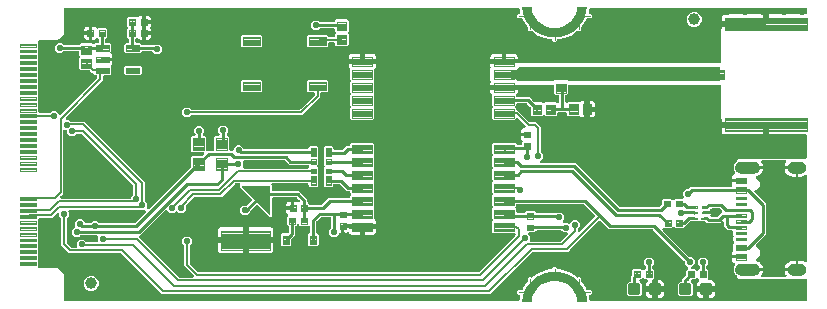
<source format=gtl>
G04 EAGLE Gerber RS-274X export*
G75*
%MOMM*%
%FSLAX34Y34*%
%LPD*%
%INTop Copper*%
%IPPOS*%
%AMOC8*
5,1,8,0,0,1.08239X$1,22.5*%
G01*
%ADD10C,0.102000*%
%ADD11C,0.100000*%
%ADD12C,0.300000*%
%ADD13C,0.100800*%
%ADD14C,0.099000*%
%ADD15C,0.104000*%
%ADD16C,0.102500*%
%ADD17C,0.654000*%
%ADD18C,0.103500*%
%ADD19C,0.101500*%
%ADD20C,0.454000*%
%ADD21C,0.101600*%
%ADD22C,0.099059*%
%ADD23C,1.000000*%
%ADD24C,0.254000*%
%ADD25C,0.558800*%
%ADD26C,0.203200*%

G36*
X215581Y98824D02*
X215581Y98824D01*
X215719Y98837D01*
X215739Y98844D01*
X215759Y98847D01*
X215888Y98898D01*
X216019Y98945D01*
X216036Y98956D01*
X216054Y98964D01*
X216166Y99045D01*
X216282Y99123D01*
X216295Y99139D01*
X216312Y99150D01*
X216400Y99258D01*
X216492Y99362D01*
X216502Y99380D01*
X216514Y99395D01*
X216574Y99521D01*
X216637Y99645D01*
X216641Y99665D01*
X216650Y99683D01*
X216676Y99819D01*
X216707Y99955D01*
X216706Y99976D01*
X216710Y99995D01*
X216701Y100134D01*
X216697Y100273D01*
X216691Y100293D01*
X216690Y100313D01*
X216647Y100445D01*
X216609Y100579D01*
X216598Y100596D01*
X216592Y100615D01*
X216517Y100733D01*
X216447Y100853D01*
X216428Y100874D01*
X216422Y100884D01*
X216407Y100898D01*
X216341Y100973D01*
X208533Y108781D01*
X208533Y125553D01*
X208521Y125651D01*
X208518Y125750D01*
X208501Y125808D01*
X208493Y125868D01*
X208457Y125960D01*
X208429Y126055D01*
X208399Y126107D01*
X208376Y126164D01*
X208318Y126244D01*
X208268Y126329D01*
X208202Y126405D01*
X208190Y126421D01*
X208180Y126429D01*
X208162Y126450D01*
X206755Y127856D01*
X206755Y131224D01*
X209136Y133605D01*
X212504Y133605D01*
X214885Y131224D01*
X214885Y127856D01*
X213478Y126450D01*
X213418Y126372D01*
X213350Y126300D01*
X213321Y126247D01*
X213284Y126199D01*
X213244Y126108D01*
X213196Y126021D01*
X213181Y125963D01*
X213157Y125907D01*
X213142Y125809D01*
X213117Y125713D01*
X213111Y125613D01*
X213107Y125593D01*
X213109Y125581D01*
X213107Y125553D01*
X213107Y111201D01*
X213119Y111103D01*
X213122Y111004D01*
X213139Y110946D01*
X213147Y110885D01*
X213183Y110793D01*
X213211Y110698D01*
X213241Y110646D01*
X213264Y110590D01*
X213322Y110510D01*
X213372Y110424D01*
X213438Y110349D01*
X213450Y110332D01*
X213460Y110325D01*
X213478Y110303D01*
X219777Y104004D01*
X219856Y103944D01*
X219928Y103876D01*
X219981Y103847D01*
X220029Y103810D01*
X220120Y103770D01*
X220206Y103722D01*
X220265Y103707D01*
X220321Y103683D01*
X220419Y103668D01*
X220514Y103643D01*
X220614Y103637D01*
X220635Y103633D01*
X220647Y103635D01*
X220675Y103633D01*
X457251Y103633D01*
X457349Y103645D01*
X457448Y103648D01*
X457506Y103665D01*
X457567Y103673D01*
X457659Y103709D01*
X457754Y103737D01*
X457806Y103767D01*
X457862Y103790D01*
X457942Y103848D01*
X458028Y103898D01*
X458103Y103964D01*
X458120Y103976D01*
X458127Y103986D01*
X458149Y104004D01*
X488543Y134399D01*
X488628Y134508D01*
X488716Y134615D01*
X488725Y134634D01*
X488738Y134650D01*
X488793Y134778D01*
X488852Y134903D01*
X488856Y134923D01*
X488864Y134942D01*
X488886Y135080D01*
X488912Y135216D01*
X488911Y135236D01*
X488914Y135256D01*
X488901Y135395D01*
X488892Y135533D01*
X488886Y135552D01*
X488884Y135572D01*
X488837Y135704D01*
X488794Y135835D01*
X488783Y135853D01*
X488776Y135872D01*
X488698Y135986D01*
X488624Y136104D01*
X488609Y136118D01*
X488598Y136135D01*
X488494Y136227D01*
X488392Y136322D01*
X488374Y136332D01*
X488359Y136345D01*
X488236Y136408D01*
X488114Y136476D01*
X488094Y136481D01*
X488076Y136490D01*
X487940Y136520D01*
X487806Y136555D01*
X487778Y136557D01*
X487766Y136560D01*
X487745Y136559D01*
X487645Y136565D01*
X469878Y136565D01*
X468829Y137614D01*
X468829Y146058D01*
X469210Y146438D01*
X469283Y146532D01*
X469362Y146622D01*
X469380Y146658D01*
X469405Y146690D01*
X469452Y146799D01*
X469506Y146905D01*
X469515Y146944D01*
X469531Y146982D01*
X469550Y147099D01*
X469576Y147215D01*
X469575Y147256D01*
X469581Y147296D01*
X469570Y147414D01*
X469566Y147533D01*
X469555Y147572D01*
X469551Y147612D01*
X469511Y147724D01*
X469478Y147839D01*
X469457Y147874D01*
X469444Y147912D01*
X469377Y148010D01*
X469316Y148113D01*
X469277Y148158D01*
X469265Y148175D01*
X469250Y148188D01*
X469210Y148233D01*
X468829Y148614D01*
X468829Y157058D01*
X469210Y157438D01*
X469283Y157532D01*
X469362Y157622D01*
X469380Y157658D01*
X469405Y157690D01*
X469452Y157799D01*
X469506Y157905D01*
X469515Y157944D01*
X469531Y157982D01*
X469550Y158099D01*
X469576Y158215D01*
X469575Y158256D01*
X469581Y158296D01*
X469570Y158414D01*
X469566Y158533D01*
X469555Y158572D01*
X469551Y158612D01*
X469511Y158724D01*
X469478Y158839D01*
X469457Y158874D01*
X469444Y158912D01*
X469377Y159010D01*
X469316Y159113D01*
X469277Y159158D01*
X469265Y159175D01*
X469250Y159188D01*
X469210Y159233D01*
X468829Y159614D01*
X468829Y168058D01*
X469210Y168438D01*
X469283Y168532D01*
X469362Y168622D01*
X469380Y168658D01*
X469405Y168690D01*
X469452Y168799D01*
X469506Y168905D01*
X469515Y168944D01*
X469531Y168982D01*
X469550Y169099D01*
X469576Y169215D01*
X469575Y169256D01*
X469581Y169296D01*
X469570Y169414D01*
X469566Y169533D01*
X469555Y169572D01*
X469551Y169612D01*
X469511Y169724D01*
X469478Y169839D01*
X469457Y169874D01*
X469444Y169912D01*
X469377Y170010D01*
X469316Y170113D01*
X469277Y170158D01*
X469265Y170175D01*
X469250Y170188D01*
X469210Y170233D01*
X468829Y170614D01*
X468829Y179058D01*
X469210Y179438D01*
X469283Y179532D01*
X469362Y179622D01*
X469380Y179658D01*
X469405Y179690D01*
X469452Y179799D01*
X469506Y179905D01*
X469515Y179944D01*
X469531Y179982D01*
X469550Y180099D01*
X469576Y180215D01*
X469575Y180256D01*
X469581Y180296D01*
X469570Y180414D01*
X469566Y180533D01*
X469555Y180572D01*
X469551Y180612D01*
X469511Y180724D01*
X469478Y180839D01*
X469457Y180874D01*
X469444Y180912D01*
X469377Y181010D01*
X469316Y181113D01*
X469277Y181158D01*
X469265Y181175D01*
X469250Y181188D01*
X469210Y181233D01*
X468829Y181614D01*
X468829Y190058D01*
X469210Y190438D01*
X469283Y190532D01*
X469362Y190622D01*
X469380Y190658D01*
X469405Y190690D01*
X469452Y190799D01*
X469506Y190905D01*
X469515Y190944D01*
X469531Y190982D01*
X469550Y191099D01*
X469576Y191215D01*
X469575Y191256D01*
X469581Y191296D01*
X469570Y191414D01*
X469566Y191533D01*
X469555Y191572D01*
X469551Y191612D01*
X469511Y191724D01*
X469478Y191839D01*
X469457Y191874D01*
X469444Y191912D01*
X469377Y192010D01*
X469316Y192113D01*
X469277Y192158D01*
X469265Y192175D01*
X469250Y192188D01*
X469210Y192233D01*
X468829Y192614D01*
X468829Y201058D01*
X469210Y201438D01*
X469283Y201532D01*
X469362Y201622D01*
X469380Y201658D01*
X469405Y201690D01*
X469452Y201799D01*
X469506Y201905D01*
X469515Y201944D01*
X469531Y201982D01*
X469550Y202099D01*
X469576Y202215D01*
X469575Y202256D01*
X469581Y202296D01*
X469570Y202414D01*
X469566Y202533D01*
X469555Y202572D01*
X469551Y202612D01*
X469511Y202724D01*
X469478Y202839D01*
X469457Y202874D01*
X469444Y202912D01*
X469377Y203010D01*
X469316Y203113D01*
X469277Y203158D01*
X469265Y203175D01*
X469250Y203188D01*
X469210Y203233D01*
X468829Y203614D01*
X468829Y212058D01*
X469878Y213107D01*
X488322Y213107D01*
X489648Y211780D01*
X489726Y211720D01*
X489798Y211652D01*
X489851Y211623D01*
X489899Y211586D01*
X489990Y211546D01*
X490077Y211498D01*
X490135Y211483D01*
X490191Y211459D01*
X490289Y211444D01*
X490385Y211419D01*
X490485Y211413D01*
X490505Y211409D01*
X490517Y211411D01*
X490545Y211409D01*
X493328Y211409D01*
X493446Y211424D01*
X493565Y211431D01*
X493603Y211444D01*
X493644Y211449D01*
X493754Y211492D01*
X493867Y211529D01*
X493902Y211551D01*
X493939Y211566D01*
X494035Y211635D01*
X494136Y211699D01*
X494164Y211729D01*
X494197Y211752D01*
X494273Y211844D01*
X494354Y211931D01*
X494374Y211966D01*
X494399Y211997D01*
X494450Y212105D01*
X494508Y212209D01*
X494518Y212249D01*
X494535Y212285D01*
X494557Y212402D01*
X494587Y212517D01*
X494591Y212577D01*
X494595Y212597D01*
X494593Y212618D01*
X494597Y212678D01*
X494597Y213234D01*
X494647Y213299D01*
X494726Y213388D01*
X494744Y213424D01*
X494769Y213456D01*
X494816Y213565D01*
X494870Y213671D01*
X494879Y213710D01*
X494895Y213748D01*
X494914Y213865D01*
X494940Y213981D01*
X494939Y214022D01*
X494945Y214062D01*
X494934Y214180D01*
X494930Y214299D01*
X494919Y214338D01*
X494915Y214378D01*
X494875Y214490D01*
X494842Y214605D01*
X494822Y214640D01*
X494808Y214678D01*
X494741Y214776D01*
X494681Y214879D01*
X494641Y214924D01*
X494629Y214941D01*
X494614Y214954D01*
X494574Y214999D01*
X493937Y215637D01*
X493535Y216332D01*
X493327Y217108D01*
X493327Y218501D01*
X498638Y218501D01*
X498756Y218516D01*
X498875Y218523D01*
X498913Y218535D01*
X498953Y218541D01*
X499064Y218584D01*
X499177Y218621D01*
X499211Y218643D01*
X499249Y218658D01*
X499345Y218727D01*
X499446Y218791D01*
X499474Y218821D01*
X499506Y218844D01*
X499582Y218936D01*
X499664Y219023D01*
X499683Y219058D01*
X499709Y219089D01*
X499760Y219197D01*
X499817Y219301D01*
X499827Y219341D01*
X499845Y219377D01*
X499867Y219494D01*
X499897Y219609D01*
X499901Y219669D01*
X499904Y219689D01*
X499903Y219710D01*
X499907Y219770D01*
X499907Y220230D01*
X499892Y220348D01*
X499885Y220467D01*
X499872Y220505D01*
X499867Y220546D01*
X499823Y220656D01*
X499787Y220769D01*
X499765Y220804D01*
X499750Y220841D01*
X499680Y220937D01*
X499617Y221038D01*
X499587Y221066D01*
X499563Y221099D01*
X499472Y221175D01*
X499385Y221256D01*
X499350Y221276D01*
X499318Y221301D01*
X499211Y221352D01*
X499106Y221410D01*
X499067Y221420D01*
X499031Y221437D01*
X498914Y221459D01*
X498798Y221489D01*
X498738Y221493D01*
X498718Y221497D01*
X498698Y221495D01*
X498638Y221499D01*
X493327Y221499D01*
X493327Y222892D01*
X493535Y223668D01*
X493937Y224363D01*
X494505Y224931D01*
X495200Y225333D01*
X495976Y225541D01*
X496273Y225541D01*
X496411Y225558D01*
X496549Y225571D01*
X496569Y225578D01*
X496589Y225581D01*
X496718Y225632D01*
X496849Y225679D01*
X496866Y225690D01*
X496884Y225698D01*
X496997Y225779D01*
X497112Y225857D01*
X497125Y225873D01*
X497142Y225884D01*
X497230Y225991D01*
X497322Y226096D01*
X497332Y226114D01*
X497344Y226129D01*
X497404Y226255D01*
X497467Y226379D01*
X497471Y226399D01*
X497480Y226417D01*
X497506Y226553D01*
X497537Y226689D01*
X497536Y226710D01*
X497540Y226729D01*
X497531Y226868D01*
X497527Y227007D01*
X497521Y227027D01*
X497520Y227047D01*
X497477Y227179D01*
X497439Y227313D01*
X497428Y227330D01*
X497422Y227349D01*
X497348Y227467D01*
X497277Y227587D01*
X497258Y227608D01*
X497252Y227618D01*
X497237Y227632D01*
X497171Y227707D01*
X491215Y233663D01*
X491121Y233736D01*
X491031Y233815D01*
X490995Y233833D01*
X490963Y233858D01*
X490854Y233906D01*
X490748Y233960D01*
X490709Y233969D01*
X490672Y233985D01*
X490554Y234003D01*
X490438Y234029D01*
X490398Y234028D01*
X490358Y234034D01*
X490239Y234023D01*
X490120Y234020D01*
X490081Y234008D01*
X490041Y234005D01*
X489929Y233964D01*
X489815Y233931D01*
X489780Y233911D01*
X489742Y233897D01*
X489643Y233830D01*
X489541Y233770D01*
X489495Y233730D01*
X489479Y233718D01*
X489465Y233703D01*
X489420Y233663D01*
X488322Y232565D01*
X469878Y232565D01*
X468829Y233614D01*
X468829Y242058D01*
X469210Y242438D01*
X469283Y242532D01*
X469362Y242622D01*
X469380Y242658D01*
X469405Y242690D01*
X469452Y242799D01*
X469506Y242905D01*
X469515Y242944D01*
X469531Y242982D01*
X469550Y243099D01*
X469576Y243215D01*
X469575Y243256D01*
X469581Y243296D01*
X469570Y243414D01*
X469566Y243533D01*
X469555Y243572D01*
X469551Y243612D01*
X469511Y243724D01*
X469478Y243839D01*
X469457Y243874D01*
X469444Y243912D01*
X469377Y244010D01*
X469316Y244113D01*
X469277Y244158D01*
X469265Y244175D01*
X469250Y244188D01*
X469210Y244233D01*
X468829Y244614D01*
X468829Y253292D01*
X468817Y253391D01*
X468814Y253490D01*
X468797Y253548D01*
X468789Y253608D01*
X468753Y253700D01*
X468725Y253795D01*
X468695Y253847D01*
X468672Y253904D01*
X468614Y253984D01*
X468564Y254069D01*
X468498Y254145D01*
X468486Y254161D01*
X468476Y254169D01*
X468458Y254190D01*
X468171Y254477D01*
X467768Y255175D01*
X467559Y255953D01*
X467559Y257837D01*
X478370Y257837D01*
X478488Y257852D01*
X478607Y257859D01*
X478645Y257871D01*
X478685Y257877D01*
X478796Y257920D01*
X478909Y257957D01*
X478943Y257979D01*
X478981Y257994D01*
X479077Y258063D01*
X479094Y258074D01*
X479118Y258060D01*
X479150Y258035D01*
X479257Y257984D01*
X479362Y257926D01*
X479401Y257916D01*
X479437Y257899D01*
X479554Y257877D01*
X479670Y257847D01*
X479730Y257843D01*
X479750Y257839D01*
X479770Y257841D01*
X479830Y257837D01*
X490641Y257837D01*
X490641Y255953D01*
X490432Y255175D01*
X490029Y254477D01*
X489742Y254190D01*
X489682Y254112D01*
X489614Y254040D01*
X489585Y253987D01*
X489548Y253939D01*
X489508Y253848D01*
X489460Y253761D01*
X489445Y253703D01*
X489421Y253647D01*
X489406Y253549D01*
X489381Y253453D01*
X489375Y253353D01*
X489371Y253333D01*
X489373Y253320D01*
X489371Y253292D01*
X489371Y252646D01*
X489386Y252528D01*
X489393Y252409D01*
X489406Y252371D01*
X489411Y252330D01*
X489454Y252220D01*
X489491Y252107D01*
X489513Y252072D01*
X489528Y252035D01*
X489597Y251939D01*
X489661Y251838D01*
X489691Y251810D01*
X489714Y251777D01*
X489806Y251701D01*
X489893Y251620D01*
X489928Y251600D01*
X489959Y251575D01*
X490067Y251524D01*
X490171Y251466D01*
X490211Y251456D01*
X490247Y251439D01*
X490364Y251417D01*
X490479Y251387D01*
X490539Y251383D01*
X490559Y251379D01*
X490580Y251381D01*
X490640Y251377D01*
X500656Y251377D01*
X502516Y249517D01*
X504491Y247542D01*
X504569Y247482D01*
X504641Y247414D01*
X504694Y247385D01*
X504742Y247348D01*
X504833Y247308D01*
X504920Y247260D01*
X504978Y247245D01*
X505034Y247221D01*
X505132Y247206D01*
X505227Y247181D01*
X505327Y247175D01*
X505348Y247171D01*
X505360Y247173D01*
X505388Y247171D01*
X511518Y247171D01*
X511943Y246746D01*
X512037Y246673D01*
X512126Y246594D01*
X512162Y246576D01*
X512194Y246551D01*
X512303Y246504D01*
X512409Y246449D01*
X512448Y246441D01*
X512486Y246425D01*
X512603Y246406D01*
X512719Y246380D01*
X512760Y246381D01*
X512800Y246375D01*
X512918Y246386D01*
X513037Y246389D01*
X513076Y246401D01*
X513116Y246405D01*
X513228Y246445D01*
X513343Y246478D01*
X513378Y246498D01*
X513416Y246512D01*
X513514Y246579D01*
X513617Y246639D01*
X513662Y246679D01*
X513679Y246691D01*
X513692Y246706D01*
X513738Y246746D01*
X514162Y247171D01*
X523118Y247171D01*
X523613Y246676D01*
X523722Y246591D01*
X523829Y246502D01*
X523848Y246493D01*
X523864Y246481D01*
X523992Y246426D01*
X524117Y246366D01*
X524137Y246363D01*
X524156Y246355D01*
X524294Y246333D01*
X524430Y246307D01*
X524450Y246308D01*
X524470Y246305D01*
X524609Y246318D01*
X524747Y246326D01*
X524766Y246333D01*
X524786Y246334D01*
X524917Y246382D01*
X525049Y246424D01*
X525067Y246435D01*
X525086Y246442D01*
X525200Y246520D01*
X525318Y246595D01*
X525332Y246609D01*
X525349Y246621D01*
X525441Y246725D01*
X525536Y246826D01*
X525546Y246844D01*
X525559Y246859D01*
X525622Y246983D01*
X525690Y247105D01*
X525695Y247124D01*
X525704Y247142D01*
X525734Y247278D01*
X525769Y247413D01*
X525771Y247441D01*
X525774Y247453D01*
X525773Y247473D01*
X525779Y247573D01*
X525779Y252454D01*
X525764Y252572D01*
X525757Y252691D01*
X525744Y252729D01*
X525739Y252770D01*
X525696Y252880D01*
X525659Y252993D01*
X525637Y253028D01*
X525622Y253065D01*
X525553Y253161D01*
X525489Y253262D01*
X525459Y253290D01*
X525436Y253323D01*
X525344Y253399D01*
X525257Y253480D01*
X525222Y253500D01*
X525191Y253525D01*
X525083Y253576D01*
X524979Y253634D01*
X524939Y253644D01*
X524903Y253661D01*
X524786Y253683D01*
X524671Y253713D01*
X524611Y253717D01*
X524591Y253721D01*
X524570Y253719D01*
X524510Y253723D01*
X522746Y253723D01*
X521703Y254766D01*
X521703Y260780D01*
X521688Y260898D01*
X521681Y261017D01*
X521668Y261055D01*
X521663Y261096D01*
X521620Y261206D01*
X521583Y261319D01*
X521561Y261354D01*
X521546Y261391D01*
X521477Y261487D01*
X521413Y261588D01*
X521383Y261616D01*
X521360Y261649D01*
X521268Y261725D01*
X521181Y261806D01*
X521146Y261826D01*
X521115Y261851D01*
X521007Y261902D01*
X520903Y261960D01*
X520863Y261970D01*
X520827Y261987D01*
X520710Y262009D01*
X520595Y262039D01*
X520535Y262043D01*
X520515Y262047D01*
X520494Y262045D01*
X520434Y262049D01*
X491910Y262049D01*
X491792Y262034D01*
X491673Y262027D01*
X491635Y262014D01*
X491594Y262009D01*
X491484Y261966D01*
X491371Y261929D01*
X491336Y261907D01*
X491299Y261892D01*
X491220Y261835D01*
X479830Y261835D01*
X479712Y261820D01*
X479593Y261813D01*
X479555Y261800D01*
X479515Y261795D01*
X479404Y261752D01*
X479291Y261715D01*
X479257Y261693D01*
X479219Y261678D01*
X479123Y261609D01*
X479106Y261598D01*
X479082Y261612D01*
X479050Y261637D01*
X478943Y261688D01*
X478838Y261746D01*
X478799Y261756D01*
X478763Y261773D01*
X478646Y261795D01*
X478530Y261825D01*
X478470Y261829D01*
X478450Y261833D01*
X478430Y261831D01*
X478370Y261835D01*
X467559Y261835D01*
X467559Y263719D01*
X467733Y264367D01*
X467747Y264472D01*
X467770Y264575D01*
X467769Y264628D01*
X467776Y264682D01*
X467764Y264787D01*
X467761Y264892D01*
X467746Y264944D01*
X467740Y264998D01*
X467702Y265096D01*
X467672Y265198D01*
X467645Y265244D01*
X467626Y265295D01*
X467564Y265381D01*
X467511Y265472D01*
X467454Y265536D01*
X467442Y265554D01*
X467430Y265564D01*
X467404Y265593D01*
X467099Y265898D01*
X467099Y275774D01*
X467404Y276079D01*
X467469Y276163D01*
X467541Y276241D01*
X467566Y276288D01*
X467599Y276331D01*
X467641Y276428D01*
X467691Y276521D01*
X467704Y276573D01*
X467726Y276622D01*
X467742Y276727D01*
X467768Y276830D01*
X467767Y276883D01*
X467775Y276937D01*
X467766Y277042D01*
X467765Y277148D01*
X467749Y277227D01*
X467748Y277235D01*
X467747Y277238D01*
X467746Y277253D01*
X467740Y277268D01*
X467733Y277305D01*
X467559Y277953D01*
X467559Y279837D01*
X478370Y279837D01*
X478488Y279852D01*
X478607Y279859D01*
X478645Y279871D01*
X478685Y279877D01*
X478796Y279920D01*
X478909Y279957D01*
X478943Y279979D01*
X478981Y279994D01*
X479077Y280063D01*
X479094Y280074D01*
X479118Y280060D01*
X479150Y280035D01*
X479257Y279984D01*
X479362Y279926D01*
X479401Y279916D01*
X479437Y279899D01*
X479554Y279877D01*
X479670Y279847D01*
X479730Y279843D01*
X479750Y279839D01*
X479770Y279841D01*
X479830Y279837D01*
X483300Y279837D01*
X483398Y279849D01*
X483497Y279852D01*
X483555Y279869D01*
X483615Y279877D01*
X483707Y279913D01*
X483802Y279941D01*
X483854Y279971D01*
X483911Y279994D01*
X483991Y280052D01*
X484076Y280102D01*
X484152Y280168D01*
X484168Y280180D01*
X484176Y280190D01*
X484197Y280208D01*
X484539Y280551D01*
X661924Y280551D01*
X662042Y280566D01*
X662161Y280573D01*
X662199Y280586D01*
X662240Y280591D01*
X662350Y280634D01*
X662463Y280671D01*
X662498Y280693D01*
X662535Y280708D01*
X662631Y280777D01*
X662732Y280841D01*
X662760Y280871D01*
X662793Y280894D01*
X662869Y280986D01*
X662950Y281073D01*
X662970Y281108D01*
X662995Y281139D01*
X663046Y281247D01*
X663104Y281351D01*
X663114Y281391D01*
X663131Y281427D01*
X663153Y281544D01*
X663183Y281659D01*
X663187Y281719D01*
X663191Y281739D01*
X663189Y281760D01*
X663193Y281820D01*
X663193Y305919D01*
X663188Y305964D01*
X663193Y307595D01*
X663193Y307596D01*
X663193Y307599D01*
X663193Y308987D01*
X663208Y309077D01*
X663233Y309175D01*
X663239Y309270D01*
X663242Y309291D01*
X663241Y309304D01*
X663243Y309335D01*
X663243Y310831D01*
X699514Y310831D01*
X699632Y310846D01*
X699751Y310853D01*
X699789Y310866D01*
X699829Y310871D01*
X699940Y310914D01*
X700053Y310951D01*
X700088Y310973D01*
X700125Y310988D01*
X700221Y311058D01*
X700322Y311121D01*
X700350Y311151D01*
X700382Y311175D01*
X700458Y311266D01*
X700540Y311353D01*
X700559Y311388D01*
X700585Y311419D01*
X700636Y311527D01*
X700693Y311631D01*
X700704Y311671D01*
X700721Y311707D01*
X700743Y311824D01*
X700773Y311939D01*
X700777Y312000D01*
X700781Y312020D01*
X700779Y312040D01*
X700783Y312100D01*
X700783Y313371D01*
X702054Y313371D01*
X702172Y313386D01*
X702291Y313393D01*
X702329Y313406D01*
X702369Y313411D01*
X702480Y313455D01*
X702593Y313491D01*
X702628Y313513D01*
X702665Y313528D01*
X702761Y313598D01*
X702862Y313661D01*
X702890Y313691D01*
X702922Y313715D01*
X702998Y313806D01*
X703080Y313893D01*
X703099Y313928D01*
X703125Y313960D01*
X703176Y314067D01*
X703233Y314171D01*
X703244Y314211D01*
X703261Y314247D01*
X703283Y314364D01*
X703313Y314479D01*
X703317Y314540D01*
X703321Y314560D01*
X703319Y314580D01*
X703323Y314640D01*
X703323Y321661D01*
X734314Y321661D01*
X734432Y321676D01*
X734551Y321683D01*
X734589Y321696D01*
X734630Y321701D01*
X734740Y321744D01*
X734853Y321781D01*
X734888Y321803D01*
X734925Y321818D01*
X735021Y321887D01*
X735122Y321951D01*
X735150Y321981D01*
X735183Y322004D01*
X735259Y322096D01*
X735340Y322183D01*
X735360Y322218D01*
X735385Y322249D01*
X735436Y322357D01*
X735494Y322461D01*
X735504Y322501D01*
X735521Y322537D01*
X735543Y322654D01*
X735573Y322769D01*
X735577Y322829D01*
X735581Y322849D01*
X735579Y322870D01*
X735583Y322930D01*
X735583Y326136D01*
X735568Y326254D01*
X735561Y326373D01*
X735548Y326411D01*
X735543Y326452D01*
X735500Y326562D01*
X735463Y326675D01*
X735441Y326710D01*
X735426Y326747D01*
X735357Y326843D01*
X735293Y326944D01*
X735263Y326972D01*
X735240Y327005D01*
X735148Y327081D01*
X735061Y327162D01*
X735026Y327182D01*
X734995Y327207D01*
X734887Y327258D01*
X734783Y327316D01*
X734743Y327326D01*
X734707Y327343D01*
X734590Y327365D01*
X734475Y327395D01*
X734415Y327399D01*
X734395Y327403D01*
X734374Y327401D01*
X734314Y327405D01*
X552622Y327405D01*
X552504Y327390D01*
X552385Y327383D01*
X552347Y327370D01*
X552306Y327365D01*
X552196Y327322D01*
X552083Y327285D01*
X552048Y327263D01*
X552011Y327248D01*
X551915Y327179D01*
X551814Y327115D01*
X551786Y327085D01*
X551753Y327062D01*
X551677Y326970D01*
X551596Y326883D01*
X551576Y326848D01*
X551551Y326817D01*
X551500Y326709D01*
X551442Y326605D01*
X551432Y326565D01*
X551415Y326529D01*
X551393Y326412D01*
X551363Y326297D01*
X551359Y326237D01*
X551355Y326217D01*
X551357Y326196D01*
X551353Y326136D01*
X551353Y325470D01*
X550741Y323588D01*
X550700Y323371D01*
X550682Y323276D01*
X550695Y323067D01*
X550701Y322959D01*
X550701Y322958D01*
X550750Y322808D01*
X550799Y322657D01*
X550800Y322656D01*
X550878Y322533D01*
X550970Y322388D01*
X550970Y322387D01*
X551070Y322293D01*
X551201Y322170D01*
X551202Y322170D01*
X551331Y322098D01*
X551480Y322016D01*
X551649Y321973D01*
X551788Y321937D01*
X551789Y321937D01*
X551948Y321927D01*
X552557Y321927D01*
X553599Y320885D01*
X553599Y319411D01*
X552557Y318369D01*
X549968Y318369D01*
X549889Y318359D01*
X549810Y318359D01*
X549732Y318339D01*
X549652Y318329D01*
X549578Y318300D01*
X549501Y318281D01*
X549431Y318242D01*
X549356Y318212D01*
X549292Y318166D01*
X549223Y318128D01*
X549164Y318073D01*
X549099Y318026D01*
X549048Y317964D01*
X548991Y317910D01*
X548947Y317842D01*
X548896Y317781D01*
X548862Y317709D01*
X548820Y317642D01*
X548761Y317493D01*
X548760Y317492D01*
X548462Y316573D01*
X544841Y311590D01*
X544762Y311446D01*
X544688Y311312D01*
X544688Y311311D01*
X544641Y311128D01*
X544609Y311004D01*
X544609Y311003D01*
X544609Y311001D01*
X544599Y310844D01*
X544599Y308411D01*
X543557Y307369D01*
X542029Y307369D01*
X542022Y307375D01*
X542003Y307383D01*
X541988Y307394D01*
X541858Y307445D01*
X541730Y307501D01*
X541710Y307504D01*
X541692Y307511D01*
X541553Y307529D01*
X541416Y307551D01*
X541396Y307549D01*
X541377Y307552D01*
X541237Y307534D01*
X541099Y307521D01*
X541081Y307515D01*
X541061Y307512D01*
X540930Y307461D01*
X540800Y307414D01*
X540783Y307403D01*
X540765Y307395D01*
X540629Y307309D01*
X535395Y303506D01*
X526498Y300615D01*
X524868Y300615D01*
X524750Y300600D01*
X524631Y300593D01*
X524593Y300580D01*
X524552Y300575D01*
X524442Y300532D01*
X524329Y300495D01*
X524294Y300473D01*
X524257Y300458D01*
X524161Y300389D01*
X524060Y300325D01*
X524032Y300295D01*
X523999Y300272D01*
X523923Y300180D01*
X523842Y300093D01*
X523822Y300058D01*
X523797Y300027D01*
X523746Y299919D01*
X523688Y299815D01*
X523678Y299775D01*
X523661Y299739D01*
X523639Y299622D01*
X523609Y299507D01*
X523605Y299447D01*
X523601Y299427D01*
X523602Y299415D01*
X522557Y298369D01*
X521083Y298369D01*
X520032Y299421D01*
X520026Y299464D01*
X520019Y299583D01*
X520006Y299621D01*
X520001Y299662D01*
X519958Y299772D01*
X519921Y299885D01*
X519899Y299920D01*
X519884Y299957D01*
X519815Y300053D01*
X519751Y300154D01*
X519721Y300182D01*
X519698Y300215D01*
X519606Y300291D01*
X519519Y300372D01*
X519484Y300392D01*
X519453Y300417D01*
X519345Y300468D01*
X519241Y300526D01*
X519201Y300536D01*
X519165Y300553D01*
X519048Y300575D01*
X518933Y300605D01*
X518873Y300609D01*
X518853Y300613D01*
X518832Y300611D01*
X518772Y300615D01*
X517142Y300615D01*
X508245Y303506D01*
X503011Y307309D01*
X502994Y307319D01*
X502979Y307332D01*
X502855Y307395D01*
X502732Y307462D01*
X502713Y307467D01*
X502696Y307476D01*
X502560Y307507D01*
X502424Y307542D01*
X502405Y307542D01*
X502385Y307546D01*
X502246Y307542D01*
X502106Y307542D01*
X502087Y307537D01*
X502068Y307536D01*
X501933Y307497D01*
X501798Y307463D01*
X501781Y307453D01*
X501762Y307448D01*
X501642Y307377D01*
X501628Y307369D01*
X500083Y307369D01*
X499041Y308411D01*
X499041Y310844D01*
X499023Y310992D01*
X499002Y311158D01*
X499002Y311159D01*
X499001Y311159D01*
X498949Y311292D01*
X498885Y311454D01*
X498885Y311455D01*
X498884Y311455D01*
X498884Y311456D01*
X498799Y311590D01*
X495178Y316573D01*
X494880Y317492D01*
X494846Y317564D01*
X494821Y317639D01*
X494778Y317707D01*
X494744Y317780D01*
X494694Y317841D01*
X494651Y317908D01*
X494593Y317963D01*
X494542Y318025D01*
X494477Y318072D01*
X494420Y318126D01*
X494349Y318165D01*
X494284Y318212D01*
X494210Y318241D01*
X494141Y318280D01*
X494063Y318300D01*
X493989Y318329D01*
X493910Y318339D01*
X493833Y318359D01*
X493674Y318369D01*
X493673Y318369D01*
X493672Y318369D01*
X491083Y318369D01*
X490041Y319411D01*
X490041Y320885D01*
X491083Y321927D01*
X491692Y321927D01*
X491858Y321948D01*
X492007Y321966D01*
X492007Y321967D01*
X492163Y322028D01*
X492302Y322083D01*
X492303Y322083D01*
X492303Y322084D01*
X492422Y322170D01*
X492560Y322270D01*
X492639Y322366D01*
X492763Y322515D01*
X492814Y322623D01*
X492898Y322802D01*
X492899Y322803D01*
X492917Y322898D01*
X492958Y323115D01*
X492951Y323231D01*
X492939Y323432D01*
X492939Y323433D01*
X492938Y323434D01*
X492899Y323588D01*
X492287Y325470D01*
X492287Y326136D01*
X492272Y326254D01*
X492265Y326373D01*
X492252Y326411D01*
X492247Y326452D01*
X492204Y326562D01*
X492167Y326675D01*
X492145Y326710D01*
X492130Y326747D01*
X492061Y326843D01*
X491997Y326944D01*
X491967Y326972D01*
X491944Y327005D01*
X491852Y327081D01*
X491765Y327162D01*
X491730Y327182D01*
X491699Y327207D01*
X491591Y327258D01*
X491487Y327316D01*
X491447Y327326D01*
X491411Y327343D01*
X491294Y327365D01*
X491179Y327395D01*
X491119Y327399D01*
X491099Y327403D01*
X491078Y327401D01*
X491018Y327405D01*
X107564Y327405D01*
X107446Y327390D01*
X107327Y327383D01*
X107289Y327370D01*
X107248Y327365D01*
X107138Y327322D01*
X107025Y327285D01*
X106990Y327263D01*
X106953Y327248D01*
X106857Y327179D01*
X106756Y327115D01*
X106728Y327085D01*
X106695Y327062D01*
X106619Y326970D01*
X106538Y326883D01*
X106518Y326848D01*
X106493Y326817D01*
X106442Y326709D01*
X106384Y326605D01*
X106374Y326565D01*
X106357Y326529D01*
X106335Y326412D01*
X106305Y326297D01*
X106301Y326237D01*
X106297Y326217D01*
X106299Y326196D01*
X106295Y326136D01*
X106295Y308697D01*
X106301Y308649D01*
X106298Y308600D01*
X106316Y308517D01*
X106317Y308492D01*
X106323Y308474D01*
X106335Y308381D01*
X106353Y308336D01*
X106362Y308288D01*
X106386Y308239D01*
X106299Y307139D01*
X106300Y307117D01*
X106295Y307038D01*
X106295Y305948D01*
X106294Y305946D01*
X106257Y305841D01*
X106213Y305739D01*
X106206Y305691D01*
X106190Y305645D01*
X106167Y305486D01*
X106129Y305005D01*
X105700Y304333D01*
X105700Y304332D01*
X104001Y301666D01*
X100558Y299712D01*
X100195Y299702D01*
X100114Y299690D01*
X100033Y299687D01*
X99958Y299665D01*
X99893Y299655D01*
X98558Y299655D01*
X98547Y299654D01*
X98522Y299655D01*
X97183Y299617D01*
X97123Y299625D01*
X97044Y299645D01*
X96893Y299655D01*
X96888Y299655D01*
X96887Y299655D01*
X96884Y299655D01*
X85859Y299655D01*
X85721Y299638D01*
X85582Y299625D01*
X85563Y299618D01*
X85543Y299615D01*
X85414Y299564D01*
X85283Y299517D01*
X85266Y299506D01*
X85248Y299498D01*
X85135Y299417D01*
X85020Y299339D01*
X85007Y299323D01*
X84990Y299312D01*
X84901Y299204D01*
X84809Y299100D01*
X84800Y299082D01*
X84787Y299067D01*
X84728Y298941D01*
X84665Y298817D01*
X84660Y298797D01*
X84652Y298779D01*
X84626Y298642D01*
X84595Y298507D01*
X84596Y298486D01*
X84592Y298467D01*
X84601Y298328D01*
X84605Y298189D01*
X84611Y298169D01*
X84612Y298149D01*
X84655Y298017D01*
X84693Y297883D01*
X84704Y297866D01*
X84710Y297847D01*
X84771Y297750D01*
X84771Y239256D01*
X84786Y239138D01*
X84793Y239019D01*
X84806Y238981D01*
X84811Y238940D01*
X84854Y238830D01*
X84891Y238717D01*
X84913Y238682D01*
X84928Y238645D01*
X84997Y238549D01*
X85061Y238448D01*
X85091Y238420D01*
X85114Y238387D01*
X85206Y238311D01*
X85293Y238230D01*
X85328Y238210D01*
X85359Y238185D01*
X85467Y238134D01*
X85571Y238076D01*
X85611Y238066D01*
X85647Y238049D01*
X85764Y238027D01*
X85879Y237997D01*
X85939Y237993D01*
X85959Y237989D01*
X85980Y237991D01*
X86040Y237987D01*
X94553Y237987D01*
X94651Y237999D01*
X94750Y238002D01*
X94808Y238019D01*
X94868Y238027D01*
X94960Y238063D01*
X95055Y238091D01*
X95107Y238121D01*
X95164Y238144D01*
X95244Y238202D01*
X95329Y238252D01*
X95405Y238318D01*
X95421Y238330D01*
X95429Y238340D01*
X95450Y238358D01*
X96614Y239523D01*
X99982Y239523D01*
X102468Y237037D01*
X102562Y236964D01*
X102651Y236885D01*
X102687Y236867D01*
X102719Y236842D01*
X102828Y236794D01*
X102934Y236740D01*
X102974Y236731D01*
X103011Y236715D01*
X103129Y236697D01*
X103245Y236671D01*
X103285Y236672D01*
X103325Y236666D01*
X103444Y236677D01*
X103562Y236680D01*
X103601Y236692D01*
X103642Y236695D01*
X103754Y236736D01*
X103868Y236769D01*
X103903Y236789D01*
X103941Y236803D01*
X104039Y236870D01*
X104142Y236930D01*
X104187Y236970D01*
X104204Y236982D01*
X104217Y236997D01*
X104263Y237037D01*
X134502Y267275D01*
X134562Y267354D01*
X134630Y267426D01*
X134659Y267479D01*
X134696Y267527D01*
X134736Y267618D01*
X134784Y267704D01*
X134799Y267763D01*
X134823Y267819D01*
X134838Y267917D01*
X134863Y268012D01*
X134869Y268112D01*
X134873Y268133D01*
X134871Y268145D01*
X134873Y268173D01*
X134873Y268928D01*
X134858Y269046D01*
X134851Y269165D01*
X134838Y269203D01*
X134833Y269244D01*
X134790Y269354D01*
X134753Y269467D01*
X134731Y269502D01*
X134716Y269539D01*
X134647Y269635D01*
X134583Y269736D01*
X134553Y269764D01*
X134530Y269797D01*
X134438Y269873D01*
X134351Y269954D01*
X134316Y269974D01*
X134285Y269999D01*
X134177Y270050D01*
X134073Y270108D01*
X134033Y270118D01*
X133997Y270135D01*
X133880Y270157D01*
X133765Y270187D01*
X133705Y270191D01*
X133685Y270195D01*
X133664Y270193D01*
X133604Y270197D01*
X132655Y270197D01*
X131292Y271560D01*
X131214Y271620D01*
X131142Y271688D01*
X131089Y271717D01*
X131041Y271754D01*
X130950Y271794D01*
X130863Y271842D01*
X130805Y271857D01*
X130749Y271881D01*
X130651Y271896D01*
X130556Y271921D01*
X130523Y271923D01*
X128389Y274058D01*
X128310Y274118D01*
X128238Y274186D01*
X128185Y274215D01*
X128137Y274252D01*
X128046Y274292D01*
X127960Y274340D01*
X127901Y274355D01*
X127845Y274379D01*
X127747Y274394D01*
X127652Y274419D01*
X127552Y274425D01*
X127531Y274429D01*
X127519Y274427D01*
X127491Y274429D01*
X120494Y274429D01*
X119451Y275472D01*
X119451Y284428D01*
X119876Y284852D01*
X119949Y284946D01*
X120028Y285036D01*
X120046Y285072D01*
X120071Y285104D01*
X120118Y285213D01*
X120173Y285319D01*
X120181Y285358D01*
X120197Y285396D01*
X120216Y285513D01*
X120242Y285629D01*
X120241Y285670D01*
X120247Y285710D01*
X120236Y285828D01*
X120233Y285947D01*
X120221Y285986D01*
X120217Y286026D01*
X120177Y286138D01*
X120144Y286253D01*
X120124Y286288D01*
X120110Y286326D01*
X120043Y286424D01*
X119983Y286527D01*
X119943Y286572D01*
X119931Y286589D01*
X119916Y286602D01*
X119876Y286647D01*
X119451Y287072D01*
X119451Y289390D01*
X119436Y289508D01*
X119429Y289627D01*
X119416Y289665D01*
X119411Y289706D01*
X119368Y289816D01*
X119331Y289929D01*
X119309Y289964D01*
X119294Y290001D01*
X119225Y290097D01*
X119161Y290198D01*
X119131Y290226D01*
X119108Y290259D01*
X119016Y290335D01*
X118929Y290416D01*
X118894Y290436D01*
X118863Y290461D01*
X118755Y290512D01*
X118651Y290570D01*
X118611Y290580D01*
X118575Y290597D01*
X118458Y290619D01*
X118343Y290649D01*
X118283Y290653D01*
X118263Y290657D01*
X118242Y290655D01*
X118182Y290659D01*
X106773Y290659D01*
X106675Y290647D01*
X106576Y290644D01*
X106518Y290627D01*
X106458Y290619D01*
X106366Y290583D01*
X106271Y290555D01*
X106219Y290525D01*
X106162Y290502D01*
X106082Y290444D01*
X105997Y290394D01*
X105921Y290328D01*
X105905Y290316D01*
X105897Y290306D01*
X105876Y290288D01*
X104724Y289135D01*
X101356Y289135D01*
X98975Y291516D01*
X98975Y294884D01*
X101356Y297265D01*
X104724Y297265D01*
X105876Y296112D01*
X105954Y296052D01*
X106026Y295984D01*
X106079Y295955D01*
X106127Y295918D01*
X106218Y295878D01*
X106305Y295830D01*
X106363Y295815D01*
X106419Y295791D01*
X106517Y295776D01*
X106613Y295751D01*
X106713Y295745D01*
X106733Y295741D01*
X106745Y295743D01*
X106773Y295741D01*
X118639Y295741D01*
X118737Y295753D01*
X118836Y295756D01*
X118894Y295773D01*
X118954Y295781D01*
X119046Y295817D01*
X119141Y295845D01*
X119194Y295875D01*
X119250Y295898D01*
X119330Y295956D01*
X119415Y296006D01*
X119491Y296072D01*
X119507Y296084D01*
X119515Y296094D01*
X119536Y296112D01*
X120494Y297071D01*
X129950Y297071D01*
X130321Y296700D01*
X130415Y296627D01*
X130504Y296548D01*
X130540Y296530D01*
X130572Y296505D01*
X130681Y296457D01*
X130787Y296403D01*
X130827Y296395D01*
X130864Y296378D01*
X130982Y296360D01*
X131097Y296334D01*
X131138Y296335D01*
X131178Y296329D01*
X131296Y296340D01*
X131415Y296343D01*
X131454Y296355D01*
X131494Y296358D01*
X131606Y296399D01*
X131721Y296432D01*
X131756Y296452D01*
X131794Y296466D01*
X131892Y296533D01*
X131995Y296593D01*
X132040Y296633D01*
X132057Y296645D01*
X132070Y296660D01*
X132116Y296700D01*
X132655Y297239D01*
X135048Y297239D01*
X135166Y297254D01*
X135285Y297261D01*
X135323Y297274D01*
X135364Y297279D01*
X135474Y297322D01*
X135587Y297359D01*
X135622Y297381D01*
X135659Y297396D01*
X135755Y297465D01*
X135856Y297529D01*
X135884Y297559D01*
X135917Y297582D01*
X135993Y297674D01*
X136074Y297761D01*
X136094Y297796D01*
X136119Y297827D01*
X136170Y297935D01*
X136228Y298039D01*
X136238Y298079D01*
X136255Y298115D01*
X136277Y298232D01*
X136307Y298347D01*
X136311Y298407D01*
X136315Y298427D01*
X136313Y298448D01*
X136317Y298508D01*
X136317Y300333D01*
X136305Y300431D01*
X136302Y300530D01*
X136285Y300588D01*
X136277Y300648D01*
X136241Y300740D01*
X136213Y300835D01*
X136183Y300888D01*
X136160Y300944D01*
X136102Y301024D01*
X136052Y301109D01*
X135986Y301185D01*
X135974Y301201D01*
X135964Y301209D01*
X135946Y301230D01*
X135654Y301522D01*
X135560Y301595D01*
X135470Y301674D01*
X135434Y301692D01*
X135402Y301717D01*
X135293Y301764D01*
X135187Y301818D01*
X135148Y301827D01*
X135110Y301843D01*
X134993Y301862D01*
X134877Y301888D01*
X134836Y301887D01*
X134796Y301893D01*
X134678Y301882D01*
X134559Y301878D01*
X134520Y301867D01*
X134480Y301863D01*
X134368Y301823D01*
X134253Y301790D01*
X134219Y301770D01*
X134180Y301756D01*
X134082Y301689D01*
X133979Y301629D01*
X133934Y301589D01*
X133917Y301577D01*
X133904Y301562D01*
X133859Y301522D01*
X133221Y300885D01*
X132526Y300483D01*
X131750Y300275D01*
X130357Y300275D01*
X130357Y305586D01*
X130342Y305704D01*
X130335Y305823D01*
X130333Y305830D01*
X130347Y305886D01*
X130351Y305946D01*
X130355Y305966D01*
X130353Y305986D01*
X130357Y306046D01*
X130357Y311357D01*
X131750Y311357D01*
X132526Y311149D01*
X133221Y310747D01*
X133859Y310110D01*
X133953Y310037D01*
X134042Y309958D01*
X134078Y309940D01*
X134110Y309915D01*
X134219Y309868D01*
X134325Y309813D01*
X134365Y309805D01*
X134402Y309789D01*
X134519Y309770D01*
X134635Y309744D01*
X134676Y309745D01*
X134716Y309739D01*
X134835Y309750D01*
X134953Y309754D01*
X134992Y309765D01*
X135032Y309769D01*
X135144Y309809D01*
X135259Y309842D01*
X135294Y309862D01*
X135332Y309876D01*
X135430Y309943D01*
X135533Y310004D01*
X135578Y310043D01*
X135595Y310055D01*
X135608Y310070D01*
X135627Y310087D01*
X142086Y310087D01*
X143129Y309044D01*
X143129Y302588D01*
X141770Y301230D01*
X141710Y301152D01*
X141642Y301080D01*
X141613Y301027D01*
X141576Y300979D01*
X141536Y300888D01*
X141488Y300801D01*
X141473Y300743D01*
X141449Y300687D01*
X141434Y300589D01*
X141409Y300493D01*
X141403Y300393D01*
X141399Y300373D01*
X141401Y300361D01*
X141399Y300333D01*
X141399Y298508D01*
X141414Y298390D01*
X141421Y298271D01*
X141434Y298233D01*
X141439Y298192D01*
X141482Y298082D01*
X141519Y297969D01*
X141541Y297934D01*
X141556Y297897D01*
X141625Y297801D01*
X141689Y297700D01*
X141719Y297672D01*
X141742Y297639D01*
X141834Y297563D01*
X141921Y297482D01*
X141956Y297462D01*
X141987Y297437D01*
X142095Y297386D01*
X142199Y297328D01*
X142239Y297318D01*
X142275Y297301D01*
X142392Y297279D01*
X142507Y297249D01*
X142567Y297245D01*
X142587Y297241D01*
X142608Y297243D01*
X142668Y297239D01*
X145127Y297239D01*
X146162Y296204D01*
X146162Y290222D01*
X146121Y290169D01*
X146042Y290080D01*
X146024Y290044D01*
X145999Y290012D01*
X145951Y289903D01*
X145897Y289797D01*
X145888Y289758D01*
X145872Y289720D01*
X145854Y289603D01*
X145828Y289487D01*
X145829Y289446D01*
X145823Y289406D01*
X145834Y289288D01*
X145837Y289169D01*
X145849Y289130D01*
X145852Y289090D01*
X145893Y288978D01*
X145926Y288863D01*
X145946Y288829D01*
X145960Y288790D01*
X146027Y288692D01*
X146087Y288589D01*
X146127Y288544D01*
X146138Y288527D01*
X146154Y288514D01*
X146194Y288469D01*
X146825Y287837D01*
X147225Y287145D01*
X147432Y286373D01*
X147432Y285092D01*
X138996Y285092D01*
X138878Y285077D01*
X138759Y285070D01*
X138721Y285057D01*
X138681Y285052D01*
X138570Y285009D01*
X138457Y284972D01*
X138423Y284950D01*
X138385Y284935D01*
X138289Y284866D01*
X138188Y284802D01*
X138160Y284772D01*
X138128Y284749D01*
X138052Y284657D01*
X137970Y284570D01*
X137951Y284535D01*
X137925Y284504D01*
X137874Y284396D01*
X137817Y284292D01*
X137807Y284252D01*
X137789Y284216D01*
X137767Y284099D01*
X137737Y283984D01*
X137733Y283924D01*
X137730Y283904D01*
X137731Y283883D01*
X137727Y283823D01*
X137727Y283613D01*
X137742Y283495D01*
X137749Y283376D01*
X137762Y283338D01*
X137767Y283297D01*
X137811Y283187D01*
X137847Y283074D01*
X137869Y283039D01*
X137884Y283002D01*
X137954Y282905D01*
X138017Y282805D01*
X138047Y282777D01*
X138071Y282744D01*
X138162Y282668D01*
X138249Y282587D01*
X138284Y282567D01*
X138316Y282542D01*
X138423Y282491D01*
X138528Y282433D01*
X138567Y282423D01*
X138603Y282406D01*
X138720Y282384D01*
X138836Y282354D01*
X138896Y282350D01*
X138916Y282346D01*
X138936Y282348D01*
X138996Y282344D01*
X147432Y282344D01*
X147432Y281063D01*
X147225Y280291D01*
X146825Y279599D01*
X146194Y278967D01*
X146121Y278873D01*
X146042Y278784D01*
X146024Y278748D01*
X145999Y278716D01*
X145951Y278607D01*
X145897Y278501D01*
X145888Y278462D01*
X145872Y278424D01*
X145854Y278307D01*
X145828Y278191D01*
X145829Y278150D01*
X145823Y278110D01*
X145834Y277992D01*
X145837Y277873D01*
X145849Y277834D01*
X145852Y277794D01*
X145893Y277682D01*
X145926Y277567D01*
X145946Y277532D01*
X145960Y277494D01*
X146027Y277396D01*
X146087Y277293D01*
X146127Y277248D01*
X146139Y277231D01*
X146154Y277218D01*
X146162Y277209D01*
X146162Y271232D01*
X145127Y270197D01*
X140716Y270197D01*
X140598Y270182D01*
X140479Y270175D01*
X140441Y270162D01*
X140400Y270157D01*
X140290Y270114D01*
X140177Y270077D01*
X140142Y270055D01*
X140105Y270040D01*
X140009Y269971D01*
X139908Y269907D01*
X139880Y269877D01*
X139847Y269854D01*
X139771Y269762D01*
X139690Y269675D01*
X139670Y269640D01*
X139645Y269609D01*
X139594Y269501D01*
X139536Y269397D01*
X139526Y269357D01*
X139509Y269321D01*
X139487Y269204D01*
X139457Y269089D01*
X139453Y269029D01*
X139449Y269009D01*
X139451Y268988D01*
X139447Y268928D01*
X139447Y265753D01*
X137735Y264042D01*
X108205Y234511D01*
X108120Y234402D01*
X108032Y234295D01*
X108023Y234276D01*
X108010Y234260D01*
X107955Y234132D01*
X107896Y234007D01*
X107892Y233987D01*
X107884Y233968D01*
X107862Y233830D01*
X107836Y233694D01*
X107837Y233674D01*
X107834Y233654D01*
X107847Y233515D01*
X107856Y233377D01*
X107862Y233358D01*
X107864Y233338D01*
X107911Y233206D01*
X107954Y233075D01*
X107965Y233057D01*
X107972Y233038D01*
X108050Y232923D01*
X108124Y232806D01*
X108139Y232792D01*
X108150Y232775D01*
X108254Y232683D01*
X108356Y232588D01*
X108374Y232578D01*
X108389Y232565D01*
X108513Y232501D01*
X108634Y232434D01*
X108654Y232429D01*
X108672Y232420D01*
X108808Y232390D01*
X108942Y232355D01*
X108970Y232353D01*
X108982Y232350D01*
X109003Y232351D01*
X109103Y232345D01*
X110396Y232345D01*
X111482Y231258D01*
X111560Y231198D01*
X111632Y231130D01*
X111685Y231101D01*
X111733Y231064D01*
X111824Y231024D01*
X111911Y230976D01*
X111969Y230961D01*
X112025Y230937D01*
X112123Y230922D01*
X112219Y230897D01*
X112319Y230891D01*
X112339Y230887D01*
X112351Y230889D01*
X112379Y230887D01*
X123701Y230887D01*
X175007Y179581D01*
X175007Y164007D01*
X175019Y163909D01*
X175022Y163810D01*
X175039Y163752D01*
X175047Y163692D01*
X175083Y163600D01*
X175111Y163505D01*
X175141Y163453D01*
X175164Y163396D01*
X175222Y163316D01*
X175272Y163231D01*
X175338Y163155D01*
X175350Y163139D01*
X175360Y163131D01*
X175378Y163110D01*
X176785Y161704D01*
X176785Y158178D01*
X176802Y158041D01*
X176815Y157902D01*
X176822Y157883D01*
X176825Y157863D01*
X176876Y157734D01*
X176923Y157602D01*
X176934Y157586D01*
X176942Y157567D01*
X177023Y157455D01*
X177101Y157339D01*
X177117Y157326D01*
X177128Y157310D01*
X177236Y157221D01*
X177340Y157129D01*
X177358Y157120D01*
X177373Y157107D01*
X177499Y157048D01*
X177623Y156984D01*
X177643Y156980D01*
X177661Y156971D01*
X177797Y156945D01*
X177933Y156915D01*
X177954Y156915D01*
X177973Y156911D01*
X178112Y156920D01*
X178251Y156924D01*
X178271Y156930D01*
X178291Y156931D01*
X178423Y156974D01*
X178557Y157013D01*
X178574Y157023D01*
X178593Y157029D01*
X178711Y157104D01*
X178831Y157174D01*
X178852Y157193D01*
X178862Y157199D01*
X178876Y157214D01*
X178951Y157281D01*
X213576Y191905D01*
X213636Y191983D01*
X213704Y192055D01*
X213733Y192108D01*
X213770Y192156D01*
X213810Y192247D01*
X213858Y192334D01*
X213873Y192392D01*
X213897Y192448D01*
X213912Y192546D01*
X213937Y192641D01*
X213943Y192742D01*
X213947Y192762D01*
X213945Y192774D01*
X213947Y192802D01*
X213947Y200687D01*
X214985Y201725D01*
X222870Y201725D01*
X222968Y201737D01*
X223067Y201740D01*
X223125Y201757D01*
X223185Y201765D01*
X223277Y201801D01*
X223373Y201829D01*
X223425Y201859D01*
X223481Y201882D01*
X223561Y201940D01*
X223646Y201990D01*
X223722Y202056D01*
X223738Y202068D01*
X223746Y202078D01*
X223767Y202096D01*
X224687Y203017D01*
X224772Y203126D01*
X224861Y203233D01*
X224870Y203252D01*
X224882Y203268D01*
X224938Y203396D01*
X224997Y203521D01*
X225001Y203541D01*
X225009Y203560D01*
X225031Y203698D01*
X225057Y203834D01*
X225055Y203854D01*
X225059Y203874D01*
X225045Y204013D01*
X225037Y204151D01*
X225031Y204170D01*
X225029Y204190D01*
X224982Y204322D01*
X224939Y204453D01*
X224928Y204471D01*
X224921Y204490D01*
X224843Y204605D01*
X224769Y204722D01*
X224754Y204736D01*
X224743Y204753D01*
X224638Y204845D01*
X224537Y204940D01*
X224519Y204950D01*
X224504Y204963D01*
X224380Y205026D01*
X224259Y205094D01*
X224239Y205099D01*
X224221Y205108D01*
X224085Y205138D01*
X223951Y205173D01*
X223923Y205175D01*
X223911Y205178D01*
X223890Y205177D01*
X223790Y205183D01*
X214985Y205183D01*
X213947Y206221D01*
X213947Y217687D01*
X214985Y218725D01*
X216709Y218725D01*
X216847Y218742D01*
X216985Y218755D01*
X217004Y218762D01*
X217024Y218765D01*
X217153Y218816D01*
X217284Y218863D01*
X217301Y218874D01*
X217320Y218882D01*
X217432Y218963D01*
X217547Y219041D01*
X217561Y219057D01*
X217577Y219068D01*
X217666Y219176D01*
X217758Y219280D01*
X217767Y219298D01*
X217780Y219313D01*
X217839Y219439D01*
X217902Y219563D01*
X217907Y219583D01*
X217916Y219601D01*
X217942Y219738D01*
X217972Y219873D01*
X217972Y219894D01*
X217975Y219913D01*
X217967Y220052D01*
X217962Y220191D01*
X217957Y220211D01*
X217956Y220231D01*
X217913Y220363D01*
X217874Y220497D01*
X217864Y220514D01*
X217858Y220533D01*
X217783Y220651D01*
X217713Y220771D01*
X217694Y220792D01*
X217687Y220802D01*
X217672Y220816D01*
X217606Y220891D01*
X216915Y221582D01*
X216915Y224950D01*
X219296Y227331D01*
X222664Y227331D01*
X225045Y224950D01*
X225045Y221582D01*
X224354Y220891D01*
X224269Y220782D01*
X224180Y220675D01*
X224171Y220656D01*
X224159Y220640D01*
X224104Y220513D01*
X224044Y220387D01*
X224041Y220367D01*
X224033Y220348D01*
X224011Y220210D01*
X223985Y220074D01*
X223986Y220054D01*
X223983Y220034D01*
X223996Y219895D01*
X224004Y219757D01*
X224011Y219738D01*
X224013Y219718D01*
X224060Y219586D01*
X224102Y219455D01*
X224113Y219437D01*
X224120Y219418D01*
X224198Y219303D01*
X224273Y219186D01*
X224287Y219172D01*
X224299Y219155D01*
X224403Y219063D01*
X224504Y218968D01*
X224522Y218958D01*
X224537Y218945D01*
X224661Y218882D01*
X224783Y218814D01*
X224802Y218809D01*
X224820Y218800D01*
X224956Y218770D01*
X225091Y218735D01*
X225119Y218733D01*
X225131Y218730D01*
X225151Y218731D01*
X225251Y218725D01*
X225451Y218725D01*
X226489Y217687D01*
X226489Y207566D01*
X226504Y207448D01*
X226511Y207329D01*
X226524Y207291D01*
X226529Y207250D01*
X226572Y207140D01*
X226609Y207027D01*
X226631Y206992D01*
X226646Y206955D01*
X226715Y206859D01*
X226779Y206758D01*
X226809Y206730D01*
X226832Y206697D01*
X226924Y206621D01*
X227011Y206540D01*
X227046Y206520D01*
X227077Y206495D01*
X227185Y206444D01*
X227289Y206386D01*
X227329Y206376D01*
X227365Y206359D01*
X227482Y206337D01*
X227597Y206307D01*
X227657Y206303D01*
X227677Y206299D01*
X227698Y206301D01*
X227758Y206297D01*
X232490Y206297D01*
X232608Y206312D01*
X232727Y206319D01*
X232765Y206332D01*
X232806Y206337D01*
X232916Y206380D01*
X233029Y206417D01*
X233064Y206439D01*
X233101Y206454D01*
X233197Y206523D01*
X233298Y206587D01*
X233326Y206617D01*
X233359Y206640D01*
X233435Y206732D01*
X233516Y206819D01*
X233536Y206854D01*
X233561Y206885D01*
X233612Y206993D01*
X233670Y207097D01*
X233680Y207137D01*
X233697Y207173D01*
X233719Y207290D01*
X233749Y207405D01*
X233753Y207465D01*
X233757Y207485D01*
X233755Y207506D01*
X233759Y207566D01*
X233759Y217941D01*
X234797Y218979D01*
X237029Y218979D01*
X237167Y218996D01*
X237305Y219009D01*
X237324Y219016D01*
X237344Y219019D01*
X237473Y219070D01*
X237604Y219117D01*
X237621Y219128D01*
X237640Y219136D01*
X237752Y219217D01*
X237867Y219295D01*
X237881Y219311D01*
X237897Y219322D01*
X237986Y219430D01*
X238078Y219534D01*
X238087Y219552D01*
X238100Y219567D01*
X238159Y219693D01*
X238222Y219817D01*
X238227Y219837D01*
X238236Y219855D01*
X238262Y219992D01*
X238292Y220127D01*
X238292Y220148D01*
X238295Y220167D01*
X238287Y220306D01*
X238282Y220445D01*
X238277Y220465D01*
X238276Y220485D01*
X238233Y220617D01*
X238194Y220751D01*
X238184Y220768D01*
X238178Y220787D01*
X238103Y220905D01*
X238033Y221025D01*
X238014Y221046D01*
X238007Y221056D01*
X237992Y221070D01*
X237926Y221145D01*
X237235Y221836D01*
X237235Y225204D01*
X239616Y227585D01*
X242984Y227585D01*
X245365Y225204D01*
X245365Y221836D01*
X244674Y221145D01*
X244589Y221036D01*
X244500Y220929D01*
X244491Y220910D01*
X244479Y220894D01*
X244424Y220767D01*
X244364Y220641D01*
X244361Y220621D01*
X244353Y220602D01*
X244331Y220464D01*
X244305Y220328D01*
X244306Y220308D01*
X244303Y220288D01*
X244316Y220149D01*
X244324Y220011D01*
X244331Y219992D01*
X244333Y219972D01*
X244380Y219840D01*
X244422Y219709D01*
X244433Y219691D01*
X244440Y219672D01*
X244518Y219557D01*
X244593Y219440D01*
X244607Y219426D01*
X244619Y219409D01*
X244723Y219317D01*
X244824Y219222D01*
X244842Y219212D01*
X244857Y219199D01*
X244981Y219136D01*
X245103Y219068D01*
X245122Y219063D01*
X245140Y219054D01*
X245202Y219040D01*
X246301Y217941D01*
X246301Y207566D01*
X246316Y207448D01*
X246323Y207329D01*
X246336Y207291D01*
X246341Y207250D01*
X246384Y207140D01*
X246421Y207027D01*
X246443Y206992D01*
X246458Y206955D01*
X246527Y206859D01*
X246591Y206758D01*
X246621Y206730D01*
X246644Y206697D01*
X246736Y206621D01*
X246823Y206540D01*
X246858Y206520D01*
X246889Y206495D01*
X246997Y206444D01*
X247101Y206386D01*
X247141Y206376D01*
X247177Y206359D01*
X247294Y206337D01*
X247409Y206307D01*
X247469Y206303D01*
X247489Y206299D01*
X247510Y206301D01*
X247570Y206297D01*
X248920Y206297D01*
X249038Y206312D01*
X249157Y206319D01*
X249195Y206332D01*
X249236Y206337D01*
X249346Y206380D01*
X249459Y206417D01*
X249494Y206439D01*
X249531Y206454D01*
X249627Y206523D01*
X249728Y206587D01*
X249756Y206617D01*
X249789Y206640D01*
X249865Y206732D01*
X249946Y206819D01*
X249966Y206854D01*
X249991Y206885D01*
X250042Y206993D01*
X250100Y207097D01*
X250110Y207137D01*
X250127Y207173D01*
X250149Y207290D01*
X250179Y207405D01*
X250183Y207465D01*
X250187Y207485D01*
X250185Y207506D01*
X250189Y207566D01*
X250189Y208694D01*
X252570Y211075D01*
X255938Y211075D01*
X258337Y208675D01*
X258341Y208613D01*
X258354Y208575D01*
X258359Y208534D01*
X258402Y208424D01*
X258439Y208311D01*
X258461Y208276D01*
X258476Y208239D01*
X258545Y208143D01*
X258609Y208042D01*
X258639Y208014D01*
X258662Y207981D01*
X258754Y207905D01*
X258841Y207824D01*
X258876Y207804D01*
X258907Y207779D01*
X259015Y207728D01*
X259119Y207670D01*
X259159Y207660D01*
X259195Y207643D01*
X259312Y207621D01*
X259427Y207591D01*
X259487Y207587D01*
X259507Y207583D01*
X259528Y207585D01*
X259588Y207581D01*
X312268Y207581D01*
X312386Y207596D01*
X312505Y207603D01*
X312543Y207616D01*
X312584Y207621D01*
X312694Y207664D01*
X312807Y207701D01*
X312842Y207723D01*
X312879Y207738D01*
X312975Y207807D01*
X313076Y207871D01*
X313104Y207901D01*
X313137Y207924D01*
X313213Y208016D01*
X313294Y208103D01*
X313314Y208138D01*
X313339Y208169D01*
X313390Y208277D01*
X313448Y208381D01*
X313458Y208421D01*
X313475Y208457D01*
X313497Y208574D01*
X313527Y208689D01*
X313531Y208749D01*
X313535Y208769D01*
X313533Y208790D01*
X313537Y208850D01*
X313537Y209276D01*
X314572Y210311D01*
X320544Y210311D01*
X321579Y209276D01*
X321579Y194307D01*
X321210Y193938D01*
X321137Y193844D01*
X321058Y193754D01*
X321040Y193718D01*
X321015Y193686D01*
X320967Y193577D01*
X320913Y193471D01*
X320904Y193432D01*
X320888Y193394D01*
X320870Y193277D01*
X320844Y193161D01*
X320845Y193120D01*
X320839Y193080D01*
X320850Y192962D01*
X320853Y192843D01*
X320865Y192804D01*
X320868Y192764D01*
X320909Y192652D01*
X320942Y192537D01*
X320962Y192502D01*
X320976Y192464D01*
X321043Y192366D01*
X321103Y192263D01*
X321143Y192218D01*
X321155Y192201D01*
X321170Y192188D01*
X321210Y192143D01*
X321579Y191773D01*
X321579Y176804D01*
X320544Y175769D01*
X314572Y175769D01*
X313537Y176804D01*
X313537Y177484D01*
X313522Y177602D01*
X313515Y177721D01*
X313503Y177759D01*
X313497Y177800D01*
X313454Y177910D01*
X313417Y178023D01*
X313395Y178058D01*
X313380Y178095D01*
X313311Y178191D01*
X313247Y178292D01*
X313217Y178320D01*
X313194Y178353D01*
X313102Y178429D01*
X313015Y178510D01*
X312980Y178530D01*
X312949Y178555D01*
X312841Y178606D01*
X312737Y178664D01*
X312697Y178674D01*
X312661Y178691D01*
X312544Y178713D01*
X312429Y178743D01*
X312369Y178747D01*
X312349Y178751D01*
X312328Y178749D01*
X312268Y178753D01*
X283414Y178753D01*
X283276Y178736D01*
X283137Y178723D01*
X283118Y178716D01*
X283098Y178713D01*
X282969Y178662D01*
X282838Y178615D01*
X282821Y178604D01*
X282802Y178596D01*
X282690Y178515D01*
X282575Y178437D01*
X282561Y178421D01*
X282545Y178410D01*
X282456Y178303D01*
X282364Y178198D01*
X282355Y178180D01*
X282342Y178165D01*
X282283Y178039D01*
X282220Y177915D01*
X282215Y177895D01*
X282207Y177877D01*
X282181Y177741D01*
X282150Y177605D01*
X282151Y177584D01*
X282147Y177565D01*
X282156Y177426D01*
X282160Y177287D01*
X282165Y177267D01*
X282167Y177247D01*
X282209Y177115D01*
X282248Y176981D01*
X282258Y176964D01*
X282265Y176945D01*
X282339Y176827D01*
X282410Y176707D01*
X282428Y176686D01*
X282435Y176676D01*
X282450Y176662D01*
X282516Y176586D01*
X282575Y176528D01*
X282575Y173228D01*
X282590Y173110D01*
X282597Y172991D01*
X282610Y172953D01*
X282615Y172912D01*
X282658Y172802D01*
X282695Y172689D01*
X282717Y172654D01*
X282732Y172617D01*
X282801Y172521D01*
X282865Y172420D01*
X282895Y172392D01*
X282918Y172359D01*
X283010Y172283D01*
X283097Y172202D01*
X283132Y172182D01*
X283163Y172157D01*
X283271Y172106D01*
X283375Y172048D01*
X283415Y172038D01*
X283451Y172021D01*
X283568Y171999D01*
X283683Y171969D01*
X283743Y171965D01*
X283763Y171961D01*
X283784Y171963D01*
X283844Y171959D01*
X305772Y171959D01*
X312595Y165136D01*
X312595Y163217D01*
X312607Y163119D01*
X312610Y163020D01*
X312627Y162962D01*
X312635Y162902D01*
X312671Y162810D01*
X312699Y162715D01*
X312729Y162662D01*
X312752Y162606D01*
X312810Y162526D01*
X312860Y162441D01*
X312926Y162365D01*
X312938Y162349D01*
X312948Y162341D01*
X312966Y162320D01*
X314640Y160646D01*
X314718Y160586D01*
X314790Y160518D01*
X314843Y160489D01*
X314891Y160452D01*
X314982Y160412D01*
X315069Y160364D01*
X315127Y160349D01*
X315183Y160325D01*
X315281Y160310D01*
X315377Y160285D01*
X315477Y160279D01*
X315497Y160275D01*
X315509Y160277D01*
X315537Y160275D01*
X323796Y160275D01*
X323894Y160287D01*
X323993Y160290D01*
X324051Y160307D01*
X324111Y160315D01*
X324203Y160351D01*
X324299Y160379D01*
X324351Y160409D01*
X324407Y160432D01*
X324487Y160490D01*
X324572Y160540D01*
X324648Y160606D01*
X324664Y160618D01*
X324672Y160628D01*
X324693Y160646D01*
X330424Y166377D01*
X347560Y166377D01*
X347678Y166392D01*
X347797Y166399D01*
X347835Y166412D01*
X347876Y166417D01*
X347986Y166460D01*
X348099Y166497D01*
X348134Y166519D01*
X348171Y166534D01*
X348267Y166603D01*
X348368Y166667D01*
X348396Y166697D01*
X348429Y166720D01*
X348505Y166812D01*
X348586Y166899D01*
X348606Y166934D01*
X348631Y166965D01*
X348682Y167073D01*
X348740Y167177D01*
X348750Y167217D01*
X348767Y167253D01*
X348789Y167370D01*
X348819Y167485D01*
X348823Y167545D01*
X348827Y167565D01*
X348825Y167586D01*
X348829Y167646D01*
X348829Y168058D01*
X349210Y168439D01*
X349283Y168533D01*
X349362Y168622D01*
X349380Y168658D01*
X349405Y168690D01*
X349452Y168799D01*
X349506Y168905D01*
X349515Y168944D01*
X349531Y168982D01*
X349550Y169099D01*
X349576Y169215D01*
X349575Y169256D01*
X349581Y169296D01*
X349570Y169414D01*
X349566Y169533D01*
X349555Y169572D01*
X349551Y169612D01*
X349511Y169724D01*
X349478Y169839D01*
X349457Y169874D01*
X349444Y169912D01*
X349377Y170010D01*
X349316Y170113D01*
X349277Y170158D01*
X349265Y170175D01*
X349250Y170188D01*
X349210Y170234D01*
X348829Y170614D01*
X348829Y171026D01*
X348814Y171144D01*
X348807Y171263D01*
X348794Y171301D01*
X348789Y171342D01*
X348746Y171452D01*
X348709Y171565D01*
X348687Y171600D01*
X348672Y171637D01*
X348603Y171733D01*
X348539Y171834D01*
X348509Y171862D01*
X348486Y171895D01*
X348394Y171971D01*
X348307Y172052D01*
X348272Y172072D01*
X348241Y172097D01*
X348133Y172148D01*
X348029Y172206D01*
X347989Y172216D01*
X347953Y172233D01*
X347836Y172255D01*
X347721Y172285D01*
X347661Y172289D01*
X347641Y172293D01*
X347620Y172291D01*
X347560Y172295D01*
X346124Y172295D01*
X340291Y178128D01*
X340213Y178188D01*
X340141Y178256D01*
X340088Y178285D01*
X340040Y178322D01*
X339949Y178362D01*
X339862Y178410D01*
X339804Y178425D01*
X339748Y178449D01*
X339650Y178464D01*
X339555Y178489D01*
X339454Y178495D01*
X339434Y178499D01*
X339422Y178497D01*
X339394Y178499D01*
X335848Y178499D01*
X335730Y178484D01*
X335611Y178477D01*
X335573Y178464D01*
X335532Y178459D01*
X335422Y178416D01*
X335309Y178379D01*
X335274Y178357D01*
X335237Y178342D01*
X335141Y178273D01*
X335040Y178209D01*
X335012Y178179D01*
X334979Y178156D01*
X334903Y178064D01*
X334822Y177977D01*
X334802Y177942D01*
X334777Y177911D01*
X334726Y177803D01*
X334668Y177699D01*
X334658Y177659D01*
X334641Y177623D01*
X334619Y177506D01*
X334589Y177391D01*
X334585Y177331D01*
X334581Y177311D01*
X334583Y177290D01*
X334579Y177230D01*
X334579Y176804D01*
X333544Y175769D01*
X327572Y175769D01*
X326537Y176804D01*
X326537Y191773D01*
X326906Y192142D01*
X326979Y192236D01*
X327058Y192326D01*
X327076Y192362D01*
X327101Y192394D01*
X327149Y192503D01*
X327203Y192609D01*
X327212Y192648D01*
X327228Y192686D01*
X327246Y192803D01*
X327272Y192919D01*
X327271Y192960D01*
X327277Y193000D01*
X327266Y193118D01*
X327263Y193237D01*
X327251Y193276D01*
X327248Y193316D01*
X327207Y193428D01*
X327174Y193543D01*
X327154Y193578D01*
X327140Y193616D01*
X327073Y193714D01*
X327013Y193817D01*
X326973Y193862D01*
X326961Y193879D01*
X326946Y193892D01*
X326906Y193937D01*
X326537Y194307D01*
X326537Y209276D01*
X327572Y210311D01*
X333544Y210311D01*
X334579Y209276D01*
X334579Y208342D01*
X334594Y208224D01*
X334601Y208105D01*
X334614Y208067D01*
X334619Y208026D01*
X334662Y207916D01*
X334699Y207803D01*
X334721Y207768D01*
X334736Y207731D01*
X334805Y207635D01*
X334869Y207534D01*
X334899Y207506D01*
X334922Y207473D01*
X335014Y207397D01*
X335101Y207316D01*
X335136Y207296D01*
X335167Y207271D01*
X335275Y207220D01*
X335379Y207162D01*
X335419Y207152D01*
X335455Y207135D01*
X335572Y207113D01*
X335687Y207083D01*
X335747Y207079D01*
X335767Y207075D01*
X335788Y207077D01*
X335848Y207073D01*
X342026Y207073D01*
X342124Y207085D01*
X342223Y207088D01*
X342281Y207105D01*
X342341Y207113D01*
X342433Y207149D01*
X342529Y207177D01*
X342581Y207207D01*
X342637Y207230D01*
X342717Y207288D01*
X342802Y207338D01*
X342878Y207404D01*
X342894Y207416D01*
X342902Y207426D01*
X342923Y207444D01*
X345856Y210377D01*
X347560Y210377D01*
X347678Y210392D01*
X347797Y210399D01*
X347835Y210412D01*
X347876Y210417D01*
X347986Y210460D01*
X348099Y210497D01*
X348134Y210519D01*
X348171Y210534D01*
X348267Y210603D01*
X348368Y210667D01*
X348396Y210697D01*
X348429Y210720D01*
X348505Y210812D01*
X348586Y210899D01*
X348606Y210934D01*
X348631Y210965D01*
X348682Y211073D01*
X348740Y211177D01*
X348750Y211217D01*
X348767Y211253D01*
X348789Y211370D01*
X348819Y211485D01*
X348823Y211545D01*
X348827Y211565D01*
X348825Y211586D01*
X348829Y211646D01*
X348829Y212058D01*
X349878Y213107D01*
X368322Y213107D01*
X369371Y212058D01*
X369371Y203614D01*
X368990Y203234D01*
X368917Y203140D01*
X368838Y203050D01*
X368820Y203014D01*
X368795Y202982D01*
X368748Y202873D01*
X368694Y202767D01*
X368685Y202728D01*
X368669Y202690D01*
X368650Y202573D01*
X368624Y202457D01*
X368625Y202416D01*
X368619Y202376D01*
X368630Y202258D01*
X368634Y202139D01*
X368645Y202100D01*
X368649Y202060D01*
X368689Y201948D01*
X368722Y201833D01*
X368743Y201798D01*
X368756Y201760D01*
X368823Y201662D01*
X368884Y201559D01*
X368923Y201514D01*
X368935Y201497D01*
X368950Y201484D01*
X368990Y201439D01*
X369371Y201058D01*
X369371Y192614D01*
X368990Y192234D01*
X368917Y192140D01*
X368838Y192050D01*
X368820Y192014D01*
X368795Y191982D01*
X368748Y191873D01*
X368694Y191767D01*
X368685Y191728D01*
X368669Y191690D01*
X368650Y191573D01*
X368624Y191457D01*
X368625Y191416D01*
X368619Y191376D01*
X368630Y191258D01*
X368634Y191139D01*
X368645Y191100D01*
X368649Y191060D01*
X368689Y190947D01*
X368722Y190833D01*
X368743Y190798D01*
X368756Y190760D01*
X368823Y190662D01*
X368884Y190559D01*
X368923Y190514D01*
X368935Y190497D01*
X368950Y190484D01*
X368990Y190439D01*
X369371Y190058D01*
X369371Y181614D01*
X368990Y181233D01*
X368917Y181139D01*
X368838Y181050D01*
X368820Y181014D01*
X368795Y180982D01*
X368748Y180873D01*
X368694Y180767D01*
X368685Y180728D01*
X368669Y180690D01*
X368650Y180573D01*
X368624Y180457D01*
X368625Y180416D01*
X368619Y180376D01*
X368630Y180258D01*
X368634Y180139D01*
X368645Y180100D01*
X368649Y180060D01*
X368689Y179948D01*
X368722Y179833D01*
X368743Y179798D01*
X368756Y179760D01*
X368823Y179662D01*
X368884Y179559D01*
X368923Y179514D01*
X368935Y179497D01*
X368950Y179484D01*
X368990Y179438D01*
X369371Y179058D01*
X369371Y170614D01*
X368990Y170234D01*
X368917Y170140D01*
X368838Y170050D01*
X368820Y170014D01*
X368795Y169982D01*
X368748Y169873D01*
X368694Y169767D01*
X368685Y169728D01*
X368669Y169690D01*
X368650Y169573D01*
X368624Y169457D01*
X368625Y169416D01*
X368619Y169376D01*
X368630Y169258D01*
X368634Y169139D01*
X368645Y169100D01*
X368649Y169060D01*
X368689Y168948D01*
X368722Y168833D01*
X368743Y168798D01*
X368756Y168760D01*
X368823Y168662D01*
X368884Y168559D01*
X368923Y168514D01*
X368935Y168497D01*
X368950Y168484D01*
X368990Y168439D01*
X369371Y168058D01*
X369371Y159614D01*
X368990Y159234D01*
X368917Y159140D01*
X368838Y159050D01*
X368820Y159014D01*
X368795Y158982D01*
X368748Y158873D01*
X368694Y158767D01*
X368685Y158728D01*
X368669Y158690D01*
X368650Y158573D01*
X368624Y158457D01*
X368625Y158416D01*
X368619Y158376D01*
X368630Y158258D01*
X368634Y158139D01*
X368645Y158100D01*
X368649Y158060D01*
X368689Y157948D01*
X368722Y157833D01*
X368743Y157798D01*
X368756Y157760D01*
X368823Y157662D01*
X368884Y157559D01*
X368923Y157514D01*
X368935Y157497D01*
X368950Y157484D01*
X368990Y157439D01*
X369371Y157058D01*
X369371Y148380D01*
X369383Y148281D01*
X369386Y148182D01*
X369403Y148124D01*
X369411Y148064D01*
X369447Y147972D01*
X369475Y147877D01*
X369505Y147825D01*
X369528Y147768D01*
X369586Y147688D01*
X369636Y147603D01*
X369702Y147527D01*
X369714Y147511D01*
X369724Y147503D01*
X369742Y147482D01*
X370029Y147195D01*
X370432Y146497D01*
X370641Y145719D01*
X370641Y143835D01*
X359830Y143835D01*
X359712Y143820D01*
X359593Y143813D01*
X359555Y143800D01*
X359515Y143795D01*
X359404Y143752D01*
X359291Y143715D01*
X359257Y143693D01*
X359219Y143678D01*
X359123Y143609D01*
X359106Y143598D01*
X359082Y143612D01*
X359050Y143637D01*
X358943Y143688D01*
X358838Y143746D01*
X358799Y143756D01*
X358763Y143773D01*
X358646Y143795D01*
X358530Y143825D01*
X358470Y143829D01*
X358450Y143833D01*
X358430Y143831D01*
X358370Y143835D01*
X349202Y143835D01*
X349084Y143820D01*
X349067Y143819D01*
X342622Y143819D01*
X342504Y143804D01*
X342385Y143797D01*
X342347Y143784D01*
X342307Y143779D01*
X342196Y143736D01*
X342083Y143699D01*
X342049Y143677D01*
X342011Y143662D01*
X341915Y143593D01*
X341814Y143529D01*
X341786Y143499D01*
X341754Y143476D01*
X341678Y143384D01*
X341596Y143297D01*
X341577Y143262D01*
X341551Y143231D01*
X341531Y143188D01*
X341454Y143132D01*
X341354Y143069D01*
X341326Y143039D01*
X341293Y143015D01*
X341217Y142924D01*
X341136Y142837D01*
X341116Y142802D01*
X341091Y142770D01*
X341040Y142663D01*
X340982Y142558D01*
X340972Y142519D01*
X340955Y142483D01*
X340933Y142366D01*
X340903Y142250D01*
X340899Y142190D01*
X340895Y142170D01*
X340897Y142150D01*
X340893Y142090D01*
X340893Y136779D01*
X340614Y136779D01*
X340496Y136764D01*
X340377Y136757D01*
X340339Y136744D01*
X340298Y136739D01*
X340188Y136696D01*
X340075Y136659D01*
X340040Y136637D01*
X340003Y136622D01*
X339906Y136552D01*
X339806Y136489D01*
X339778Y136459D01*
X339745Y136436D01*
X339669Y136344D01*
X339588Y136257D01*
X339568Y136222D01*
X339543Y136191D01*
X339492Y136083D01*
X339434Y135979D01*
X339424Y135939D01*
X339407Y135903D01*
X339385Y135786D01*
X339355Y135671D01*
X339351Y135611D01*
X339347Y135591D01*
X339349Y135570D01*
X339345Y135510D01*
X339345Y135476D01*
X336964Y133095D01*
X333596Y133095D01*
X331215Y135476D01*
X331215Y138844D01*
X332368Y139996D01*
X332428Y140074D01*
X332496Y140146D01*
X332525Y140199D01*
X332562Y140247D01*
X332602Y140338D01*
X332650Y140425D01*
X332665Y140483D01*
X332689Y140539D01*
X332704Y140637D01*
X332729Y140733D01*
X332735Y140833D01*
X332739Y140853D01*
X332737Y140865D01*
X332739Y140893D01*
X332739Y149026D01*
X332724Y149144D01*
X332717Y149263D01*
X332704Y149301D01*
X332699Y149342D01*
X332656Y149452D01*
X332619Y149565D01*
X332597Y149600D01*
X332582Y149637D01*
X332513Y149733D01*
X332449Y149834D01*
X332419Y149862D01*
X332396Y149895D01*
X332304Y149971D01*
X332217Y150052D01*
X332182Y150072D01*
X332151Y150097D01*
X332043Y150148D01*
X331939Y150206D01*
X331899Y150216D01*
X331863Y150233D01*
X331746Y150255D01*
X331631Y150285D01*
X331571Y150289D01*
X331551Y150293D01*
X331530Y150291D01*
X331470Y150295D01*
X324594Y150295D01*
X324496Y150283D01*
X324397Y150280D01*
X324339Y150263D01*
X324279Y150255D01*
X324187Y150219D01*
X324091Y150191D01*
X324039Y150161D01*
X323983Y150138D01*
X323903Y150080D01*
X323818Y150030D01*
X323742Y149964D01*
X323726Y149952D01*
X323718Y149942D01*
X323697Y149924D01*
X320482Y146709D01*
X320422Y146631D01*
X320354Y146559D01*
X320325Y146506D01*
X320288Y146458D01*
X320248Y146367D01*
X320200Y146280D01*
X320185Y146222D01*
X320161Y146166D01*
X320146Y146068D01*
X320121Y145973D01*
X320115Y145872D01*
X320111Y145852D01*
X320113Y145840D01*
X320111Y145812D01*
X320111Y137500D01*
X320126Y137382D01*
X320133Y137263D01*
X320146Y137225D01*
X320151Y137184D01*
X320194Y137074D01*
X320231Y136961D01*
X320253Y136926D01*
X320268Y136889D01*
X320337Y136793D01*
X320401Y136692D01*
X320431Y136664D01*
X320454Y136631D01*
X320546Y136555D01*
X320633Y136474D01*
X320668Y136454D01*
X320699Y136429D01*
X320801Y136381D01*
X321991Y135191D01*
X321991Y126429D01*
X320951Y125389D01*
X314189Y125389D01*
X313149Y126429D01*
X313149Y135191D01*
X314326Y136368D01*
X314334Y136373D01*
X314371Y136388D01*
X314467Y136457D01*
X314568Y136521D01*
X314596Y136551D01*
X314629Y136574D01*
X314705Y136666D01*
X314786Y136753D01*
X314806Y136788D01*
X314831Y136819D01*
X314882Y136927D01*
X314940Y137031D01*
X314950Y137071D01*
X314967Y137107D01*
X314989Y137224D01*
X315019Y137339D01*
X315023Y137399D01*
X315027Y137419D01*
X315025Y137440D01*
X315029Y137500D01*
X315029Y141733D01*
X315012Y141870D01*
X314999Y142009D01*
X314992Y142028D01*
X314989Y142048D01*
X314938Y142177D01*
X314891Y142308D01*
X314880Y142325D01*
X314872Y142344D01*
X314791Y142456D01*
X314713Y142572D01*
X314697Y142585D01*
X314686Y142601D01*
X314579Y142690D01*
X314474Y142782D01*
X314456Y142791D01*
X314441Y142804D01*
X314315Y142863D01*
X314191Y142927D01*
X314171Y142931D01*
X314153Y142940D01*
X314016Y142966D01*
X313881Y142996D01*
X313860Y142996D01*
X313841Y142999D01*
X313702Y142991D01*
X313563Y142987D01*
X313543Y142981D01*
X313523Y142980D01*
X313391Y142937D01*
X313257Y142898D01*
X313240Y142888D01*
X313221Y142882D01*
X313103Y142807D01*
X313083Y142795D01*
X306572Y142795D01*
X305698Y143670D01*
X305604Y143743D01*
X305514Y143822D01*
X305478Y143840D01*
X305446Y143865D01*
X305337Y143912D01*
X305231Y143967D01*
X305192Y143975D01*
X305154Y143991D01*
X305037Y144010D01*
X304921Y144036D01*
X304880Y144035D01*
X304840Y144041D01*
X304722Y144030D01*
X304603Y144027D01*
X304564Y144015D01*
X304524Y144011D01*
X304411Y143971D01*
X304297Y143938D01*
X304263Y143918D01*
X304224Y143904D01*
X304126Y143837D01*
X304023Y143777D01*
X303978Y143737D01*
X303961Y143725D01*
X303948Y143710D01*
X303903Y143670D01*
X302712Y142480D01*
X302652Y142402D01*
X302584Y142330D01*
X302555Y142277D01*
X302518Y142229D01*
X302478Y142138D01*
X302430Y142051D01*
X302415Y141993D01*
X302391Y141937D01*
X302376Y141839D01*
X302351Y141743D01*
X302345Y141643D01*
X302341Y141623D01*
X302343Y141611D01*
X302341Y141583D01*
X302341Y134988D01*
X299362Y132009D01*
X299302Y131931D01*
X299234Y131859D01*
X299205Y131806D01*
X299168Y131758D01*
X299128Y131667D01*
X299080Y131580D01*
X299065Y131522D01*
X299041Y131466D01*
X299026Y131368D01*
X299001Y131273D01*
X298995Y131173D01*
X298991Y131152D01*
X298993Y131140D01*
X298991Y131112D01*
X298991Y126429D01*
X297951Y125389D01*
X291189Y125389D01*
X290149Y126429D01*
X290149Y135191D01*
X291189Y136231D01*
X295872Y136231D01*
X295970Y136243D01*
X296069Y136246D01*
X296127Y136263D01*
X296187Y136271D01*
X296280Y136307D01*
X296375Y136335D01*
X296427Y136365D01*
X296483Y136388D01*
X296563Y136446D01*
X296649Y136496D01*
X296724Y136562D01*
X296740Y136574D01*
X296748Y136584D01*
X296769Y136603D01*
X296888Y136721D01*
X296948Y136799D01*
X297016Y136871D01*
X297045Y136924D01*
X297083Y136972D01*
X297122Y137063D01*
X297170Y137150D01*
X297185Y137208D01*
X297209Y137264D01*
X297224Y137362D01*
X297249Y137457D01*
X297255Y137558D01*
X297259Y137578D01*
X297257Y137590D01*
X297259Y137618D01*
X297259Y141583D01*
X297247Y141681D01*
X297244Y141780D01*
X297227Y141838D01*
X297219Y141898D01*
X297183Y141990D01*
X297155Y142085D01*
X297125Y142138D01*
X297102Y142194D01*
X297044Y142274D01*
X296994Y142359D01*
X296928Y142435D01*
X296916Y142451D01*
X296906Y142459D01*
X296888Y142480D01*
X295529Y143838D01*
X295529Y150294D01*
X296010Y150774D01*
X296087Y150873D01*
X296169Y150968D01*
X296184Y150999D01*
X296204Y151025D01*
X296255Y151141D01*
X296310Y151253D01*
X296317Y151286D01*
X296331Y151317D01*
X296351Y151442D01*
X296377Y151564D01*
X296375Y151598D01*
X296381Y151631D01*
X296369Y151757D01*
X296364Y151882D01*
X296354Y151914D01*
X296351Y151948D01*
X296308Y152066D01*
X296272Y152187D01*
X296255Y152215D01*
X296243Y152247D01*
X296173Y152351D01*
X296108Y152459D01*
X296084Y152482D01*
X296065Y152510D01*
X295971Y152593D01*
X295881Y152681D01*
X295840Y152709D01*
X295826Y152721D01*
X295807Y152730D01*
X295747Y152771D01*
X295691Y152803D01*
X295123Y153371D01*
X294721Y154066D01*
X294513Y154842D01*
X294513Y156235D01*
X299824Y156235D01*
X299942Y156250D01*
X300061Y156257D01*
X300099Y156269D01*
X300139Y156275D01*
X300250Y156318D01*
X300363Y156355D01*
X300397Y156377D01*
X300435Y156392D01*
X300531Y156461D01*
X300632Y156525D01*
X300660Y156555D01*
X300692Y156578D01*
X300768Y156670D01*
X300850Y156757D01*
X300869Y156792D01*
X300895Y156823D01*
X300915Y156867D01*
X300991Y156922D01*
X301092Y156985D01*
X301120Y157015D01*
X301153Y157039D01*
X301229Y157130D01*
X301310Y157217D01*
X301330Y157252D01*
X301355Y157284D01*
X301406Y157391D01*
X301464Y157496D01*
X301474Y157535D01*
X301491Y157571D01*
X301513Y157688D01*
X301543Y157804D01*
X301547Y157864D01*
X301551Y157884D01*
X301549Y157904D01*
X301553Y157964D01*
X301553Y163275D01*
X302946Y163275D01*
X303722Y163067D01*
X304260Y162756D01*
X304401Y162696D01*
X304541Y162636D01*
X304547Y162635D01*
X304553Y162633D01*
X304704Y162610D01*
X304855Y162586D01*
X304861Y162587D01*
X304868Y162586D01*
X305018Y162602D01*
X305171Y162616D01*
X305178Y162619D01*
X305184Y162619D01*
X305326Y162672D01*
X305470Y162724D01*
X305476Y162728D01*
X305482Y162730D01*
X305608Y162817D01*
X305734Y162902D01*
X305738Y162907D01*
X305744Y162911D01*
X305844Y163028D01*
X305944Y163141D01*
X305947Y163147D01*
X305952Y163152D01*
X306020Y163290D01*
X306089Y163424D01*
X306090Y163431D01*
X306093Y163437D01*
X306125Y163587D01*
X306158Y163734D01*
X306158Y163741D01*
X306160Y163748D01*
X306153Y163900D01*
X306149Y164052D01*
X306147Y164059D01*
X306147Y164065D01*
X306103Y164212D01*
X306060Y164358D01*
X306057Y164364D01*
X306055Y164370D01*
X305975Y164502D01*
X305899Y164632D01*
X305893Y164638D01*
X305890Y164642D01*
X305883Y164650D01*
X305792Y164753D01*
X304039Y166506D01*
X303961Y166566D01*
X303889Y166634D01*
X303836Y166663D01*
X303788Y166700D01*
X303697Y166740D01*
X303610Y166788D01*
X303552Y166803D01*
X303496Y166827D01*
X303398Y166842D01*
X303303Y166867D01*
X303202Y166873D01*
X303182Y166877D01*
X303170Y166875D01*
X303142Y166877D01*
X283844Y166877D01*
X283726Y166862D01*
X283607Y166855D01*
X283569Y166842D01*
X283528Y166837D01*
X283418Y166794D01*
X283305Y166757D01*
X283270Y166735D01*
X283233Y166720D01*
X283137Y166651D01*
X283036Y166587D01*
X283008Y166557D01*
X282975Y166534D01*
X282899Y166442D01*
X282818Y166355D01*
X282798Y166320D01*
X282773Y166289D01*
X282722Y166181D01*
X282664Y166077D01*
X282654Y166037D01*
X282637Y166001D01*
X282615Y165884D01*
X282585Y165769D01*
X282581Y165709D01*
X282577Y165689D01*
X282579Y165668D01*
X282575Y165608D01*
X282575Y151268D01*
X281684Y150377D01*
X280424Y150377D01*
X270623Y160179D01*
X270529Y160252D01*
X270439Y160330D01*
X270403Y160349D01*
X270371Y160374D01*
X270262Y160421D01*
X270156Y160475D01*
X270117Y160484D01*
X270080Y160500D01*
X269962Y160519D01*
X269846Y160545D01*
X269806Y160543D01*
X269766Y160550D01*
X269647Y160539D01*
X269528Y160535D01*
X269489Y160524D01*
X269449Y160520D01*
X269337Y160480D01*
X269223Y160447D01*
X269188Y160426D01*
X269150Y160412D01*
X269051Y160345D01*
X268949Y160285D01*
X268903Y160245D01*
X268887Y160234D01*
X268873Y160218D01*
X268828Y160179D01*
X264278Y155629D01*
X264218Y155551D01*
X264150Y155479D01*
X264121Y155426D01*
X264084Y155378D01*
X264044Y155287D01*
X263996Y155200D01*
X263981Y155142D01*
X263957Y155086D01*
X263942Y154988D01*
X263917Y154893D01*
X263911Y154792D01*
X263907Y154772D01*
X263909Y154760D01*
X263907Y154732D01*
X263907Y154018D01*
X261526Y151637D01*
X258158Y151637D01*
X255777Y154018D01*
X255777Y157386D01*
X258158Y159767D01*
X260704Y159767D01*
X260802Y159779D01*
X260901Y159782D01*
X260959Y159799D01*
X261019Y159807D01*
X261111Y159843D01*
X261207Y159871D01*
X261259Y159901D01*
X261315Y159924D01*
X261395Y159982D01*
X261480Y160032D01*
X261556Y160098D01*
X261572Y160110D01*
X261580Y160120D01*
X261601Y160138D01*
X265235Y163772D01*
X265308Y163866D01*
X265386Y163955D01*
X265405Y163991D01*
X265430Y164023D01*
X265477Y164133D01*
X265531Y164238D01*
X265540Y164278D01*
X265556Y164315D01*
X265575Y164433D01*
X265601Y164549D01*
X265599Y164589D01*
X265606Y164629D01*
X265595Y164748D01*
X265591Y164866D01*
X265580Y164905D01*
X265576Y164946D01*
X265536Y165058D01*
X265503Y165172D01*
X265482Y165207D01*
X265468Y165245D01*
X265401Y165344D01*
X265341Y165446D01*
X265301Y165491D01*
X265290Y165508D01*
X265274Y165522D01*
X265235Y165567D01*
X255533Y175268D01*
X255533Y176528D01*
X255592Y176586D01*
X255677Y176696D01*
X255766Y176803D01*
X255774Y176822D01*
X255787Y176838D01*
X255842Y176965D01*
X255901Y177091D01*
X255905Y177111D01*
X255913Y177130D01*
X255935Y177267D01*
X255961Y177404D01*
X255960Y177424D01*
X255963Y177444D01*
X255950Y177583D01*
X255941Y177721D01*
X255935Y177740D01*
X255933Y177760D01*
X255886Y177892D01*
X255843Y178023D01*
X255833Y178040D01*
X255826Y178060D01*
X255747Y178175D01*
X255673Y178292D01*
X255658Y178306D01*
X255647Y178323D01*
X255543Y178415D01*
X255442Y178510D01*
X255424Y178520D01*
X255409Y178533D01*
X255285Y178597D01*
X255163Y178664D01*
X255143Y178669D01*
X255125Y178678D01*
X254989Y178708D01*
X254855Y178743D01*
X254827Y178745D01*
X254815Y178748D01*
X254795Y178747D01*
X254694Y178753D01*
X252052Y178753D01*
X251954Y178741D01*
X251855Y178738D01*
X251797Y178721D01*
X251737Y178713D01*
X251645Y178677D01*
X251549Y178649D01*
X251497Y178619D01*
X251441Y178596D01*
X251361Y178538D01*
X251276Y178488D01*
X251200Y178422D01*
X251184Y178410D01*
X251176Y178400D01*
X251155Y178382D01*
X239904Y167131D01*
X217373Y167131D01*
X217275Y167119D01*
X217176Y167116D01*
X217118Y167099D01*
X217057Y167091D01*
X216965Y167055D01*
X216870Y167027D01*
X216818Y166997D01*
X216762Y166974D01*
X216682Y166916D01*
X216596Y166866D01*
X216521Y166800D01*
X216504Y166788D01*
X216497Y166778D01*
X216475Y166760D01*
X209922Y160207D01*
X209862Y160128D01*
X209794Y160056D01*
X209765Y160003D01*
X209728Y159955D01*
X209688Y159864D01*
X209640Y159778D01*
X209625Y159719D01*
X209601Y159663D01*
X209586Y159565D01*
X209561Y159470D01*
X209555Y159370D01*
X209551Y159349D01*
X209553Y159337D01*
X209551Y159309D01*
X209551Y155724D01*
X207170Y153343D01*
X203802Y153343D01*
X202664Y154481D01*
X202570Y154554D01*
X202481Y154633D01*
X202445Y154651D01*
X202413Y154676D01*
X202304Y154723D01*
X202198Y154777D01*
X202158Y154786D01*
X202121Y154802D01*
X202003Y154821D01*
X201887Y154847D01*
X201847Y154846D01*
X201807Y154852D01*
X201689Y154841D01*
X201570Y154837D01*
X201531Y154826D01*
X201491Y154822D01*
X201378Y154782D01*
X201264Y154749D01*
X201229Y154728D01*
X201191Y154715D01*
X201093Y154648D01*
X200990Y154587D01*
X200945Y154548D01*
X200928Y154536D01*
X200915Y154521D01*
X200869Y154481D01*
X199804Y153415D01*
X196436Y153415D01*
X194130Y155722D01*
X194036Y155795D01*
X193947Y155873D01*
X193911Y155892D01*
X193879Y155917D01*
X193769Y155964D01*
X193663Y156018D01*
X193624Y156027D01*
X193587Y156043D01*
X193469Y156062D01*
X193353Y156088D01*
X193313Y156087D01*
X193273Y156093D01*
X193154Y156082D01*
X193035Y156078D01*
X192996Y156067D01*
X192956Y156063D01*
X192844Y156023D01*
X192730Y155990D01*
X192695Y155969D01*
X192657Y155955D01*
X192558Y155889D01*
X192456Y155828D01*
X192410Y155788D01*
X192394Y155777D01*
X192380Y155762D01*
X192335Y155722D01*
X171210Y134597D01*
X171123Y134589D01*
X171103Y134582D01*
X171083Y134579D01*
X170954Y134528D01*
X170823Y134481D01*
X170806Y134470D01*
X170788Y134462D01*
X170676Y134381D01*
X170560Y134303D01*
X170547Y134287D01*
X170530Y134276D01*
X170442Y134168D01*
X170350Y134064D01*
X170340Y134046D01*
X170328Y134031D01*
X170268Y133905D01*
X170205Y133781D01*
X170201Y133761D01*
X170192Y133743D01*
X170166Y133607D01*
X170135Y133471D01*
X170136Y133450D01*
X170132Y133431D01*
X170141Y133292D01*
X170145Y133153D01*
X170151Y133133D01*
X170152Y133113D01*
X170195Y132980D01*
X170233Y132847D01*
X170244Y132830D01*
X170250Y132811D01*
X170324Y132693D01*
X170395Y132573D01*
X170414Y132552D01*
X170420Y132542D01*
X170435Y132528D01*
X170501Y132453D01*
X203775Y99178D01*
X203854Y99118D01*
X203926Y99050D01*
X203979Y99021D01*
X204027Y98984D01*
X204118Y98944D01*
X204204Y98896D01*
X204263Y98881D01*
X204319Y98857D01*
X204417Y98842D01*
X204512Y98817D01*
X204612Y98811D01*
X204633Y98807D01*
X204645Y98809D01*
X204673Y98807D01*
X215443Y98807D01*
X215581Y98824D01*
G37*
G36*
X491196Y79010D02*
X491196Y79010D01*
X491315Y79017D01*
X491353Y79030D01*
X491394Y79035D01*
X491504Y79078D01*
X491617Y79115D01*
X491652Y79137D01*
X491689Y79152D01*
X491785Y79221D01*
X491886Y79285D01*
X491914Y79315D01*
X491947Y79338D01*
X492023Y79430D01*
X492104Y79517D01*
X492124Y79552D01*
X492149Y79583D01*
X492200Y79691D01*
X492258Y79795D01*
X492268Y79835D01*
X492285Y79871D01*
X492307Y79988D01*
X492337Y80103D01*
X492341Y80163D01*
X492345Y80183D01*
X492343Y80204D01*
X492347Y80264D01*
X492347Y80930D01*
X492959Y82812D01*
X492989Y82969D01*
X493018Y83124D01*
X493007Y83299D01*
X492999Y83441D01*
X492999Y83442D01*
X492954Y83578D01*
X492901Y83743D01*
X492900Y83744D01*
X492839Y83841D01*
X492730Y84012D01*
X492730Y84013D01*
X492656Y84082D01*
X492499Y84230D01*
X492498Y84230D01*
X492369Y84302D01*
X492220Y84384D01*
X492053Y84427D01*
X491912Y84463D01*
X491911Y84463D01*
X491752Y84473D01*
X491143Y84473D01*
X490101Y85515D01*
X490101Y86989D01*
X491143Y88031D01*
X493732Y88031D01*
X493811Y88041D01*
X493890Y88041D01*
X493968Y88061D01*
X494048Y88071D01*
X494122Y88100D01*
X494199Y88119D01*
X494269Y88158D01*
X494344Y88188D01*
X494408Y88234D01*
X494477Y88272D01*
X494536Y88327D01*
X494601Y88374D01*
X494652Y88436D01*
X494710Y88490D01*
X494753Y88558D01*
X494804Y88619D01*
X494838Y88691D01*
X494880Y88758D01*
X494939Y88907D01*
X494940Y88908D01*
X495238Y89827D01*
X498859Y94810D01*
X498929Y94939D01*
X499012Y95088D01*
X499012Y95089D01*
X499051Y95242D01*
X499091Y95396D01*
X499091Y95397D01*
X499091Y95399D01*
X499101Y95556D01*
X499101Y97989D01*
X500143Y99031D01*
X501672Y99031D01*
X501679Y99025D01*
X501697Y99017D01*
X501712Y99006D01*
X501842Y98955D01*
X501970Y98899D01*
X501990Y98896D01*
X502008Y98889D01*
X502146Y98871D01*
X502285Y98849D01*
X502304Y98851D01*
X502323Y98848D01*
X502462Y98866D01*
X502601Y98879D01*
X502620Y98885D01*
X502639Y98888D01*
X502769Y98939D01*
X502900Y98986D01*
X502917Y98997D01*
X502935Y99005D01*
X503071Y99091D01*
X508305Y102894D01*
X517203Y105785D01*
X518832Y105785D01*
X518950Y105800D01*
X519069Y105807D01*
X519107Y105820D01*
X519148Y105825D01*
X519258Y105868D01*
X519371Y105905D01*
X519406Y105927D01*
X519443Y105942D01*
X519539Y106011D01*
X519640Y106075D01*
X519668Y106105D01*
X519701Y106128D01*
X519777Y106220D01*
X519858Y106307D01*
X519878Y106342D01*
X519903Y106373D01*
X519954Y106481D01*
X520012Y106585D01*
X520022Y106625D01*
X520039Y106661D01*
X520061Y106778D01*
X520091Y106893D01*
X520095Y106953D01*
X520099Y106973D01*
X520098Y106985D01*
X521143Y108031D01*
X522617Y108031D01*
X523668Y106979D01*
X523674Y106936D01*
X523681Y106817D01*
X523694Y106779D01*
X523699Y106738D01*
X523742Y106628D01*
X523779Y106515D01*
X523801Y106480D01*
X523816Y106443D01*
X523885Y106347D01*
X523949Y106246D01*
X523979Y106218D01*
X524002Y106185D01*
X524094Y106109D01*
X524181Y106028D01*
X524216Y106008D01*
X524247Y105983D01*
X524355Y105932D01*
X524459Y105874D01*
X524499Y105864D01*
X524535Y105847D01*
X524652Y105825D01*
X524767Y105795D01*
X524827Y105791D01*
X524847Y105787D01*
X524868Y105789D01*
X524928Y105785D01*
X526558Y105785D01*
X535455Y102894D01*
X540689Y99091D01*
X540706Y99081D01*
X540721Y99068D01*
X540846Y99005D01*
X540968Y98938D01*
X540987Y98933D01*
X541004Y98924D01*
X541140Y98893D01*
X541276Y98858D01*
X541296Y98858D01*
X541315Y98854D01*
X541454Y98858D01*
X541594Y98858D01*
X541613Y98863D01*
X541633Y98864D01*
X541767Y98903D01*
X541902Y98937D01*
X541919Y98947D01*
X541938Y98952D01*
X542058Y99023D01*
X542072Y99031D01*
X543617Y99031D01*
X544659Y97989D01*
X544659Y95556D01*
X544679Y95396D01*
X544698Y95242D01*
X544698Y95241D01*
X544699Y95241D01*
X544753Y95102D01*
X544815Y94946D01*
X544815Y94945D01*
X544816Y94945D01*
X544816Y94944D01*
X544901Y94810D01*
X548522Y89827D01*
X548820Y88908D01*
X548854Y88836D01*
X548879Y88761D01*
X548922Y88693D01*
X548956Y88620D01*
X549006Y88559D01*
X549049Y88492D01*
X549107Y88437D01*
X549159Y88375D01*
X549223Y88328D01*
X549280Y88274D01*
X549351Y88235D01*
X549416Y88188D01*
X549490Y88159D01*
X549559Y88120D01*
X549637Y88100D01*
X549711Y88071D01*
X549790Y88061D01*
X549867Y88041D01*
X550026Y88031D01*
X550027Y88031D01*
X550028Y88031D01*
X552617Y88031D01*
X553659Y86989D01*
X553659Y85515D01*
X552617Y84473D01*
X552008Y84473D01*
X551842Y84452D01*
X551693Y84434D01*
X551693Y84433D01*
X551535Y84371D01*
X551398Y84317D01*
X551397Y84317D01*
X551397Y84316D01*
X551270Y84224D01*
X551140Y84130D01*
X551043Y84013D01*
X550937Y83885D01*
X550872Y83746D01*
X550802Y83598D01*
X550801Y83597D01*
X550775Y83457D01*
X550742Y83285D01*
X550752Y83124D01*
X550761Y82968D01*
X550761Y82967D01*
X550762Y82966D01*
X550801Y82812D01*
X551413Y80930D01*
X551413Y80264D01*
X551428Y80146D01*
X551435Y80027D01*
X551448Y79989D01*
X551453Y79948D01*
X551496Y79838D01*
X551533Y79725D01*
X551555Y79690D01*
X551570Y79653D01*
X551639Y79557D01*
X551703Y79456D01*
X551733Y79428D01*
X551756Y79395D01*
X551848Y79319D01*
X551935Y79238D01*
X551970Y79218D01*
X552001Y79193D01*
X552109Y79142D01*
X552213Y79084D01*
X552253Y79074D01*
X552289Y79057D01*
X552406Y79035D01*
X552521Y79005D01*
X552581Y79001D01*
X552601Y78997D01*
X552622Y78999D01*
X552682Y78995D01*
X734314Y78995D01*
X734432Y79010D01*
X734551Y79017D01*
X734589Y79030D01*
X734630Y79035D01*
X734740Y79078D01*
X734853Y79115D01*
X734888Y79137D01*
X734925Y79152D01*
X735021Y79221D01*
X735122Y79285D01*
X735150Y79315D01*
X735183Y79338D01*
X735259Y79430D01*
X735340Y79517D01*
X735360Y79552D01*
X735385Y79583D01*
X735436Y79691D01*
X735494Y79795D01*
X735504Y79835D01*
X735521Y79871D01*
X735543Y79988D01*
X735573Y80103D01*
X735577Y80163D01*
X735581Y80183D01*
X735579Y80204D01*
X735583Y80264D01*
X735583Y96774D01*
X735568Y96892D01*
X735561Y97011D01*
X735548Y97049D01*
X735543Y97090D01*
X735500Y97200D01*
X735463Y97313D01*
X735441Y97348D01*
X735426Y97385D01*
X735357Y97481D01*
X735293Y97582D01*
X735263Y97610D01*
X735240Y97643D01*
X735148Y97719D01*
X735061Y97800D01*
X735026Y97820D01*
X734995Y97845D01*
X734887Y97896D01*
X734783Y97954D01*
X734743Y97964D01*
X734707Y97981D01*
X734590Y98003D01*
X734475Y98033D01*
X734415Y98037D01*
X734395Y98041D01*
X734374Y98039D01*
X734314Y98043D01*
X677995Y98043D01*
X676655Y99383D01*
X676655Y99387D01*
X676643Y99485D01*
X676640Y99584D01*
X676623Y99642D01*
X676615Y99702D01*
X676579Y99794D01*
X676551Y99889D01*
X676521Y99942D01*
X676498Y99998D01*
X676440Y100078D01*
X676390Y100163D01*
X676324Y100239D01*
X676312Y100255D01*
X676302Y100263D01*
X676284Y100284D01*
X675953Y100615D01*
X675904Y100653D01*
X675861Y100698D01*
X675731Y100792D01*
X675357Y101027D01*
X675327Y101071D01*
X675323Y101075D01*
X675319Y101080D01*
X675205Y101180D01*
X675166Y101214D01*
X674926Y101597D01*
X674887Y101645D01*
X674855Y101698D01*
X674749Y101819D01*
X674436Y102132D01*
X674417Y102181D01*
X674413Y102186D01*
X674411Y102192D01*
X674322Y102315D01*
X674292Y102356D01*
X674143Y102783D01*
X674115Y102838D01*
X674096Y102898D01*
X674020Y103039D01*
X673784Y103413D01*
X673777Y103465D01*
X673775Y103471D01*
X673774Y103477D01*
X673714Y103616D01*
X673694Y103664D01*
X673644Y104114D01*
X673629Y104174D01*
X673624Y104236D01*
X673580Y104391D01*
X673434Y104808D01*
X673439Y104861D01*
X673438Y104866D01*
X673438Y104872D01*
X673411Y105021D01*
X673402Y105073D01*
X673453Y105522D01*
X673453Y105547D01*
X673457Y105568D01*
X673455Y105602D01*
X673461Y105645D01*
X673453Y105806D01*
X673403Y106245D01*
X673419Y106296D01*
X673420Y106302D01*
X673421Y106307D01*
X673428Y106459D01*
X673431Y106511D01*
X673580Y106937D01*
X673593Y106998D01*
X673615Y107056D01*
X673644Y107214D01*
X673693Y107654D01*
X673720Y107699D01*
X673721Y107705D01*
X673724Y107710D01*
X673765Y107857D01*
X673779Y107906D01*
X674020Y108289D01*
X674046Y108345D01*
X674080Y108397D01*
X674143Y108545D01*
X674289Y108962D01*
X674325Y109001D01*
X674328Y109006D01*
X674332Y109010D01*
X674405Y109145D01*
X674449Y109226D01*
X674474Y109257D01*
X674559Y109359D01*
X674571Y109383D01*
X674587Y109404D01*
X674640Y109526D01*
X674698Y109645D01*
X674703Y109671D01*
X674714Y109696D01*
X674735Y109827D01*
X674761Y109957D01*
X674759Y109984D01*
X674764Y110010D01*
X674751Y110142D01*
X674744Y110274D01*
X674736Y110300D01*
X674734Y110327D01*
X674689Y110451D01*
X674650Y110578D01*
X674635Y110601D01*
X674626Y110626D01*
X674552Y110735D01*
X674482Y110848D01*
X674463Y110867D01*
X674448Y110889D01*
X674348Y110977D01*
X674253Y111069D01*
X674230Y111082D01*
X674209Y111100D01*
X674091Y111160D01*
X673976Y111225D01*
X673940Y111237D01*
X673926Y111244D01*
X673905Y111249D01*
X673897Y111252D01*
X673185Y111663D01*
X672617Y112231D01*
X672215Y112926D01*
X672007Y113702D01*
X672007Y115095D01*
X675386Y115095D01*
X675504Y115110D01*
X675623Y115117D01*
X675661Y115129D01*
X675702Y115135D01*
X675812Y115178D01*
X675925Y115215D01*
X675960Y115237D01*
X675997Y115252D01*
X676093Y115321D01*
X676194Y115385D01*
X676222Y115415D01*
X676255Y115438D01*
X676331Y115530D01*
X676412Y115617D01*
X676432Y115652D01*
X676457Y115683D01*
X676508Y115791D01*
X676566Y115895D01*
X676576Y115935D01*
X676593Y115971D01*
X676615Y116088D01*
X676645Y116203D01*
X676649Y116263D01*
X676653Y116283D01*
X676651Y116304D01*
X676655Y116364D01*
X676655Y116824D01*
X676640Y116942D01*
X676633Y117061D01*
X676621Y117099D01*
X676615Y117140D01*
X676572Y117250D01*
X676535Y117363D01*
X676513Y117398D01*
X676498Y117435D01*
X676429Y117531D01*
X676365Y117632D01*
X676335Y117660D01*
X676312Y117693D01*
X676220Y117769D01*
X676133Y117850D01*
X676098Y117870D01*
X676067Y117895D01*
X675959Y117946D01*
X675855Y118004D01*
X675815Y118014D01*
X675779Y118031D01*
X675662Y118053D01*
X675547Y118083D01*
X675487Y118087D01*
X675467Y118091D01*
X675446Y118089D01*
X675386Y118093D01*
X672007Y118093D01*
X672007Y119486D01*
X672215Y120262D01*
X672617Y120957D01*
X672906Y121246D01*
X672966Y121324D01*
X673034Y121396D01*
X673063Y121449D01*
X673079Y121469D01*
X673081Y121472D01*
X673100Y121497D01*
X673140Y121588D01*
X673188Y121675D01*
X673201Y121727D01*
X673215Y121756D01*
X673217Y121766D01*
X673227Y121789D01*
X673242Y121887D01*
X673267Y121983D01*
X673271Y122052D01*
X673275Y122069D01*
X673274Y122085D01*
X673277Y122103D01*
X673275Y122115D01*
X673277Y122143D01*
X673277Y127572D01*
X673402Y127697D01*
X673475Y127791D01*
X673554Y127880D01*
X673572Y127916D01*
X673597Y127948D01*
X673644Y128057D01*
X673699Y128163D01*
X673707Y128203D01*
X673723Y128240D01*
X673742Y128357D01*
X673768Y128473D01*
X673767Y128514D01*
X673773Y128554D01*
X673762Y128673D01*
X673758Y128791D01*
X673747Y128830D01*
X673743Y128870D01*
X673703Y128983D01*
X673670Y129097D01*
X673650Y129132D01*
X673636Y129170D01*
X673569Y129268D01*
X673509Y129371D01*
X673469Y129416D01*
X673457Y129433D01*
X673442Y129446D01*
X673402Y129492D01*
X673277Y129616D01*
X673277Y133100D01*
X673304Y133130D01*
X673322Y133166D01*
X673347Y133198D01*
X673394Y133307D01*
X673449Y133413D01*
X673457Y133452D01*
X673473Y133490D01*
X673492Y133607D01*
X673518Y133723D01*
X673517Y133764D01*
X673523Y133804D01*
X673512Y133922D01*
X673509Y134041D01*
X673497Y134080D01*
X673493Y134120D01*
X673453Y134232D01*
X673420Y134347D01*
X673400Y134381D01*
X673386Y134420D01*
X673319Y134518D01*
X673277Y134589D01*
X673277Y137534D01*
X673262Y137652D01*
X673255Y137771D01*
X673242Y137809D01*
X673237Y137850D01*
X673194Y137960D01*
X673157Y138073D01*
X673135Y138108D01*
X673120Y138145D01*
X673051Y138241D01*
X672987Y138342D01*
X672957Y138370D01*
X672934Y138403D01*
X672842Y138479D01*
X672755Y138560D01*
X672720Y138580D01*
X672689Y138605D01*
X672581Y138656D01*
X672477Y138714D01*
X672437Y138724D01*
X672401Y138741D01*
X672284Y138763D01*
X672169Y138793D01*
X672109Y138797D01*
X672089Y138801D01*
X672068Y138799D01*
X672008Y138803D01*
X668880Y138803D01*
X667020Y140663D01*
X664971Y142712D01*
X664971Y145257D01*
X664954Y145395D01*
X664941Y145533D01*
X664934Y145552D01*
X664931Y145572D01*
X664880Y145701D01*
X664833Y145832D01*
X664822Y145849D01*
X664814Y145868D01*
X664733Y145980D01*
X664655Y146096D01*
X664639Y146109D01*
X664628Y146125D01*
X664520Y146214D01*
X664416Y146306D01*
X664398Y146315D01*
X664383Y146328D01*
X664257Y146387D01*
X664133Y146451D01*
X664113Y146455D01*
X664095Y146464D01*
X663958Y146490D01*
X663823Y146520D01*
X663802Y146520D01*
X663783Y146523D01*
X663644Y146515D01*
X663505Y146511D01*
X663485Y146505D01*
X663465Y146504D01*
X663333Y146461D01*
X663199Y146422D01*
X663182Y146412D01*
X663163Y146406D01*
X663045Y146331D01*
X662925Y146261D01*
X662904Y146242D01*
X662894Y146236D01*
X662880Y146220D01*
X662805Y146154D01*
X662018Y145367D01*
X650698Y145367D01*
X650053Y146011D01*
X649975Y146072D01*
X649903Y146140D01*
X649850Y146169D01*
X649802Y146206D01*
X649711Y146246D01*
X649624Y146294D01*
X649566Y146309D01*
X649510Y146333D01*
X649412Y146348D01*
X649317Y146373D01*
X649217Y146379D01*
X649196Y146383D01*
X649184Y146381D01*
X649156Y146383D01*
X647048Y146383D01*
X647011Y146393D01*
X646912Y146399D01*
X646891Y146403D01*
X646879Y146401D01*
X646850Y146403D01*
X645172Y146403D01*
X645046Y146530D01*
X644951Y146603D01*
X644862Y146681D01*
X644826Y146700D01*
X644794Y146725D01*
X644685Y146772D01*
X644579Y146826D01*
X644540Y146835D01*
X644502Y146851D01*
X644385Y146870D01*
X644269Y146896D01*
X644228Y146894D01*
X644188Y146901D01*
X644070Y146890D01*
X643951Y146886D01*
X643912Y146875D01*
X643872Y146871D01*
X643760Y146831D01*
X643645Y146798D01*
X643610Y146777D01*
X643572Y146763D01*
X643474Y146697D01*
X643371Y146636D01*
X643326Y146596D01*
X643309Y146585D01*
X643296Y146570D01*
X643251Y146530D01*
X643124Y146403D01*
X641696Y146403D01*
X641597Y146391D01*
X641498Y146388D01*
X641483Y146383D01*
X636832Y146383D01*
X636734Y146371D01*
X636635Y146368D01*
X636577Y146351D01*
X636517Y146343D01*
X636425Y146307D01*
X636329Y146279D01*
X636277Y146249D01*
X636221Y146226D01*
X636141Y146168D01*
X636056Y146118D01*
X635980Y146052D01*
X635964Y146040D01*
X635956Y146030D01*
X635935Y146012D01*
X634276Y144353D01*
X632196Y142273D01*
X632136Y142195D01*
X632068Y142123D01*
X632039Y142070D01*
X632002Y142022D01*
X631972Y141954D01*
X630782Y140763D01*
X624326Y140763D01*
X623452Y141638D01*
X623358Y141711D01*
X623268Y141790D01*
X623232Y141808D01*
X623200Y141833D01*
X623091Y141880D01*
X622985Y141935D01*
X622946Y141943D01*
X622908Y141959D01*
X622791Y141978D01*
X622675Y142004D01*
X622634Y142003D01*
X622594Y142009D01*
X622476Y141998D01*
X622357Y141995D01*
X622318Y141983D01*
X622278Y141979D01*
X622165Y141939D01*
X622051Y141906D01*
X622017Y141886D01*
X621978Y141872D01*
X621880Y141805D01*
X621777Y141745D01*
X621732Y141705D01*
X621715Y141693D01*
X621702Y141678D01*
X621657Y141638D01*
X620782Y140763D01*
X614432Y140763D01*
X614295Y140746D01*
X614156Y140733D01*
X614137Y140726D01*
X614117Y140723D01*
X613988Y140672D01*
X613856Y140625D01*
X613840Y140614D01*
X613821Y140606D01*
X613709Y140525D01*
X613593Y140447D01*
X613580Y140431D01*
X613564Y140420D01*
X613475Y140312D01*
X613383Y140208D01*
X613374Y140190D01*
X613361Y140175D01*
X613301Y140049D01*
X613238Y139925D01*
X613234Y139905D01*
X613225Y139887D01*
X613199Y139751D01*
X613169Y139615D01*
X613169Y139594D01*
X613165Y139575D01*
X613174Y139436D01*
X613178Y139297D01*
X613184Y139277D01*
X613185Y139257D01*
X613228Y139125D01*
X613267Y138991D01*
X613277Y138974D01*
X613283Y138955D01*
X613358Y138837D01*
X613428Y138717D01*
X613447Y138696D01*
X613453Y138686D01*
X613468Y138672D01*
X613535Y138597D01*
X635427Y116704D01*
X635505Y116644D01*
X635577Y116576D01*
X635630Y116547D01*
X635678Y116510D01*
X635769Y116470D01*
X635856Y116422D01*
X635914Y116407D01*
X635970Y116383D01*
X636068Y116368D01*
X636163Y116343D01*
X636264Y116337D01*
X636284Y116333D01*
X636296Y116335D01*
X636324Y116333D01*
X637954Y116333D01*
X640335Y113952D01*
X640335Y110584D01*
X637788Y108037D01*
X637703Y107928D01*
X637614Y107821D01*
X637605Y107802D01*
X637593Y107786D01*
X637537Y107658D01*
X637478Y107533D01*
X637475Y107513D01*
X637467Y107494D01*
X637445Y107356D01*
X637419Y107220D01*
X637420Y107200D01*
X637417Y107180D01*
X637430Y107041D01*
X637438Y106903D01*
X637445Y106884D01*
X637447Y106864D01*
X637494Y106732D01*
X637536Y106601D01*
X637547Y106583D01*
X637554Y106564D01*
X637632Y106449D01*
X637707Y106332D01*
X637721Y106318D01*
X637733Y106301D01*
X637837Y106209D01*
X637938Y106114D01*
X637956Y106104D01*
X637971Y106091D01*
X638095Y106027D01*
X638217Y105960D01*
X638236Y105955D01*
X638254Y105946D01*
X638390Y105916D01*
X638525Y105881D01*
X638553Y105879D01*
X638565Y105876D01*
X638585Y105877D01*
X638685Y105871D01*
X640848Y105871D01*
X641722Y104996D01*
X641816Y104923D01*
X641906Y104844D01*
X641942Y104826D01*
X641974Y104801D01*
X642083Y104754D01*
X642189Y104699D01*
X642228Y104691D01*
X642266Y104675D01*
X642383Y104656D01*
X642499Y104630D01*
X642540Y104631D01*
X642580Y104625D01*
X642698Y104636D01*
X642817Y104639D01*
X642856Y104651D01*
X642896Y104655D01*
X643009Y104695D01*
X643123Y104728D01*
X643157Y104748D01*
X643196Y104762D01*
X643294Y104829D01*
X643397Y104889D01*
X643442Y104929D01*
X643459Y104941D01*
X643472Y104956D01*
X643517Y104996D01*
X644657Y106135D01*
X644698Y106161D01*
X644726Y106191D01*
X644759Y106214D01*
X644835Y106306D01*
X644916Y106393D01*
X644936Y106428D01*
X644961Y106459D01*
X645012Y106567D01*
X645070Y106671D01*
X645080Y106711D01*
X645097Y106747D01*
X645119Y106864D01*
X645149Y106979D01*
X645153Y107039D01*
X645157Y107059D01*
X645155Y107080D01*
X645159Y107140D01*
X645159Y108027D01*
X645147Y108125D01*
X645144Y108224D01*
X645127Y108282D01*
X645119Y108342D01*
X645083Y108434D01*
X645055Y108529D01*
X645025Y108581D01*
X645002Y108638D01*
X644944Y108718D01*
X644894Y108803D01*
X644828Y108879D01*
X644816Y108895D01*
X644806Y108903D01*
X644788Y108924D01*
X643635Y110076D01*
X643635Y113444D01*
X646016Y115825D01*
X649384Y115825D01*
X651765Y113444D01*
X651765Y110076D01*
X650612Y108924D01*
X650552Y108846D01*
X650484Y108774D01*
X650455Y108721D01*
X650418Y108673D01*
X650378Y108582D01*
X650330Y108495D01*
X650315Y108437D01*
X650291Y108381D01*
X650276Y108283D01*
X650251Y108187D01*
X650245Y108087D01*
X650241Y108067D01*
X650243Y108055D01*
X650241Y108027D01*
X650241Y107003D01*
X650253Y106905D01*
X650256Y106806D01*
X650273Y106748D01*
X650281Y106688D01*
X650317Y106596D01*
X650345Y106501D01*
X650375Y106448D01*
X650398Y106392D01*
X650456Y106312D01*
X650506Y106227D01*
X650572Y106151D01*
X650584Y106135D01*
X650594Y106127D01*
X650612Y106106D01*
X651891Y104828D01*
X651891Y97964D01*
X651906Y97846D01*
X651913Y97727D01*
X651926Y97689D01*
X651931Y97648D01*
X651974Y97538D01*
X652011Y97425D01*
X652033Y97390D01*
X652048Y97353D01*
X652117Y97257D01*
X652181Y97156D01*
X652211Y97128D01*
X652234Y97095D01*
X652326Y97019D01*
X652413Y96938D01*
X652448Y96918D01*
X652479Y96893D01*
X652587Y96842D01*
X652691Y96784D01*
X652731Y96774D01*
X652767Y96757D01*
X652884Y96735D01*
X652999Y96705D01*
X653059Y96701D01*
X653079Y96697D01*
X653100Y96699D01*
X653160Y96695D01*
X654152Y96695D01*
X655180Y96419D01*
X656101Y95887D01*
X656853Y95135D01*
X657385Y94214D01*
X657661Y93186D01*
X657661Y91653D01*
X651350Y91653D01*
X651232Y91638D01*
X651113Y91631D01*
X651075Y91618D01*
X651035Y91613D01*
X650924Y91570D01*
X650811Y91533D01*
X650777Y91511D01*
X650739Y91496D01*
X650643Y91427D01*
X650542Y91363D01*
X650514Y91333D01*
X650482Y91310D01*
X650406Y91218D01*
X650324Y91131D01*
X650305Y91096D01*
X650279Y91065D01*
X650228Y90957D01*
X650171Y90853D01*
X650161Y90813D01*
X650143Y90777D01*
X650123Y90670D01*
X650119Y90700D01*
X650075Y90810D01*
X650039Y90923D01*
X650017Y90958D01*
X650002Y90995D01*
X649932Y91091D01*
X649869Y91192D01*
X649839Y91220D01*
X649815Y91253D01*
X649724Y91329D01*
X649637Y91410D01*
X649602Y91430D01*
X649570Y91455D01*
X649463Y91506D01*
X649358Y91564D01*
X649319Y91574D01*
X649283Y91591D01*
X649166Y91613D01*
X649050Y91643D01*
X648990Y91647D01*
X648970Y91651D01*
X648950Y91649D01*
X648890Y91653D01*
X642579Y91653D01*
X642579Y93186D01*
X642855Y94214D01*
X643387Y95135D01*
X644089Y95838D01*
X644162Y95932D01*
X644241Y96021D01*
X644259Y96057D01*
X644284Y96089D01*
X644331Y96198D01*
X644385Y96304D01*
X644394Y96344D01*
X644410Y96381D01*
X644429Y96498D01*
X644455Y96614D01*
X644454Y96655D01*
X644460Y96695D01*
X644449Y96813D01*
X644445Y96932D01*
X644434Y96971D01*
X644430Y97011D01*
X644390Y97124D01*
X644357Y97238D01*
X644337Y97273D01*
X644323Y97311D01*
X644256Y97409D01*
X644196Y97512D01*
X644156Y97557D01*
X644144Y97574D01*
X644129Y97587D01*
X644089Y97633D01*
X643517Y98204D01*
X643423Y98277D01*
X643334Y98356D01*
X643298Y98374D01*
X643266Y98399D01*
X643157Y98446D01*
X643051Y98501D01*
X643012Y98509D01*
X642974Y98525D01*
X642857Y98544D01*
X642741Y98570D01*
X642700Y98569D01*
X642660Y98575D01*
X642542Y98564D01*
X642423Y98561D01*
X642384Y98549D01*
X642344Y98545D01*
X642232Y98505D01*
X642117Y98472D01*
X642082Y98452D01*
X642044Y98438D01*
X641946Y98371D01*
X641843Y98311D01*
X641798Y98271D01*
X641781Y98259D01*
X641768Y98244D01*
X641722Y98204D01*
X640848Y97329D01*
X638387Y97329D01*
X638250Y97312D01*
X638111Y97299D01*
X638092Y97292D01*
X638072Y97289D01*
X637943Y97238D01*
X637812Y97191D01*
X637795Y97180D01*
X637776Y97172D01*
X637664Y97091D01*
X637549Y97013D01*
X637535Y96997D01*
X637519Y96986D01*
X637430Y96878D01*
X637338Y96774D01*
X637329Y96756D01*
X637316Y96741D01*
X637257Y96615D01*
X637194Y96491D01*
X637189Y96471D01*
X637180Y96453D01*
X637154Y96316D01*
X637124Y96181D01*
X637124Y96160D01*
X637121Y96141D01*
X637129Y96002D01*
X637134Y95863D01*
X637139Y95843D01*
X637140Y95823D01*
X637183Y95691D01*
X637222Y95557D01*
X637232Y95540D01*
X637238Y95521D01*
X637313Y95403D01*
X637383Y95283D01*
X637402Y95262D01*
X637409Y95252D01*
X637424Y95238D01*
X637490Y95163D01*
X638851Y93802D01*
X638851Y84506D01*
X637228Y82883D01*
X627932Y82883D01*
X626309Y84506D01*
X626309Y93802D01*
X627932Y95425D01*
X628770Y95425D01*
X628888Y95440D01*
X629007Y95447D01*
X629045Y95460D01*
X629086Y95465D01*
X629196Y95508D01*
X629309Y95545D01*
X629344Y95567D01*
X629381Y95582D01*
X629477Y95651D01*
X629578Y95715D01*
X629606Y95745D01*
X629639Y95768D01*
X629715Y95860D01*
X629796Y95947D01*
X629816Y95982D01*
X629841Y96013D01*
X629892Y96121D01*
X629950Y96225D01*
X629960Y96265D01*
X629977Y96301D01*
X629999Y96418D01*
X630029Y96533D01*
X630033Y96593D01*
X630037Y96613D01*
X630035Y96634D01*
X630039Y96694D01*
X630039Y97612D01*
X630858Y98431D01*
X632978Y100551D01*
X633038Y100629D01*
X633106Y100701D01*
X633135Y100754D01*
X633172Y100802D01*
X633212Y100893D01*
X633260Y100980D01*
X633275Y101038D01*
X633299Y101094D01*
X633314Y101192D01*
X633339Y101287D01*
X633345Y101387D01*
X633349Y101408D01*
X633347Y101420D01*
X633349Y101448D01*
X633349Y104828D01*
X634758Y106236D01*
X634831Y106331D01*
X634910Y106420D01*
X634928Y106456D01*
X634953Y106488D01*
X635000Y106597D01*
X635054Y106703D01*
X635063Y106742D01*
X635079Y106780D01*
X635098Y106897D01*
X635124Y107013D01*
X635123Y107054D01*
X635129Y107094D01*
X635118Y107212D01*
X635114Y107331D01*
X635103Y107370D01*
X635099Y107410D01*
X635059Y107522D01*
X635026Y107637D01*
X635006Y107671D01*
X634992Y107710D01*
X634925Y107808D01*
X634865Y107911D01*
X634825Y107956D01*
X634813Y107973D01*
X634798Y107986D01*
X634758Y108031D01*
X632205Y110584D01*
X632205Y112214D01*
X632193Y112312D01*
X632190Y112411D01*
X632173Y112469D01*
X632165Y112529D01*
X632129Y112621D01*
X632101Y112717D01*
X632071Y112769D01*
X632048Y112825D01*
X631990Y112905D01*
X631940Y112990D01*
X631874Y113066D01*
X631862Y113082D01*
X631852Y113090D01*
X631834Y113111D01*
X605617Y139328D01*
X605539Y139388D01*
X605467Y139456D01*
X605414Y139485D01*
X605366Y139522D01*
X605275Y139562D01*
X605188Y139610D01*
X605130Y139625D01*
X605074Y139649D01*
X604976Y139664D01*
X604881Y139689D01*
X604780Y139695D01*
X604760Y139699D01*
X604748Y139697D01*
X604720Y139699D01*
X567908Y139699D01*
X566048Y141559D01*
X560788Y146819D01*
X560694Y146892D01*
X560605Y146971D01*
X560569Y146989D01*
X560537Y147014D01*
X560427Y147061D01*
X560321Y147115D01*
X560282Y147124D01*
X560245Y147140D01*
X560127Y147159D01*
X560011Y147185D01*
X559971Y147184D01*
X559931Y147190D01*
X559812Y147179D01*
X559693Y147175D01*
X559654Y147164D01*
X559614Y147160D01*
X559502Y147120D01*
X559388Y147087D01*
X559353Y147066D01*
X559315Y147053D01*
X559216Y146986D01*
X559114Y146925D01*
X559068Y146886D01*
X559052Y146874D01*
X559038Y146859D01*
X558993Y146819D01*
X534788Y122615D01*
X533077Y120903D01*
X503878Y120903D01*
X503779Y120891D01*
X503680Y120888D01*
X503622Y120871D01*
X503562Y120863D01*
X503470Y120827D01*
X503375Y120799D01*
X503323Y120769D01*
X503266Y120746D01*
X503186Y120688D01*
X503101Y120638D01*
X503025Y120572D01*
X503009Y120560D01*
X503001Y120550D01*
X502980Y120532D01*
X467538Y85089D01*
X189060Y85089D01*
X154887Y119262D01*
X154809Y119322D01*
X154737Y119390D01*
X154684Y119419D01*
X154636Y119456D01*
X154545Y119496D01*
X154459Y119544D01*
X154400Y119559D01*
X154344Y119583D01*
X154246Y119598D01*
X154151Y119623D01*
X154051Y119629D01*
X154030Y119633D01*
X154018Y119631D01*
X153990Y119633D01*
X110813Y119633D01*
X104139Y126307D01*
X104139Y148413D01*
X104127Y148511D01*
X104124Y148610D01*
X104107Y148668D01*
X104099Y148728D01*
X104063Y148820D01*
X104035Y148915D01*
X104005Y148967D01*
X103982Y149024D01*
X103924Y149104D01*
X103874Y149189D01*
X103808Y149265D01*
X103796Y149281D01*
X103786Y149289D01*
X103768Y149310D01*
X102361Y150716D01*
X102361Y152353D01*
X102344Y152491D01*
X102331Y152630D01*
X102324Y152649D01*
X102321Y152669D01*
X102270Y152798D01*
X102223Y152929D01*
X102212Y152946D01*
X102204Y152965D01*
X102123Y153077D01*
X102045Y153192D01*
X102029Y153206D01*
X102018Y153222D01*
X101910Y153311D01*
X101806Y153403D01*
X101788Y153412D01*
X101773Y153425D01*
X101647Y153484D01*
X101523Y153547D01*
X101503Y153552D01*
X101485Y153560D01*
X101349Y153586D01*
X101213Y153617D01*
X101192Y153616D01*
X101173Y153620D01*
X101034Y153611D01*
X100895Y153607D01*
X100875Y153602D01*
X100855Y153600D01*
X100723Y153557D01*
X100589Y153519D01*
X100572Y153509D01*
X100553Y153502D01*
X100435Y153428D01*
X100315Y153357D01*
X100294Y153339D01*
X100284Y153332D01*
X100270Y153317D01*
X100195Y153251D01*
X96321Y149377D01*
X86040Y149377D01*
X85922Y149362D01*
X85803Y149355D01*
X85765Y149342D01*
X85724Y149337D01*
X85614Y149294D01*
X85501Y149257D01*
X85466Y149235D01*
X85429Y149220D01*
X85333Y149151D01*
X85232Y149087D01*
X85204Y149057D01*
X85171Y149034D01*
X85095Y148942D01*
X85014Y148855D01*
X84994Y148820D01*
X84969Y148789D01*
X84918Y148681D01*
X84860Y148577D01*
X84850Y148537D01*
X84833Y148501D01*
X84811Y148384D01*
X84781Y148269D01*
X84777Y148209D01*
X84773Y148189D01*
X84775Y148168D01*
X84771Y148108D01*
X84771Y108666D01*
X84766Y108660D01*
X84711Y108532D01*
X84652Y108407D01*
X84648Y108387D01*
X84640Y108368D01*
X84618Y108231D01*
X84592Y108094D01*
X84593Y108074D01*
X84590Y108054D01*
X84603Y107916D01*
X84612Y107777D01*
X84618Y107758D01*
X84620Y107738D01*
X84667Y107607D01*
X84710Y107475D01*
X84721Y107457D01*
X84728Y107438D01*
X84806Y107324D01*
X84880Y107206D01*
X84895Y107192D01*
X84906Y107175D01*
X85010Y107083D01*
X85112Y106988D01*
X85129Y106978D01*
X85144Y106965D01*
X85268Y106901D01*
X85390Y106834D01*
X85410Y106829D01*
X85428Y106820D01*
X85564Y106790D01*
X85698Y106755D01*
X85726Y106753D01*
X85738Y106750D01*
X85759Y106751D01*
X85859Y106745D01*
X96860Y106745D01*
X96947Y106756D01*
X97035Y106757D01*
X97088Y106771D01*
X98514Y106745D01*
X98522Y106746D01*
X98538Y106745D01*
X99967Y106745D01*
X100030Y106727D01*
X100160Y106717D01*
X100173Y106714D01*
X100179Y106715D01*
X100191Y106714D01*
X100544Y106708D01*
X104018Y104752D01*
X106149Y101383D01*
X106182Y100911D01*
X106193Y100857D01*
X106194Y100802D01*
X106224Y100701D01*
X106244Y100599D01*
X106268Y100549D01*
X106283Y100496D01*
X106295Y100476D01*
X106295Y99342D01*
X106297Y99320D01*
X106298Y99253D01*
X106377Y98120D01*
X106358Y98048D01*
X106324Y97949D01*
X106319Y97894D01*
X106305Y97841D01*
X106295Y97680D01*
X106295Y80264D01*
X106310Y80146D01*
X106317Y80027D01*
X106330Y79989D01*
X106335Y79948D01*
X106378Y79838D01*
X106415Y79725D01*
X106437Y79690D01*
X106452Y79653D01*
X106521Y79557D01*
X106585Y79456D01*
X106615Y79428D01*
X106638Y79395D01*
X106730Y79319D01*
X106817Y79238D01*
X106852Y79218D01*
X106883Y79193D01*
X106991Y79142D01*
X107095Y79084D01*
X107135Y79074D01*
X107171Y79057D01*
X107288Y79035D01*
X107403Y79005D01*
X107463Y79001D01*
X107483Y78997D01*
X107504Y78999D01*
X107564Y78995D01*
X491078Y78995D01*
X491196Y79010D01*
G37*
G36*
X610232Y158763D02*
X610232Y158763D01*
X610331Y158766D01*
X610389Y158783D01*
X610449Y158791D01*
X610541Y158827D01*
X610637Y158855D01*
X610689Y158885D01*
X610745Y158908D01*
X610825Y158966D01*
X610910Y159016D01*
X610986Y159082D01*
X611002Y159094D01*
X611010Y159104D01*
X611031Y159122D01*
X612404Y160495D01*
X612464Y160573D01*
X612532Y160645D01*
X612561Y160698D01*
X612598Y160746D01*
X612638Y160837D01*
X612686Y160924D01*
X612701Y160982D01*
X612725Y161038D01*
X612740Y161136D01*
X612765Y161231D01*
X612771Y161331D01*
X612775Y161352D01*
X612773Y161364D01*
X612775Y161392D01*
X612775Y164772D01*
X613818Y165815D01*
X620274Y165815D01*
X621149Y164940D01*
X621243Y164867D01*
X621332Y164788D01*
X621368Y164770D01*
X621400Y164745D01*
X621509Y164698D01*
X621615Y164643D01*
X621654Y164635D01*
X621692Y164619D01*
X621809Y164600D01*
X621925Y164574D01*
X621966Y164575D01*
X622006Y164569D01*
X622124Y164580D01*
X622243Y164583D01*
X622282Y164595D01*
X622322Y164599D01*
X622434Y164639D01*
X622549Y164672D01*
X622584Y164692D01*
X622622Y164706D01*
X622720Y164773D01*
X622823Y164833D01*
X622868Y164873D01*
X622885Y164885D01*
X622898Y164900D01*
X622944Y164940D01*
X623818Y165815D01*
X630299Y165815D01*
X630437Y165832D01*
X630575Y165845D01*
X630594Y165852D01*
X630614Y165855D01*
X630744Y165906D01*
X630874Y165953D01*
X630891Y165964D01*
X630910Y165972D01*
X631022Y166053D01*
X631137Y166131D01*
X631151Y166147D01*
X631167Y166158D01*
X631256Y166266D01*
X631348Y166370D01*
X631357Y166388D01*
X631370Y166403D01*
X631429Y166529D01*
X631492Y166653D01*
X631497Y166673D01*
X631506Y166691D01*
X631532Y166828D01*
X631562Y166963D01*
X631562Y166984D01*
X631565Y167003D01*
X631557Y167142D01*
X631552Y167281D01*
X631547Y167301D01*
X631546Y167321D01*
X631503Y167453D01*
X631464Y167587D01*
X631454Y167604D01*
X631448Y167623D01*
X631373Y167741D01*
X631303Y167861D01*
X631284Y167882D01*
X631277Y167892D01*
X631262Y167906D01*
X631196Y167982D01*
X630935Y168242D01*
X630935Y171610D01*
X633316Y173991D01*
X634946Y173991D01*
X635044Y174003D01*
X635143Y174006D01*
X635201Y174023D01*
X635261Y174031D01*
X635353Y174067D01*
X635449Y174095D01*
X635501Y174125D01*
X635557Y174148D01*
X635637Y174206D01*
X635722Y174256D01*
X635798Y174322D01*
X635814Y174334D01*
X635822Y174344D01*
X635843Y174362D01*
X636996Y175515D01*
X671121Y175515D01*
X671252Y175531D01*
X671384Y175542D01*
X671409Y175551D01*
X671436Y175555D01*
X671559Y175603D01*
X671684Y175647D01*
X671707Y175662D01*
X671732Y175672D01*
X671839Y175749D01*
X671949Y175823D01*
X671967Y175843D01*
X671989Y175858D01*
X672074Y175961D01*
X672162Y176059D01*
X672175Y176083D01*
X672192Y176103D01*
X672248Y176223D01*
X672310Y176340D01*
X672316Y176367D01*
X672327Y176391D01*
X672352Y176521D01*
X672383Y176650D01*
X672382Y176677D01*
X672387Y176703D01*
X672379Y176835D01*
X672376Y176968D01*
X672369Y176994D01*
X672367Y177021D01*
X672327Y177147D01*
X672291Y177274D01*
X672274Y177309D01*
X672269Y177323D01*
X672258Y177342D01*
X672220Y177419D01*
X672215Y177426D01*
X672007Y178202D01*
X672007Y179595D01*
X675386Y179595D01*
X675504Y179610D01*
X675623Y179617D01*
X675661Y179629D01*
X675702Y179635D01*
X675812Y179678D01*
X675925Y179715D01*
X675960Y179737D01*
X675997Y179752D01*
X676093Y179821D01*
X676194Y179885D01*
X676222Y179915D01*
X676255Y179938D01*
X676331Y180030D01*
X676412Y180117D01*
X676432Y180152D01*
X676457Y180183D01*
X676508Y180291D01*
X676566Y180395D01*
X676576Y180435D01*
X676593Y180471D01*
X676615Y180588D01*
X676645Y180703D01*
X676649Y180763D01*
X676653Y180783D01*
X676651Y180804D01*
X676655Y180864D01*
X676655Y181324D01*
X676640Y181442D01*
X676633Y181561D01*
X676620Y181599D01*
X676615Y181640D01*
X676572Y181750D01*
X676535Y181863D01*
X676513Y181898D01*
X676498Y181935D01*
X676429Y182031D01*
X676365Y182132D01*
X676335Y182160D01*
X676312Y182193D01*
X676220Y182269D01*
X676133Y182350D01*
X676098Y182370D01*
X676067Y182395D01*
X675959Y182446D01*
X675855Y182504D01*
X675815Y182514D01*
X675779Y182531D01*
X675662Y182553D01*
X675547Y182583D01*
X675487Y182587D01*
X675467Y182591D01*
X675446Y182589D01*
X675386Y182593D01*
X672007Y182593D01*
X672007Y183986D01*
X672215Y184762D01*
X672617Y185457D01*
X673185Y186025D01*
X673928Y186454D01*
X673946Y186462D01*
X674071Y186506D01*
X674093Y186522D01*
X674118Y186532D01*
X674224Y186611D01*
X674334Y186685D01*
X674352Y186705D01*
X674373Y186721D01*
X674457Y186824D01*
X674544Y186923D01*
X674557Y186948D01*
X674574Y186968D01*
X674629Y187089D01*
X674689Y187207D01*
X674695Y187233D01*
X674706Y187258D01*
X674730Y187388D01*
X674759Y187517D01*
X674758Y187544D01*
X674763Y187570D01*
X674753Y187703D01*
X674749Y187835D01*
X674741Y187861D01*
X674739Y187888D01*
X674697Y188014D01*
X674660Y188140D01*
X674647Y188164D01*
X674638Y188189D01*
X674566Y188300D01*
X674499Y188414D01*
X674474Y188443D01*
X674465Y188456D01*
X674449Y188471D01*
X674440Y188481D01*
X674417Y188541D01*
X674414Y188546D01*
X674411Y188552D01*
X674322Y188675D01*
X674292Y188716D01*
X674143Y189143D01*
X674115Y189198D01*
X674096Y189258D01*
X674020Y189399D01*
X673784Y189773D01*
X673777Y189825D01*
X673775Y189831D01*
X673774Y189837D01*
X673714Y189977D01*
X673694Y190024D01*
X673644Y190474D01*
X673629Y190534D01*
X673624Y190596D01*
X673580Y190751D01*
X673434Y191168D01*
X673439Y191220D01*
X673438Y191226D01*
X673438Y191233D01*
X673411Y191382D01*
X673402Y191433D01*
X673453Y191882D01*
X673452Y191944D01*
X673461Y192005D01*
X673453Y192166D01*
X673403Y192605D01*
X673419Y192655D01*
X673420Y192662D01*
X673421Y192668D01*
X673428Y192820D01*
X673431Y192871D01*
X673580Y193297D01*
X673593Y193358D01*
X673615Y193416D01*
X673644Y193574D01*
X673693Y194014D01*
X673720Y194059D01*
X673721Y194065D01*
X673724Y194070D01*
X673765Y194217D01*
X673779Y194266D01*
X674020Y194649D01*
X674046Y194705D01*
X674080Y194757D01*
X674143Y194905D01*
X674289Y195322D01*
X674325Y195361D01*
X674328Y195366D01*
X674332Y195371D01*
X674405Y195506D01*
X674429Y195549D01*
X674749Y195869D01*
X674787Y195918D01*
X674832Y195961D01*
X674926Y196091D01*
X675161Y196465D01*
X675205Y196495D01*
X675209Y196499D01*
X675214Y196503D01*
X675314Y196617D01*
X675348Y196656D01*
X675731Y196896D01*
X675779Y196935D01*
X675832Y196967D01*
X675953Y197073D01*
X676284Y197404D01*
X676344Y197482D01*
X676412Y197554D01*
X676436Y197598D01*
X676457Y197624D01*
X676463Y197635D01*
X676478Y197655D01*
X676518Y197746D01*
X676566Y197833D01*
X676577Y197878D01*
X676593Y197911D01*
X676596Y197926D01*
X676605Y197947D01*
X676615Y198011D01*
X677995Y199391D01*
X734314Y199391D01*
X734432Y199406D01*
X734551Y199413D01*
X734589Y199426D01*
X734630Y199431D01*
X734740Y199474D01*
X734853Y199511D01*
X734888Y199533D01*
X734925Y199548D01*
X735021Y199617D01*
X735122Y199681D01*
X735150Y199711D01*
X735183Y199734D01*
X735259Y199826D01*
X735340Y199913D01*
X735360Y199948D01*
X735385Y199979D01*
X735436Y200087D01*
X735494Y200191D01*
X735504Y200231D01*
X735521Y200267D01*
X735543Y200384D01*
X735573Y200499D01*
X735577Y200559D01*
X735581Y200579D01*
X735579Y200600D01*
X735583Y200660D01*
X735583Y218810D01*
X735568Y218928D01*
X735561Y219047D01*
X735548Y219085D01*
X735543Y219126D01*
X735500Y219236D01*
X735463Y219349D01*
X735441Y219384D01*
X735426Y219421D01*
X735357Y219517D01*
X735293Y219618D01*
X735263Y219646D01*
X735240Y219679D01*
X735148Y219755D01*
X735061Y219836D01*
X735026Y219856D01*
X734995Y219881D01*
X734887Y219932D01*
X734783Y219990D01*
X734743Y220000D01*
X734707Y220017D01*
X734590Y220039D01*
X734475Y220069D01*
X734415Y220073D01*
X734395Y220077D01*
X734374Y220075D01*
X734314Y220079D01*
X703323Y220079D01*
X703323Y227100D01*
X703308Y227218D01*
X703301Y227337D01*
X703288Y227375D01*
X703283Y227415D01*
X703239Y227526D01*
X703203Y227639D01*
X703181Y227674D01*
X703166Y227711D01*
X703096Y227807D01*
X703033Y227908D01*
X703003Y227936D01*
X702979Y227968D01*
X702888Y228044D01*
X702801Y228126D01*
X702766Y228145D01*
X702734Y228171D01*
X702627Y228222D01*
X702523Y228279D01*
X702483Y228290D01*
X702447Y228307D01*
X702330Y228329D01*
X702215Y228359D01*
X702154Y228363D01*
X702134Y228367D01*
X702114Y228365D01*
X702054Y228369D01*
X700783Y228369D01*
X700783Y229640D01*
X700768Y229758D01*
X700761Y229877D01*
X700748Y229915D01*
X700743Y229955D01*
X700699Y230066D01*
X700663Y230179D01*
X700641Y230214D01*
X700626Y230251D01*
X700556Y230347D01*
X700493Y230448D01*
X700463Y230476D01*
X700439Y230508D01*
X700348Y230584D01*
X700261Y230666D01*
X700226Y230685D01*
X700194Y230711D01*
X700087Y230762D01*
X699983Y230819D01*
X699943Y230830D01*
X699907Y230847D01*
X699790Y230869D01*
X699675Y230899D01*
X699614Y230903D01*
X699594Y230907D01*
X699574Y230905D01*
X699514Y230909D01*
X663243Y230909D01*
X663243Y233217D01*
X663231Y233315D01*
X663228Y233414D01*
X663211Y233472D01*
X663203Y233532D01*
X663188Y233570D01*
X663193Y234951D01*
X663193Y234952D01*
X663193Y234955D01*
X663193Y260780D01*
X663178Y260898D01*
X663171Y261017D01*
X663158Y261055D01*
X663153Y261096D01*
X663110Y261206D01*
X663073Y261319D01*
X663051Y261354D01*
X663036Y261391D01*
X662967Y261487D01*
X662903Y261588D01*
X662873Y261616D01*
X662850Y261649D01*
X662758Y261725D01*
X662671Y261806D01*
X662636Y261826D01*
X662605Y261851D01*
X662497Y261902D01*
X662393Y261960D01*
X662353Y261970D01*
X662317Y261987D01*
X662200Y262009D01*
X662085Y262039D01*
X662025Y262043D01*
X662005Y262047D01*
X661984Y262045D01*
X661924Y262049D01*
X534514Y262049D01*
X534396Y262034D01*
X534277Y262027D01*
X534239Y262014D01*
X534198Y262009D01*
X534088Y261966D01*
X533975Y261929D01*
X533940Y261907D01*
X533903Y261892D01*
X533807Y261823D01*
X533706Y261759D01*
X533678Y261729D01*
X533645Y261706D01*
X533569Y261614D01*
X533488Y261527D01*
X533468Y261492D01*
X533443Y261461D01*
X533392Y261353D01*
X533334Y261249D01*
X533324Y261209D01*
X533307Y261173D01*
X533285Y261056D01*
X533255Y260941D01*
X533251Y260881D01*
X533247Y260861D01*
X533249Y260840D01*
X533245Y260780D01*
X533245Y254766D01*
X532202Y253723D01*
X532130Y253723D01*
X532012Y253708D01*
X531893Y253701D01*
X531855Y253688D01*
X531814Y253683D01*
X531704Y253640D01*
X531591Y253603D01*
X531556Y253581D01*
X531519Y253566D01*
X531423Y253497D01*
X531322Y253433D01*
X531294Y253403D01*
X531261Y253380D01*
X531185Y253288D01*
X531104Y253201D01*
X531084Y253166D01*
X531059Y253135D01*
X531008Y253027D01*
X530950Y252923D01*
X530940Y252883D01*
X530923Y252847D01*
X530901Y252730D01*
X530871Y252615D01*
X530867Y252555D01*
X530863Y252535D01*
X530865Y252514D01*
X530861Y252454D01*
X530861Y247957D01*
X530878Y247819D01*
X530891Y247681D01*
X530898Y247662D01*
X530901Y247642D01*
X530952Y247512D01*
X530999Y247382D01*
X531010Y247365D01*
X531018Y247346D01*
X531099Y247234D01*
X531177Y247119D01*
X531193Y247105D01*
X531204Y247089D01*
X531312Y247000D01*
X531416Y246908D01*
X531434Y246899D01*
X531449Y246886D01*
X531575Y246827D01*
X531699Y246763D01*
X531719Y246759D01*
X531737Y246750D01*
X531873Y246724D01*
X532009Y246694D01*
X532030Y246694D01*
X532049Y246691D01*
X532188Y246699D01*
X532327Y246703D01*
X532347Y246709D01*
X532367Y246710D01*
X532499Y246753D01*
X532633Y246792D01*
X532650Y246802D01*
X532669Y246808D01*
X532787Y246883D01*
X532907Y246953D01*
X532928Y246972D01*
X532938Y246979D01*
X532952Y246993D01*
X533028Y247060D01*
X533238Y247271D01*
X542517Y247271D01*
X542615Y247283D01*
X542714Y247286D01*
X542772Y247303D01*
X542832Y247311D01*
X542924Y247347D01*
X543019Y247375D01*
X543072Y247405D01*
X543128Y247428D01*
X543208Y247486D01*
X543293Y247536D01*
X543369Y247602D01*
X543385Y247614D01*
X543393Y247624D01*
X543414Y247643D01*
X543703Y247931D01*
X544398Y248333D01*
X545174Y248541D01*
X547192Y248541D01*
X547192Y242355D01*
X547207Y242237D01*
X547214Y242118D01*
X547226Y242080D01*
X547232Y242040D01*
X547275Y241929D01*
X547312Y241816D01*
X547334Y241782D01*
X547349Y241744D01*
X547418Y241648D01*
X547482Y241547D01*
X547512Y241519D01*
X547530Y241495D01*
X547516Y241479D01*
X547435Y241392D01*
X547415Y241357D01*
X547390Y241325D01*
X547339Y241218D01*
X547281Y241113D01*
X547271Y241074D01*
X547254Y241038D01*
X547232Y240921D01*
X547202Y240805D01*
X547198Y240745D01*
X547194Y240725D01*
X547196Y240705D01*
X547192Y240645D01*
X547192Y234459D01*
X545174Y234459D01*
X544398Y234667D01*
X543703Y235069D01*
X543414Y235357D01*
X543336Y235418D01*
X543264Y235486D01*
X543211Y235515D01*
X543163Y235552D01*
X543072Y235592D01*
X542985Y235640D01*
X542927Y235655D01*
X542871Y235679D01*
X542773Y235694D01*
X542677Y235719D01*
X542577Y235725D01*
X542557Y235729D01*
X542545Y235727D01*
X542517Y235729D01*
X533238Y235729D01*
X532195Y236772D01*
X532195Y237590D01*
X532180Y237708D01*
X532173Y237827D01*
X532160Y237865D01*
X532155Y237906D01*
X532112Y238016D01*
X532075Y238129D01*
X532053Y238164D01*
X532038Y238201D01*
X531969Y238297D01*
X531905Y238398D01*
X531875Y238426D01*
X531852Y238459D01*
X531760Y238535D01*
X531673Y238616D01*
X531638Y238636D01*
X531607Y238661D01*
X531499Y238712D01*
X531395Y238770D01*
X531355Y238780D01*
X531319Y238797D01*
X531202Y238819D01*
X531087Y238849D01*
X531027Y238853D01*
X531007Y238857D01*
X530986Y238855D01*
X530926Y238859D01*
X525430Y238859D01*
X525312Y238844D01*
X525193Y238837D01*
X525155Y238824D01*
X525114Y238819D01*
X525004Y238776D01*
X524891Y238739D01*
X524856Y238717D01*
X524819Y238702D01*
X524723Y238633D01*
X524622Y238569D01*
X524594Y238539D01*
X524561Y238516D01*
X524485Y238424D01*
X524404Y238337D01*
X524384Y238302D01*
X524359Y238271D01*
X524308Y238163D01*
X524250Y238059D01*
X524240Y238019D01*
X524223Y237983D01*
X524201Y237866D01*
X524171Y237751D01*
X524167Y237691D01*
X524163Y237671D01*
X524165Y237650D01*
X524161Y237590D01*
X524161Y236672D01*
X523118Y235629D01*
X514162Y235629D01*
X513738Y236054D01*
X513644Y236127D01*
X513643Y236127D01*
X513631Y236139D01*
X513629Y236140D01*
X513554Y236206D01*
X513518Y236224D01*
X513486Y236249D01*
X513377Y236296D01*
X513271Y236351D01*
X513232Y236359D01*
X513194Y236375D01*
X513077Y236394D01*
X512961Y236420D01*
X512920Y236419D01*
X512880Y236425D01*
X512762Y236414D01*
X512643Y236411D01*
X512604Y236399D01*
X512564Y236395D01*
X512452Y236355D01*
X512337Y236322D01*
X512302Y236302D01*
X512264Y236288D01*
X512166Y236221D01*
X512063Y236161D01*
X512018Y236121D01*
X512001Y236109D01*
X511988Y236094D01*
X511943Y236054D01*
X511518Y235629D01*
X502562Y235629D01*
X501519Y236672D01*
X501519Y242802D01*
X501507Y242900D01*
X501504Y242999D01*
X501487Y243057D01*
X501479Y243117D01*
X501443Y243209D01*
X501415Y243305D01*
X501385Y243357D01*
X501362Y243413D01*
X501304Y243493D01*
X501254Y243579D01*
X501188Y243654D01*
X501176Y243670D01*
X501166Y243678D01*
X501148Y243699D01*
X498923Y245924D01*
X498845Y245984D01*
X498773Y246052D01*
X498720Y246081D01*
X498672Y246118D01*
X498581Y246158D01*
X498494Y246206D01*
X498436Y246221D01*
X498380Y246245D01*
X498282Y246260D01*
X498187Y246285D01*
X498086Y246291D01*
X498066Y246295D01*
X498054Y246293D01*
X498026Y246295D01*
X490640Y246295D01*
X490522Y246280D01*
X490403Y246273D01*
X490365Y246260D01*
X490324Y246255D01*
X490214Y246212D01*
X490101Y246175D01*
X490066Y246153D01*
X490029Y246138D01*
X489933Y246069D01*
X489832Y246005D01*
X489804Y245975D01*
X489771Y245952D01*
X489695Y245860D01*
X489614Y245773D01*
X489594Y245738D01*
X489569Y245707D01*
X489518Y245599D01*
X489460Y245495D01*
X489450Y245455D01*
X489433Y245419D01*
X489411Y245302D01*
X489381Y245187D01*
X489377Y245127D01*
X489373Y245107D01*
X489375Y245086D01*
X489371Y245026D01*
X489371Y244614D01*
X488990Y244233D01*
X488917Y244139D01*
X488838Y244050D01*
X488820Y244014D01*
X488795Y243982D01*
X488748Y243873D01*
X488694Y243767D01*
X488685Y243728D01*
X488669Y243690D01*
X488650Y243573D01*
X488624Y243457D01*
X488625Y243416D01*
X488619Y243376D01*
X488630Y243258D01*
X488634Y243139D01*
X488645Y243100D01*
X488649Y243060D01*
X488689Y242948D01*
X488722Y242833D01*
X488743Y242798D01*
X488756Y242760D01*
X488823Y242662D01*
X488884Y242559D01*
X488923Y242514D01*
X488935Y242497D01*
X488950Y242484D01*
X488990Y242438D01*
X489371Y242058D01*
X489371Y241392D01*
X489386Y241274D01*
X489393Y241155D01*
X489406Y241117D01*
X489411Y241076D01*
X489454Y240966D01*
X489491Y240853D01*
X489513Y240818D01*
X489528Y240781D01*
X489597Y240685D01*
X489661Y240584D01*
X489691Y240556D01*
X489714Y240523D01*
X489806Y240447D01*
X489893Y240366D01*
X489928Y240346D01*
X489959Y240321D01*
X490067Y240270D01*
X490171Y240212D01*
X490211Y240202D01*
X490247Y240185D01*
X490364Y240163D01*
X490479Y240133D01*
X490539Y240129D01*
X490559Y240125D01*
X490580Y240127D01*
X490640Y240123D01*
X491223Y240123D01*
X500595Y230750D01*
X500674Y230690D01*
X500746Y230622D01*
X500799Y230593D01*
X500847Y230556D01*
X500938Y230516D01*
X501024Y230468D01*
X501083Y230453D01*
X501139Y230429D01*
X501237Y230414D01*
X501332Y230389D01*
X501432Y230383D01*
X501453Y230379D01*
X501465Y230381D01*
X501493Y230379D01*
X506407Y230379D01*
X510287Y226499D01*
X510287Y205917D01*
X510299Y205819D01*
X510302Y205720D01*
X510308Y205700D01*
X510309Y205683D01*
X510321Y205646D01*
X510327Y205602D01*
X510363Y205510D01*
X510391Y205415D01*
X510402Y205394D01*
X510407Y205380D01*
X510426Y205350D01*
X510444Y205306D01*
X510502Y205226D01*
X510552Y205141D01*
X510576Y205114D01*
X510577Y205112D01*
X510580Y205109D01*
X510618Y205065D01*
X510630Y205049D01*
X510640Y205041D01*
X510658Y205020D01*
X512065Y203614D01*
X512065Y200246D01*
X509806Y197987D01*
X509721Y197878D01*
X509632Y197771D01*
X509623Y197752D01*
X509611Y197736D01*
X509555Y197608D01*
X509496Y197483D01*
X509493Y197463D01*
X509485Y197444D01*
X509463Y197306D01*
X509437Y197170D01*
X509438Y197150D01*
X509435Y197130D01*
X509448Y196991D01*
X509456Y196853D01*
X509463Y196834D01*
X509465Y196814D01*
X509512Y196682D01*
X509554Y196551D01*
X509565Y196533D01*
X509572Y196514D01*
X509650Y196399D01*
X509725Y196282D01*
X509739Y196268D01*
X509751Y196251D01*
X509855Y196159D01*
X509956Y196064D01*
X509974Y196054D01*
X509989Y196041D01*
X510113Y195977D01*
X510235Y195910D01*
X510254Y195905D01*
X510272Y195896D01*
X510408Y195866D01*
X510543Y195831D01*
X510571Y195829D01*
X510583Y195826D01*
X510603Y195827D01*
X510703Y195821D01*
X539292Y195821D01*
X575991Y159122D01*
X576069Y159062D01*
X576141Y158994D01*
X576194Y158965D01*
X576242Y158928D01*
X576333Y158888D01*
X576420Y158840D01*
X576478Y158825D01*
X576534Y158801D01*
X576632Y158786D01*
X576727Y158761D01*
X576828Y158755D01*
X576848Y158751D01*
X576860Y158753D01*
X576888Y158751D01*
X610134Y158751D01*
X610232Y158763D01*
G37*
G36*
X695716Y193148D02*
X695716Y193148D01*
X695719Y193153D01*
X695349Y194210D01*
X695343Y194214D01*
X695345Y194220D01*
X694749Y195168D01*
X694741Y195171D01*
X694742Y195176D01*
X693950Y195968D01*
X693942Y195969D01*
X693942Y195975D01*
X692994Y196571D01*
X692985Y196570D01*
X692984Y196575D01*
X691927Y196945D01*
X691919Y196943D01*
X691916Y196948D01*
X690804Y197073D01*
X690800Y197071D01*
X690798Y197073D01*
X679798Y197073D01*
X679795Y197071D01*
X679794Y197071D01*
X679793Y197073D01*
X678680Y196948D01*
X678674Y196942D01*
X678669Y196945D01*
X677612Y196575D01*
X677608Y196569D01*
X677602Y196571D01*
X676654Y195975D01*
X676651Y195967D01*
X676646Y195968D01*
X675854Y195176D01*
X675853Y195168D01*
X675847Y195168D01*
X675251Y194220D01*
X675252Y194211D01*
X675247Y194210D01*
X674877Y193153D01*
X674879Y193147D01*
X674875Y193144D01*
X674876Y193143D01*
X674874Y193142D01*
X674749Y192030D01*
X674753Y192022D01*
X674749Y192019D01*
X674874Y190906D01*
X674880Y190900D01*
X674877Y190895D01*
X675247Y189838D01*
X675254Y189834D01*
X675251Y189828D01*
X675847Y188880D01*
X675855Y188877D01*
X675854Y188872D01*
X676646Y188080D01*
X676654Y188079D01*
X676654Y188073D01*
X677602Y187477D01*
X677611Y187478D01*
X677612Y187473D01*
X678669Y187103D01*
X678677Y187105D01*
X678680Y187100D01*
X679793Y186975D01*
X679796Y186977D01*
X679798Y186975D01*
X690798Y186975D01*
X690801Y186977D01*
X690804Y186975D01*
X691916Y187100D01*
X691922Y187106D01*
X691927Y187103D01*
X692984Y187473D01*
X692988Y187480D01*
X692994Y187477D01*
X693942Y188073D01*
X693945Y188081D01*
X693950Y188080D01*
X694742Y188872D01*
X694743Y188880D01*
X694749Y188880D01*
X695345Y189828D01*
X695344Y189837D01*
X695349Y189838D01*
X695719Y190895D01*
X695718Y190899D01*
X695720Y190901D01*
X695718Y190904D01*
X695722Y190906D01*
X695733Y191009D01*
X698335Y191009D01*
X698097Y189810D01*
X697747Y188965D01*
X697525Y188428D01*
X696947Y187564D01*
X696694Y187185D01*
X695637Y186128D01*
X694394Y185297D01*
X693012Y184725D01*
X692971Y184717D01*
X692902Y184693D01*
X692832Y184679D01*
X692769Y184646D01*
X692702Y184623D01*
X692643Y184581D01*
X692579Y184548D01*
X692528Y184499D01*
X692470Y184458D01*
X692425Y184402D01*
X692373Y184352D01*
X692337Y184291D01*
X692293Y184236D01*
X692266Y184169D01*
X692229Y184107D01*
X692212Y184038D01*
X692185Y183973D01*
X692177Y183901D01*
X692159Y183831D01*
X692162Y183760D01*
X692154Y183690D01*
X692166Y183619D01*
X692168Y183547D01*
X692190Y183480D01*
X692202Y183410D01*
X692234Y183345D01*
X692256Y183276D01*
X692291Y183228D01*
X692326Y183154D01*
X692407Y183065D01*
X692451Y183003D01*
X695627Y179827D01*
X695627Y175661D01*
X692681Y172715D01*
X692103Y172715D01*
X692074Y172711D01*
X692045Y172714D01*
X691934Y172691D01*
X691821Y172675D01*
X691795Y172663D01*
X691766Y172658D01*
X691665Y172606D01*
X691562Y172559D01*
X691540Y172540D01*
X691514Y172527D01*
X691432Y172449D01*
X691345Y172376D01*
X691329Y172351D01*
X691307Y172331D01*
X691250Y172233D01*
X691187Y172139D01*
X691179Y172111D01*
X691164Y172086D01*
X691136Y171976D01*
X691102Y171868D01*
X691101Y171838D01*
X691094Y171810D01*
X691097Y171697D01*
X691094Y171584D01*
X691102Y171555D01*
X691103Y171526D01*
X691138Y171418D01*
X691166Y171309D01*
X691181Y171283D01*
X691190Y171255D01*
X691236Y171192D01*
X691311Y171064D01*
X691357Y171021D01*
X691385Y170982D01*
X701041Y161326D01*
X701041Y135447D01*
X699255Y133661D01*
X692300Y126706D01*
X692282Y126682D01*
X692260Y126663D01*
X692197Y126569D01*
X692129Y126479D01*
X692119Y126451D01*
X692102Y126427D01*
X692068Y126319D01*
X692028Y126213D01*
X692025Y126184D01*
X692016Y126156D01*
X692014Y126042D01*
X692004Y125930D01*
X692010Y125901D01*
X692009Y125872D01*
X692038Y125762D01*
X692060Y125651D01*
X692074Y125625D01*
X692081Y125597D01*
X692139Y125499D01*
X692191Y125399D01*
X692211Y125377D01*
X692226Y125352D01*
X692309Y125275D01*
X692387Y125193D01*
X692412Y125178D01*
X692434Y125158D01*
X692534Y125106D01*
X692566Y125087D01*
X695627Y122027D01*
X695627Y117861D01*
X692451Y114685D01*
X692407Y114627D01*
X692356Y114576D01*
X692322Y114514D01*
X692280Y114458D01*
X692254Y114390D01*
X692219Y114327D01*
X692204Y114258D01*
X692179Y114192D01*
X692173Y114120D01*
X692157Y114050D01*
X692161Y113979D01*
X692155Y113909D01*
X692169Y113838D01*
X692173Y113766D01*
X692197Y113699D01*
X692211Y113630D01*
X692244Y113566D01*
X692268Y113498D01*
X692309Y113440D01*
X692342Y113378D01*
X692392Y113325D01*
X692434Y113267D01*
X692489Y113223D01*
X692538Y113172D01*
X692600Y113135D01*
X692657Y113090D01*
X692713Y113069D01*
X692783Y113028D01*
X692900Y112998D01*
X692971Y112971D01*
X693012Y112963D01*
X694394Y112391D01*
X695456Y111681D01*
X695637Y111560D01*
X696694Y110503D01*
X697525Y109259D01*
X698097Y107878D01*
X698335Y106679D01*
X695733Y106679D01*
X695722Y106782D01*
X695716Y106788D01*
X695719Y106793D01*
X695349Y107850D01*
X695343Y107854D01*
X695345Y107860D01*
X694749Y108808D01*
X694741Y108811D01*
X694742Y108816D01*
X693950Y109608D01*
X693942Y109609D01*
X693942Y109615D01*
X692994Y110211D01*
X692985Y110210D01*
X692984Y110215D01*
X691927Y110585D01*
X691919Y110583D01*
X691916Y110588D01*
X690804Y110713D01*
X690800Y110711D01*
X690798Y110713D01*
X679798Y110713D01*
X679795Y110711D01*
X679794Y110711D01*
X679793Y110713D01*
X678680Y110588D01*
X678674Y110582D01*
X678669Y110585D01*
X677612Y110215D01*
X677608Y110209D01*
X677602Y110211D01*
X676654Y109615D01*
X676651Y109607D01*
X676646Y109608D01*
X675854Y108816D01*
X675853Y108808D01*
X675847Y108808D01*
X675251Y107860D01*
X675252Y107851D01*
X675247Y107850D01*
X674877Y106793D01*
X674879Y106787D01*
X674875Y106784D01*
X674876Y106783D01*
X674874Y106782D01*
X674749Y105670D01*
X674753Y105662D01*
X674749Y105659D01*
X674874Y104546D01*
X674880Y104540D01*
X674877Y104535D01*
X675247Y103478D01*
X675254Y103474D01*
X675251Y103468D01*
X675847Y102520D01*
X675855Y102517D01*
X675854Y102512D01*
X676646Y101720D01*
X676654Y101719D01*
X676654Y101713D01*
X677602Y101117D01*
X677611Y101118D01*
X677612Y101113D01*
X678669Y100743D01*
X678677Y100745D01*
X678680Y100740D01*
X679793Y100615D01*
X679796Y100617D01*
X679798Y100615D01*
X690798Y100615D01*
X690801Y100617D01*
X690804Y100615D01*
X691916Y100740D01*
X691922Y100746D01*
X691927Y100743D01*
X692984Y101113D01*
X692988Y101120D01*
X692994Y101117D01*
X693942Y101713D01*
X693945Y101721D01*
X693950Y101720D01*
X694742Y102512D01*
X694743Y102520D01*
X694749Y102520D01*
X695345Y103468D01*
X695344Y103477D01*
X695349Y103478D01*
X695719Y104535D01*
X695718Y104539D01*
X695720Y104541D01*
X695718Y104544D01*
X695722Y104546D01*
X695733Y104649D01*
X698335Y104649D01*
X698097Y103450D01*
X697623Y102306D01*
X697525Y102068D01*
X696791Y100970D01*
X696740Y100894D01*
X696709Y100829D01*
X696669Y100769D01*
X696647Y100701D01*
X696617Y100638D01*
X696605Y100567D01*
X696583Y100498D01*
X696581Y100427D01*
X696569Y100357D01*
X696578Y100286D01*
X696576Y100214D01*
X696594Y100145D01*
X696602Y100075D01*
X696629Y100008D01*
X696648Y99939D01*
X696684Y99878D01*
X696711Y99813D01*
X696756Y99756D01*
X696793Y99694D01*
X696844Y99646D01*
X696888Y99591D01*
X696947Y99549D01*
X697000Y99500D01*
X697063Y99468D01*
X697121Y99427D01*
X697189Y99403D01*
X697253Y99370D01*
X697312Y99360D01*
X697389Y99334D01*
X697509Y99327D01*
X697584Y99315D01*
X717312Y99315D01*
X717383Y99325D01*
X717455Y99325D01*
X717523Y99345D01*
X717593Y99355D01*
X717659Y99384D01*
X717728Y99404D01*
X717788Y99442D01*
X717853Y99471D01*
X717908Y99517D01*
X717969Y99556D01*
X718016Y99609D01*
X718070Y99655D01*
X718110Y99715D01*
X718158Y99769D01*
X718188Y99832D01*
X718227Y99891D01*
X718249Y99960D01*
X718280Y100025D01*
X718292Y100095D01*
X718313Y100162D01*
X718315Y100234D01*
X718327Y100306D01*
X718318Y100376D01*
X718320Y100446D01*
X718302Y100516D01*
X718294Y100588D01*
X718269Y100643D01*
X718248Y100721D01*
X718187Y100825D01*
X718156Y100894D01*
X717371Y102068D01*
X716799Y103450D01*
X716560Y104649D01*
X719163Y104649D01*
X719174Y104546D01*
X719180Y104540D01*
X719177Y104535D01*
X719547Y103478D01*
X719554Y103474D01*
X719551Y103468D01*
X720147Y102520D01*
X720155Y102517D01*
X720154Y102512D01*
X720946Y101720D01*
X720954Y101719D01*
X720954Y101713D01*
X721902Y101117D01*
X721911Y101118D01*
X721912Y101113D01*
X722969Y100743D01*
X722977Y100745D01*
X722980Y100740D01*
X724093Y100615D01*
X724096Y100617D01*
X724098Y100615D01*
X730098Y100615D01*
X730101Y100617D01*
X730104Y100615D01*
X731216Y100740D01*
X731222Y100746D01*
X731227Y100743D01*
X732284Y101113D01*
X732288Y101120D01*
X732294Y101117D01*
X733242Y101713D01*
X733245Y101721D01*
X733250Y101720D01*
X734042Y102512D01*
X734043Y102520D01*
X734049Y102520D01*
X734645Y103468D01*
X734644Y103477D01*
X734649Y103478D01*
X735019Y104535D01*
X735018Y104539D01*
X735020Y104541D01*
X735018Y104544D01*
X735022Y104546D01*
X735147Y105659D01*
X735143Y105666D01*
X735147Y105670D01*
X735022Y106782D01*
X735016Y106788D01*
X735019Y106793D01*
X734649Y107850D01*
X734643Y107854D01*
X734645Y107860D01*
X734049Y108808D01*
X734041Y108811D01*
X734042Y108816D01*
X733250Y109608D01*
X733242Y109609D01*
X733242Y109615D01*
X732294Y110211D01*
X732285Y110210D01*
X732284Y110215D01*
X731227Y110585D01*
X731219Y110583D01*
X731216Y110588D01*
X730104Y110713D01*
X730100Y110711D01*
X730098Y110713D01*
X728113Y110713D01*
X728113Y113255D01*
X730846Y113255D01*
X732312Y112963D01*
X733694Y112391D01*
X734004Y112183D01*
X734069Y112152D01*
X734129Y112112D01*
X734197Y112091D01*
X734260Y112060D01*
X734331Y112048D01*
X734400Y112026D01*
X734471Y112024D01*
X734540Y112013D01*
X734612Y112021D01*
X734684Y112019D01*
X734753Y112037D01*
X734823Y112045D01*
X734890Y112073D01*
X734959Y112091D01*
X735020Y112127D01*
X735085Y112154D01*
X735142Y112199D01*
X735204Y112236D01*
X735252Y112288D01*
X735307Y112332D01*
X735349Y112391D01*
X735398Y112443D01*
X735430Y112506D01*
X735471Y112564D01*
X735495Y112632D01*
X735528Y112696D01*
X735538Y112756D01*
X735564Y112833D01*
X735571Y112953D01*
X735583Y113028D01*
X735583Y184660D01*
X735576Y184708D01*
X735577Y184712D01*
X735575Y184717D01*
X735573Y184732D01*
X735573Y184804D01*
X735553Y184872D01*
X735543Y184942D01*
X735514Y185008D01*
X735494Y185077D01*
X735456Y185137D01*
X735427Y185201D01*
X735381Y185256D01*
X735342Y185318D01*
X735289Y185364D01*
X735244Y185418D01*
X735183Y185458D01*
X735129Y185506D01*
X735066Y185537D01*
X735007Y185576D01*
X734938Y185598D01*
X734873Y185629D01*
X734803Y185640D01*
X734736Y185662D01*
X734664Y185664D01*
X734592Y185675D01*
X734522Y185667D01*
X734452Y185669D01*
X734382Y185651D01*
X734310Y185642D01*
X734255Y185618D01*
X734177Y185597D01*
X734073Y185536D01*
X734004Y185505D01*
X733694Y185297D01*
X732312Y184725D01*
X730846Y184433D01*
X728113Y184433D01*
X728113Y186975D01*
X730098Y186975D01*
X730101Y186977D01*
X730104Y186975D01*
X731216Y187100D01*
X731222Y187106D01*
X731227Y187103D01*
X732284Y187473D01*
X732288Y187480D01*
X732294Y187477D01*
X733242Y188073D01*
X733245Y188081D01*
X733250Y188080D01*
X734042Y188872D01*
X734043Y188880D01*
X734049Y188880D01*
X734645Y189828D01*
X734644Y189837D01*
X734649Y189838D01*
X735019Y190895D01*
X735018Y190899D01*
X735020Y190901D01*
X735018Y190904D01*
X735022Y190906D01*
X735147Y192019D01*
X735143Y192026D01*
X735147Y192030D01*
X735022Y193142D01*
X735016Y193148D01*
X735019Y193153D01*
X734649Y194210D01*
X734643Y194214D01*
X734645Y194220D01*
X734049Y195168D01*
X734041Y195171D01*
X734042Y195176D01*
X733250Y195968D01*
X733242Y195969D01*
X733242Y195975D01*
X732294Y196571D01*
X732285Y196570D01*
X732284Y196575D01*
X731227Y196945D01*
X731219Y196943D01*
X731216Y196948D01*
X730104Y197073D01*
X730100Y197071D01*
X730098Y197073D01*
X724098Y197073D01*
X724095Y197071D01*
X724094Y197071D01*
X724093Y197073D01*
X722980Y196948D01*
X722974Y196942D01*
X722969Y196945D01*
X721912Y196575D01*
X721908Y196569D01*
X721902Y196571D01*
X720954Y195975D01*
X720951Y195967D01*
X720946Y195968D01*
X720154Y195176D01*
X720153Y195168D01*
X720147Y195168D01*
X719551Y194220D01*
X719552Y194211D01*
X719547Y194210D01*
X719177Y193153D01*
X719179Y193147D01*
X719175Y193144D01*
X719176Y193143D01*
X719174Y193142D01*
X719163Y193039D01*
X716560Y193039D01*
X716799Y194238D01*
X717371Y195620D01*
X717986Y196540D01*
X718017Y196605D01*
X718058Y196665D01*
X718079Y196733D01*
X718109Y196796D01*
X718122Y196867D01*
X718143Y196936D01*
X718145Y197007D01*
X718157Y197076D01*
X718149Y197148D01*
X718151Y197220D01*
X718133Y197289D01*
X718125Y197359D01*
X718097Y197426D01*
X718079Y197495D01*
X718043Y197556D01*
X718016Y197621D01*
X717970Y197678D01*
X717934Y197740D01*
X717882Y197788D01*
X717838Y197843D01*
X717779Y197885D01*
X717726Y197934D01*
X717663Y197967D01*
X717606Y198007D01*
X717537Y198031D01*
X717473Y198064D01*
X717414Y198074D01*
X717337Y198100D01*
X717217Y198107D01*
X717142Y198119D01*
X697754Y198119D01*
X697682Y198109D01*
X697610Y198109D01*
X697542Y198089D01*
X697472Y198079D01*
X697407Y198050D01*
X697337Y198030D01*
X697278Y197992D01*
X697213Y197963D01*
X697158Y197916D01*
X697097Y197878D01*
X697050Y197825D01*
X696996Y197780D01*
X696956Y197719D01*
X696908Y197665D01*
X696878Y197602D01*
X696838Y197543D01*
X696817Y197474D01*
X696786Y197409D01*
X696774Y197339D01*
X696753Y197272D01*
X696751Y197200D01*
X696739Y197128D01*
X696747Y197058D01*
X696745Y196988D01*
X696764Y196918D01*
X696772Y196846D01*
X696797Y196791D01*
X696817Y196713D01*
X696879Y196609D01*
X696910Y196540D01*
X697525Y195619D01*
X698097Y194238D01*
X698335Y193039D01*
X695733Y193039D01*
X695722Y193142D01*
X695716Y193148D01*
G37*
G36*
X162424Y165624D02*
X162424Y165624D01*
X162543Y165631D01*
X162581Y165644D01*
X162622Y165649D01*
X162732Y165692D01*
X162845Y165729D01*
X162880Y165751D01*
X162917Y165766D01*
X163013Y165835D01*
X163114Y165899D01*
X163142Y165929D01*
X163175Y165952D01*
X163251Y166044D01*
X163332Y166131D01*
X163352Y166166D01*
X163377Y166197D01*
X163428Y166305D01*
X163486Y166409D01*
X163496Y166449D01*
X163513Y166485D01*
X163535Y166602D01*
X163565Y166717D01*
X163569Y166777D01*
X163573Y166797D01*
X163571Y166818D01*
X163575Y166878D01*
X163575Y167038D01*
X164982Y168444D01*
X165042Y168522D01*
X165110Y168594D01*
X165139Y168647D01*
X165176Y168695D01*
X165216Y168786D01*
X165264Y168873D01*
X165279Y168931D01*
X165303Y168987D01*
X165318Y169085D01*
X165343Y169181D01*
X165349Y169281D01*
X165353Y169301D01*
X165351Y169313D01*
X165353Y169341D01*
X165353Y176327D01*
X165341Y176425D01*
X165338Y176524D01*
X165321Y176582D01*
X165313Y176643D01*
X165277Y176735D01*
X165249Y176830D01*
X165219Y176882D01*
X165196Y176938D01*
X165138Y177018D01*
X165088Y177104D01*
X165022Y177179D01*
X165010Y177196D01*
X165000Y177203D01*
X164982Y177225D01*
X122107Y220100D01*
X122028Y220160D01*
X121956Y220228D01*
X121903Y220257D01*
X121855Y220294D01*
X121764Y220334D01*
X121678Y220382D01*
X121619Y220397D01*
X121563Y220421D01*
X121465Y220436D01*
X121370Y220461D01*
X121270Y220467D01*
X121249Y220471D01*
X121237Y220469D01*
X121209Y220471D01*
X117271Y220471D01*
X117173Y220459D01*
X117074Y220456D01*
X117016Y220439D01*
X116956Y220431D01*
X116864Y220395D01*
X116769Y220367D01*
X116717Y220337D01*
X116660Y220314D01*
X116580Y220256D01*
X116495Y220206D01*
X116419Y220140D01*
X116403Y220128D01*
X116395Y220118D01*
X116374Y220100D01*
X114968Y218693D01*
X111600Y218693D01*
X109219Y221074D01*
X109219Y222946D01*
X109204Y223064D01*
X109197Y223183D01*
X109184Y223221D01*
X109179Y223262D01*
X109136Y223372D01*
X109099Y223485D01*
X109077Y223520D01*
X109062Y223557D01*
X108993Y223653D01*
X108929Y223754D01*
X108899Y223782D01*
X108876Y223815D01*
X108784Y223891D01*
X108697Y223972D01*
X108662Y223992D01*
X108631Y224017D01*
X108523Y224068D01*
X108419Y224126D01*
X108379Y224136D01*
X108343Y224153D01*
X108226Y224175D01*
X108111Y224205D01*
X108051Y224209D01*
X108031Y224213D01*
X108010Y224211D01*
X107950Y224215D01*
X107188Y224215D01*
X107070Y224200D01*
X106951Y224193D01*
X106913Y224180D01*
X106872Y224175D01*
X106762Y224132D01*
X106649Y224095D01*
X106614Y224073D01*
X106577Y224058D01*
X106481Y223989D01*
X106380Y223925D01*
X106352Y223895D01*
X106319Y223872D01*
X106243Y223780D01*
X106162Y223693D01*
X106142Y223658D01*
X106117Y223627D01*
X106066Y223519D01*
X106008Y223415D01*
X105998Y223375D01*
X105981Y223339D01*
X105959Y223222D01*
X105929Y223107D01*
X105925Y223047D01*
X105921Y223027D01*
X105923Y223006D01*
X105919Y222946D01*
X105919Y170038D01*
X104207Y168327D01*
X103656Y167776D01*
X103571Y167666D01*
X103482Y167559D01*
X103474Y167540D01*
X103461Y167524D01*
X103406Y167396D01*
X103347Y167271D01*
X103343Y167251D01*
X103335Y167232D01*
X103313Y167094D01*
X103287Y166958D01*
X103288Y166938D01*
X103285Y166918D01*
X103298Y166779D01*
X103307Y166641D01*
X103313Y166622D01*
X103315Y166602D01*
X103362Y166471D01*
X103405Y166339D01*
X103416Y166321D01*
X103423Y166302D01*
X103500Y166188D01*
X103575Y166070D01*
X103590Y166056D01*
X103601Y166039D01*
X103705Y165947D01*
X103807Y165852D01*
X103824Y165842D01*
X103840Y165829D01*
X103963Y165766D01*
X104085Y165698D01*
X104105Y165693D01*
X104123Y165684D01*
X104259Y165654D01*
X104393Y165619D01*
X104421Y165617D01*
X104433Y165614D01*
X104454Y165615D01*
X104554Y165609D01*
X162306Y165609D01*
X162424Y165624D01*
G37*
G36*
X520177Y265065D02*
X520177Y265065D01*
X520287Y265070D01*
X520333Y265085D01*
X520381Y265091D01*
X520483Y265131D01*
X520588Y265164D01*
X520619Y265186D01*
X520674Y265208D01*
X520929Y265394D01*
X520941Y265409D01*
X520952Y265417D01*
X522030Y266495D01*
X532918Y266495D01*
X533996Y265417D01*
X534083Y265350D01*
X534165Y265276D01*
X534208Y265253D01*
X534246Y265224D01*
X534347Y265180D01*
X534444Y265129D01*
X534481Y265122D01*
X534536Y265099D01*
X534848Y265051D01*
X534867Y265053D01*
X534880Y265051D01*
X660722Y265051D01*
X660847Y265067D01*
X660972Y265076D01*
X661003Y265087D01*
X661035Y265091D01*
X661152Y265137D01*
X661271Y265178D01*
X661298Y265196D01*
X661328Y265208D01*
X661429Y265282D01*
X661535Y265351D01*
X661556Y265375D01*
X661582Y265394D01*
X661662Y265492D01*
X661746Y265585D01*
X661761Y265614D01*
X661782Y265639D01*
X661835Y265753D01*
X661893Y265865D01*
X661897Y265890D01*
X661914Y265925D01*
X661970Y266236D01*
X661967Y266275D01*
X661971Y266300D01*
X661971Y276300D01*
X661955Y276425D01*
X661946Y276550D01*
X661935Y276581D01*
X661931Y276613D01*
X661885Y276730D01*
X661844Y276849D01*
X661826Y276876D01*
X661814Y276906D01*
X661740Y277007D01*
X661671Y277113D01*
X661647Y277134D01*
X661628Y277160D01*
X661530Y277240D01*
X661437Y277324D01*
X661408Y277339D01*
X661383Y277360D01*
X661269Y277413D01*
X661158Y277471D01*
X661132Y277475D01*
X661097Y277492D01*
X660786Y277548D01*
X660747Y277545D01*
X660722Y277549D01*
X492270Y277549D01*
X492161Y277535D01*
X492051Y277530D01*
X492005Y277516D01*
X491957Y277509D01*
X491855Y277469D01*
X491750Y277436D01*
X491719Y277414D01*
X491664Y277392D01*
X491409Y277206D01*
X491406Y277202D01*
X491403Y277200D01*
X491395Y277189D01*
X491386Y277183D01*
X489038Y274835D01*
X486300Y274835D01*
X486175Y274819D01*
X486050Y274810D01*
X486019Y274799D01*
X485987Y274795D01*
X485870Y274749D01*
X485751Y274708D01*
X485724Y274690D01*
X485694Y274678D01*
X485593Y274604D01*
X485487Y274535D01*
X485466Y274511D01*
X485440Y274492D01*
X485360Y274394D01*
X485276Y274301D01*
X485261Y274272D01*
X485240Y274247D01*
X485187Y274133D01*
X485129Y274022D01*
X485125Y273996D01*
X485108Y273961D01*
X485052Y273650D01*
X485055Y273611D01*
X485051Y273586D01*
X485051Y268086D01*
X485067Y267961D01*
X485076Y267836D01*
X485087Y267805D01*
X485091Y267773D01*
X485137Y267656D01*
X485178Y267537D01*
X485196Y267510D01*
X485208Y267480D01*
X485282Y267379D01*
X485351Y267273D01*
X485375Y267252D01*
X485394Y267226D01*
X485492Y267146D01*
X485585Y267062D01*
X485614Y267047D01*
X485639Y267026D01*
X485753Y266973D01*
X485865Y266915D01*
X485890Y266911D01*
X485925Y266894D01*
X486236Y266838D01*
X486275Y266841D01*
X486300Y266837D01*
X489038Y266837D01*
X490458Y265417D01*
X490545Y265350D01*
X490627Y265276D01*
X490670Y265253D01*
X490708Y265224D01*
X490809Y265180D01*
X490906Y265129D01*
X490943Y265122D01*
X490998Y265099D01*
X491310Y265051D01*
X491329Y265053D01*
X491342Y265051D01*
X520068Y265051D01*
X520177Y265065D01*
G37*
%LPC*%
G36*
X349878Y232565D02*
X349878Y232565D01*
X348829Y233614D01*
X348829Y242058D01*
X349210Y242439D01*
X349283Y242533D01*
X349362Y242622D01*
X349380Y242658D01*
X349405Y242690D01*
X349452Y242799D01*
X349506Y242905D01*
X349515Y242944D01*
X349531Y242982D01*
X349550Y243099D01*
X349576Y243215D01*
X349575Y243256D01*
X349581Y243296D01*
X349570Y243414D01*
X349566Y243533D01*
X349555Y243572D01*
X349551Y243612D01*
X349511Y243724D01*
X349478Y243839D01*
X349457Y243874D01*
X349444Y243912D01*
X349377Y244010D01*
X349316Y244113D01*
X349277Y244158D01*
X349265Y244175D01*
X349250Y244188D01*
X349210Y244234D01*
X348829Y244614D01*
X348829Y253058D01*
X349210Y253439D01*
X349283Y253533D01*
X349362Y253622D01*
X349380Y253658D01*
X349405Y253690D01*
X349452Y253799D01*
X349506Y253905D01*
X349515Y253944D01*
X349531Y253982D01*
X349550Y254099D01*
X349576Y254215D01*
X349575Y254256D01*
X349581Y254296D01*
X349570Y254414D01*
X349566Y254533D01*
X349555Y254572D01*
X349551Y254612D01*
X349511Y254724D01*
X349478Y254839D01*
X349457Y254874D01*
X349444Y254912D01*
X349377Y255010D01*
X349316Y255113D01*
X349277Y255158D01*
X349265Y255175D01*
X349250Y255188D01*
X349210Y255234D01*
X348829Y255614D01*
X348829Y264058D01*
X349210Y264439D01*
X349283Y264533D01*
X349362Y264622D01*
X349380Y264658D01*
X349405Y264690D01*
X349452Y264799D01*
X349506Y264905D01*
X349515Y264944D01*
X349531Y264982D01*
X349550Y265099D01*
X349576Y265215D01*
X349575Y265256D01*
X349581Y265296D01*
X349570Y265414D01*
X349566Y265533D01*
X349555Y265572D01*
X349551Y265612D01*
X349511Y265724D01*
X349478Y265839D01*
X349457Y265874D01*
X349444Y265912D01*
X349377Y266010D01*
X349316Y266113D01*
X349277Y266158D01*
X349265Y266175D01*
X349250Y266188D01*
X349210Y266234D01*
X348829Y266614D01*
X348829Y275292D01*
X348817Y275391D01*
X348814Y275490D01*
X348797Y275548D01*
X348789Y275608D01*
X348753Y275700D01*
X348725Y275795D01*
X348695Y275847D01*
X348672Y275904D01*
X348614Y275984D01*
X348564Y276069D01*
X348498Y276145D01*
X348486Y276161D01*
X348476Y276169D01*
X348458Y276190D01*
X348171Y276477D01*
X347768Y277175D01*
X347559Y277953D01*
X347559Y279837D01*
X358370Y279837D01*
X358488Y279852D01*
X358607Y279859D01*
X358645Y279871D01*
X358685Y279877D01*
X358796Y279920D01*
X358909Y279957D01*
X358943Y279979D01*
X358981Y279994D01*
X359077Y280063D01*
X359094Y280074D01*
X359118Y280060D01*
X359150Y280035D01*
X359257Y279984D01*
X359362Y279926D01*
X359401Y279916D01*
X359437Y279899D01*
X359554Y279877D01*
X359670Y279847D01*
X359730Y279843D01*
X359750Y279839D01*
X359770Y279841D01*
X359830Y279837D01*
X370641Y279837D01*
X370641Y277953D01*
X370432Y277175D01*
X370029Y276477D01*
X369742Y276190D01*
X369682Y276112D01*
X369614Y276040D01*
X369585Y275987D01*
X369548Y275939D01*
X369508Y275848D01*
X369460Y275761D01*
X369445Y275703D01*
X369421Y275647D01*
X369406Y275549D01*
X369381Y275453D01*
X369375Y275353D01*
X369371Y275333D01*
X369373Y275320D01*
X369371Y275292D01*
X369371Y266614D01*
X368990Y266234D01*
X368917Y266140D01*
X368838Y266050D01*
X368820Y266014D01*
X368795Y265982D01*
X368748Y265873D01*
X368694Y265767D01*
X368685Y265728D01*
X368669Y265690D01*
X368650Y265573D01*
X368624Y265457D01*
X368625Y265416D01*
X368619Y265376D01*
X368630Y265258D01*
X368634Y265139D01*
X368645Y265100D01*
X368649Y265060D01*
X368689Y264948D01*
X368722Y264833D01*
X368743Y264798D01*
X368756Y264760D01*
X368823Y264662D01*
X368884Y264559D01*
X368923Y264514D01*
X368935Y264497D01*
X368950Y264484D01*
X368990Y264439D01*
X369371Y264058D01*
X369371Y255614D01*
X368990Y255234D01*
X368917Y255140D01*
X368838Y255050D01*
X368820Y255014D01*
X368795Y254982D01*
X368748Y254873D01*
X368694Y254767D01*
X368685Y254728D01*
X368669Y254690D01*
X368650Y254573D01*
X368624Y254457D01*
X368625Y254416D01*
X368619Y254376D01*
X368630Y254258D01*
X368634Y254139D01*
X368645Y254100D01*
X368649Y254060D01*
X368689Y253948D01*
X368722Y253833D01*
X368743Y253798D01*
X368756Y253760D01*
X368823Y253662D01*
X368884Y253559D01*
X368923Y253514D01*
X368935Y253497D01*
X368950Y253484D01*
X368990Y253439D01*
X369371Y253058D01*
X369371Y244614D01*
X368990Y244234D01*
X368917Y244140D01*
X368838Y244050D01*
X368820Y244014D01*
X368795Y243982D01*
X368748Y243873D01*
X368694Y243767D01*
X368685Y243728D01*
X368669Y243690D01*
X368650Y243573D01*
X368624Y243457D01*
X368625Y243416D01*
X368619Y243376D01*
X368630Y243258D01*
X368634Y243139D01*
X368645Y243100D01*
X368649Y243060D01*
X368689Y242948D01*
X368722Y242833D01*
X368743Y242798D01*
X368756Y242760D01*
X368823Y242662D01*
X368884Y242559D01*
X368923Y242514D01*
X368935Y242497D01*
X368950Y242484D01*
X368990Y242439D01*
X369371Y242058D01*
X369371Y233614D01*
X368322Y232565D01*
X349878Y232565D01*
G37*
%LPD*%
G36*
X116704Y124222D02*
X116704Y124222D01*
X116823Y124229D01*
X116861Y124242D01*
X116902Y124247D01*
X117012Y124290D01*
X117125Y124327D01*
X117160Y124349D01*
X117197Y124364D01*
X117293Y124433D01*
X117394Y124497D01*
X117422Y124527D01*
X117455Y124550D01*
X117531Y124642D01*
X117612Y124729D01*
X117632Y124764D01*
X117657Y124795D01*
X117708Y124903D01*
X117766Y125007D01*
X117776Y125047D01*
X117793Y125083D01*
X117815Y125200D01*
X117845Y125315D01*
X117849Y125375D01*
X117853Y125395D01*
X117851Y125416D01*
X117855Y125476D01*
X117855Y128684D01*
X120100Y130929D01*
X120185Y131038D01*
X120207Y131065D01*
X123604Y131065D01*
X125264Y129404D01*
X125342Y129344D01*
X125414Y129276D01*
X125467Y129247D01*
X125515Y129210D01*
X125606Y129170D01*
X125693Y129122D01*
X125751Y129107D01*
X125807Y129083D01*
X125905Y129068D01*
X126001Y129043D01*
X126101Y129037D01*
X126121Y129033D01*
X126133Y129035D01*
X126161Y129033D01*
X134112Y129033D01*
X134230Y129048D01*
X134349Y129055D01*
X134387Y129068D01*
X134428Y129073D01*
X134538Y129116D01*
X134651Y129153D01*
X134686Y129175D01*
X134723Y129190D01*
X134819Y129259D01*
X134920Y129323D01*
X134948Y129353D01*
X134981Y129376D01*
X135057Y129468D01*
X135138Y129555D01*
X135158Y129590D01*
X135183Y129621D01*
X135234Y129729D01*
X135292Y129833D01*
X135302Y129873D01*
X135319Y129909D01*
X135341Y130026D01*
X135371Y130141D01*
X135375Y130201D01*
X135379Y130221D01*
X135377Y130242D01*
X135381Y130302D01*
X135381Y133350D01*
X135366Y133468D01*
X135359Y133587D01*
X135346Y133625D01*
X135341Y133666D01*
X135298Y133776D01*
X135261Y133889D01*
X135239Y133924D01*
X135224Y133961D01*
X135155Y134057D01*
X135091Y134158D01*
X135061Y134186D01*
X135038Y134219D01*
X134946Y134295D01*
X134859Y134376D01*
X134824Y134396D01*
X134793Y134421D01*
X134685Y134472D01*
X134581Y134530D01*
X134541Y134540D01*
X134505Y134557D01*
X134388Y134579D01*
X134273Y134609D01*
X134213Y134613D01*
X134193Y134617D01*
X134172Y134615D01*
X134112Y134619D01*
X120827Y134619D01*
X120729Y134607D01*
X120630Y134604D01*
X120572Y134587D01*
X120512Y134579D01*
X120420Y134543D01*
X120325Y134515D01*
X120272Y134485D01*
X120216Y134462D01*
X120136Y134404D01*
X120051Y134354D01*
X119975Y134288D01*
X119959Y134276D01*
X119951Y134266D01*
X119930Y134248D01*
X118914Y133231D01*
X118829Y133122D01*
X118807Y133095D01*
X115410Y133095D01*
X113029Y135476D01*
X113029Y138844D01*
X115706Y141520D01*
X115766Y141598D01*
X115834Y141670D01*
X115863Y141723D01*
X115900Y141771D01*
X115940Y141862D01*
X115988Y141949D01*
X116003Y142007D01*
X116027Y142063D01*
X116042Y142161D01*
X116067Y142257D01*
X116073Y142357D01*
X116077Y142377D01*
X116075Y142389D01*
X116077Y142417D01*
X116077Y145702D01*
X118458Y148083D01*
X121826Y148083D01*
X124502Y145406D01*
X124580Y145346D01*
X124652Y145278D01*
X124705Y145249D01*
X124753Y145212D01*
X124844Y145172D01*
X124931Y145124D01*
X124989Y145109D01*
X125045Y145085D01*
X125143Y145070D01*
X125239Y145045D01*
X125339Y145039D01*
X125359Y145035D01*
X125371Y145037D01*
X125399Y145035D01*
X129109Y145035D01*
X129207Y145047D01*
X129306Y145050D01*
X129364Y145067D01*
X129424Y145075D01*
X129516Y145111D01*
X129611Y145139D01*
X129664Y145169D01*
X129720Y145192D01*
X129800Y145250D01*
X129885Y145300D01*
X129961Y145366D01*
X129977Y145378D01*
X129985Y145388D01*
X130006Y145406D01*
X131158Y146559D01*
X134526Y146559D01*
X135678Y145406D01*
X135756Y145346D01*
X135828Y145278D01*
X135881Y145249D01*
X135929Y145212D01*
X136020Y145172D01*
X136107Y145124D01*
X136165Y145109D01*
X136221Y145085D01*
X136319Y145070D01*
X136415Y145045D01*
X136515Y145039D01*
X136535Y145035D01*
X136547Y145037D01*
X136575Y145035D01*
X166180Y145035D01*
X166278Y145047D01*
X166377Y145050D01*
X166435Y145067D01*
X166495Y145075D01*
X166587Y145111D01*
X166683Y145139D01*
X166735Y145169D01*
X166791Y145192D01*
X166871Y145250D01*
X166956Y145300D01*
X167032Y145366D01*
X167048Y145378D01*
X167056Y145388D01*
X167077Y145406D01*
X175459Y153789D01*
X175545Y153898D01*
X175633Y154005D01*
X175642Y154024D01*
X175654Y154040D01*
X175710Y154168D01*
X175769Y154293D01*
X175773Y154313D01*
X175781Y154332D01*
X175802Y154469D01*
X175829Y154606D01*
X175827Y154626D01*
X175831Y154646D01*
X175817Y154785D01*
X175809Y154923D01*
X175803Y154942D01*
X175801Y154962D01*
X175754Y155094D01*
X175711Y155225D01*
X175700Y155243D01*
X175693Y155262D01*
X175615Y155377D01*
X175541Y155494D01*
X175526Y155508D01*
X175515Y155525D01*
X175410Y155617D01*
X175309Y155712D01*
X175291Y155722D01*
X175276Y155735D01*
X175152Y155799D01*
X175031Y155866D01*
X175011Y155871D01*
X174993Y155880D01*
X174857Y155910D01*
X174723Y155945D01*
X174695Y155947D01*
X174683Y155950D01*
X174662Y155949D01*
X174562Y155955D01*
X171015Y155955D01*
X171004Y155966D01*
X170951Y155995D01*
X170903Y156032D01*
X170812Y156072D01*
X170725Y156120D01*
X170667Y156135D01*
X170611Y156159D01*
X170513Y156174D01*
X170417Y156199D01*
X170317Y156205D01*
X170297Y156209D01*
X170285Y156207D01*
X170257Y156209D01*
X111429Y156209D01*
X111291Y156192D01*
X111153Y156179D01*
X111134Y156172D01*
X111114Y156169D01*
X110985Y156118D01*
X110854Y156071D01*
X110837Y156060D01*
X110818Y156052D01*
X110706Y155971D01*
X110591Y155893D01*
X110577Y155877D01*
X110561Y155866D01*
X110472Y155758D01*
X110380Y155654D01*
X110371Y155636D01*
X110358Y155621D01*
X110299Y155495D01*
X110235Y155371D01*
X110231Y155351D01*
X110222Y155333D01*
X110196Y155197D01*
X110166Y155061D01*
X110166Y155040D01*
X110163Y155021D01*
X110171Y154882D01*
X110176Y154743D01*
X110181Y154723D01*
X110182Y154703D01*
X110225Y154571D01*
X110264Y154437D01*
X110274Y154420D01*
X110280Y154401D01*
X110355Y154283D01*
X110426Y154163D01*
X110444Y154142D01*
X110451Y154132D01*
X110466Y154118D01*
X110491Y154089D01*
X110491Y150716D01*
X109084Y149310D01*
X109024Y149232D01*
X108956Y149160D01*
X108927Y149107D01*
X108890Y149059D01*
X108850Y148968D01*
X108802Y148881D01*
X108787Y148823D01*
X108763Y148767D01*
X108748Y148669D01*
X108723Y148573D01*
X108717Y148473D01*
X108713Y148453D01*
X108715Y148441D01*
X108713Y148413D01*
X108713Y128727D01*
X108725Y128629D01*
X108728Y128530D01*
X108745Y128472D01*
X108753Y128411D01*
X108789Y128319D01*
X108817Y128224D01*
X108847Y128172D01*
X108870Y128116D01*
X108928Y128036D01*
X108978Y127950D01*
X109044Y127875D01*
X109056Y127858D01*
X109066Y127851D01*
X109084Y127829D01*
X112335Y124578D01*
X112414Y124518D01*
X112486Y124450D01*
X112539Y124421D01*
X112587Y124384D01*
X112678Y124344D01*
X112764Y124296D01*
X112823Y124281D01*
X112879Y124257D01*
X112977Y124242D01*
X113072Y124217D01*
X113172Y124211D01*
X113193Y124207D01*
X113205Y124209D01*
X113233Y124207D01*
X116586Y124207D01*
X116704Y124222D01*
G37*
%LPC*%
G36*
X209136Y234695D02*
X209136Y234695D01*
X206755Y237076D01*
X206755Y240444D01*
X209136Y242825D01*
X212504Y242825D01*
X213910Y241418D01*
X213988Y241358D01*
X214060Y241290D01*
X214113Y241261D01*
X214161Y241224D01*
X214252Y241184D01*
X214339Y241136D01*
X214397Y241121D01*
X214453Y241097D01*
X214551Y241082D01*
X214647Y241057D01*
X214747Y241051D01*
X214767Y241047D01*
X214779Y241049D01*
X214807Y241047D01*
X305867Y241047D01*
X305965Y241059D01*
X306064Y241062D01*
X306122Y241079D01*
X306183Y241087D01*
X306275Y241123D01*
X306370Y241151D01*
X306422Y241181D01*
X306478Y241204D01*
X306558Y241262D01*
X306644Y241312D01*
X306719Y241378D01*
X306736Y241390D01*
X306743Y241400D01*
X306765Y241418D01*
X318652Y253305D01*
X318712Y253384D01*
X318780Y253456D01*
X318809Y253509D01*
X318846Y253557D01*
X318886Y253648D01*
X318934Y253734D01*
X318949Y253793D01*
X318973Y253849D01*
X318988Y253947D01*
X319013Y254042D01*
X319019Y254142D01*
X319023Y254163D01*
X319021Y254175D01*
X319023Y254203D01*
X319023Y254508D01*
X319008Y254626D01*
X319001Y254745D01*
X318988Y254783D01*
X318983Y254824D01*
X318940Y254934D01*
X318903Y255047D01*
X318881Y255082D01*
X318866Y255119D01*
X318797Y255215D01*
X318733Y255316D01*
X318703Y255344D01*
X318680Y255377D01*
X318588Y255453D01*
X318501Y255534D01*
X318466Y255554D01*
X318435Y255579D01*
X318327Y255630D01*
X318223Y255688D01*
X318183Y255698D01*
X318147Y255715D01*
X318030Y255737D01*
X317915Y255767D01*
X317855Y255771D01*
X317835Y255775D01*
X317814Y255773D01*
X317754Y255777D01*
X313454Y255777D01*
X312419Y256812D01*
X312419Y264904D01*
X313454Y265939D01*
X329166Y265939D01*
X330201Y264904D01*
X330201Y256812D01*
X329166Y255777D01*
X324866Y255777D01*
X324748Y255762D01*
X324629Y255755D01*
X324591Y255742D01*
X324550Y255737D01*
X324440Y255694D01*
X324327Y255657D01*
X324292Y255635D01*
X324255Y255620D01*
X324159Y255551D01*
X324058Y255487D01*
X324030Y255457D01*
X323997Y255434D01*
X323921Y255342D01*
X323840Y255255D01*
X323820Y255220D01*
X323795Y255189D01*
X323744Y255081D01*
X323686Y254977D01*
X323676Y254937D01*
X323659Y254901D01*
X323637Y254784D01*
X323607Y254669D01*
X323603Y254609D01*
X323599Y254589D01*
X323601Y254568D01*
X323597Y254508D01*
X323597Y251783D01*
X308287Y236473D01*
X214807Y236473D01*
X214709Y236461D01*
X214610Y236458D01*
X214552Y236441D01*
X214492Y236433D01*
X214400Y236397D01*
X214305Y236369D01*
X214253Y236339D01*
X214196Y236316D01*
X214116Y236258D01*
X214031Y236208D01*
X213955Y236142D01*
X213939Y236130D01*
X213931Y236120D01*
X213910Y236102D01*
X212504Y234695D01*
X209136Y234695D01*
G37*
%LPD*%
G36*
X542856Y137629D02*
X542856Y137629D01*
X542995Y137633D01*
X543015Y137639D01*
X543035Y137640D01*
X543167Y137683D01*
X543301Y137721D01*
X543318Y137732D01*
X543337Y137738D01*
X543455Y137812D01*
X543575Y137883D01*
X543596Y137902D01*
X543606Y137908D01*
X543620Y137923D01*
X543695Y137989D01*
X555759Y150053D01*
X555832Y150147D01*
X555911Y150236D01*
X555929Y150272D01*
X555954Y150304D01*
X556001Y150414D01*
X556055Y150519D01*
X556064Y150559D01*
X556080Y150596D01*
X556099Y150714D01*
X556125Y150830D01*
X556124Y150870D01*
X556130Y150910D01*
X556119Y151029D01*
X556115Y151148D01*
X556104Y151186D01*
X556100Y151227D01*
X556060Y151339D01*
X556027Y151453D01*
X556006Y151488D01*
X555993Y151526D01*
X555926Y151625D01*
X555865Y151727D01*
X555826Y151772D01*
X555814Y151789D01*
X555799Y151803D01*
X555759Y151848D01*
X546683Y160924D01*
X546605Y160984D01*
X546533Y161052D01*
X546480Y161081D01*
X546432Y161118D01*
X546341Y161158D01*
X546254Y161206D01*
X546196Y161221D01*
X546140Y161245D01*
X546042Y161260D01*
X545947Y161285D01*
X545846Y161291D01*
X545826Y161295D01*
X545814Y161293D01*
X545786Y161295D01*
X490640Y161295D01*
X490522Y161280D01*
X490403Y161273D01*
X490365Y161260D01*
X490324Y161255D01*
X490214Y161212D01*
X490101Y161175D01*
X490066Y161153D01*
X490029Y161138D01*
X489933Y161069D01*
X489832Y161005D01*
X489804Y160975D01*
X489771Y160952D01*
X489695Y160860D01*
X489614Y160773D01*
X489594Y160738D01*
X489569Y160707D01*
X489518Y160599D01*
X489460Y160495D01*
X489450Y160455D01*
X489433Y160419D01*
X489411Y160302D01*
X489381Y160187D01*
X489377Y160127D01*
X489373Y160107D01*
X489375Y160086D01*
X489371Y160026D01*
X489371Y159614D01*
X488990Y159233D01*
X488917Y159139D01*
X488838Y159050D01*
X488820Y159014D01*
X488795Y158982D01*
X488748Y158873D01*
X488694Y158767D01*
X488685Y158728D01*
X488669Y158690D01*
X488650Y158573D01*
X488624Y158457D01*
X488625Y158416D01*
X488619Y158376D01*
X488630Y158258D01*
X488634Y158139D01*
X488645Y158100D01*
X488649Y158060D01*
X488689Y157948D01*
X488722Y157833D01*
X488743Y157798D01*
X488756Y157760D01*
X488823Y157662D01*
X488884Y157559D01*
X488923Y157514D01*
X488935Y157497D01*
X488950Y157484D01*
X488990Y157438D01*
X489371Y157058D01*
X489371Y154860D01*
X489386Y154742D01*
X489393Y154623D01*
X489406Y154585D01*
X489411Y154544D01*
X489455Y154433D01*
X489491Y154321D01*
X489513Y154286D01*
X489528Y154249D01*
X489597Y154153D01*
X489661Y154052D01*
X489691Y154024D01*
X489714Y153991D01*
X489806Y153915D01*
X489893Y153834D01*
X489928Y153814D01*
X489959Y153789D01*
X490067Y153738D01*
X490171Y153680D01*
X490211Y153670D01*
X490247Y153653D01*
X490364Y153631D01*
X490479Y153601D01*
X490539Y153597D01*
X490559Y153593D01*
X490580Y153595D01*
X490640Y153591D01*
X495856Y153591D01*
X495974Y153606D01*
X496093Y153613D01*
X496131Y153626D01*
X496172Y153631D01*
X496282Y153674D01*
X496395Y153711D01*
X496430Y153733D01*
X496467Y153748D01*
X496563Y153817D01*
X496664Y153881D01*
X496692Y153911D01*
X496725Y153934D01*
X496801Y154026D01*
X496882Y154113D01*
X496902Y154148D01*
X496927Y154179D01*
X496978Y154287D01*
X497036Y154391D01*
X497046Y154431D01*
X497063Y154467D01*
X497063Y154470D01*
X498168Y155575D01*
X504624Y155575D01*
X505982Y154216D01*
X506060Y154156D01*
X506132Y154088D01*
X506185Y154059D01*
X506233Y154022D01*
X506324Y153982D01*
X506411Y153934D01*
X506469Y153919D01*
X506525Y153895D01*
X506623Y153880D01*
X506719Y153855D01*
X506819Y153849D01*
X506839Y153845D01*
X506851Y153847D01*
X506879Y153845D01*
X523491Y153845D01*
X523589Y153857D01*
X523688Y153860D01*
X523746Y153877D01*
X523806Y153885D01*
X523898Y153921D01*
X523911Y153925D01*
X527464Y153925D01*
X529845Y151544D01*
X529845Y148176D01*
X529124Y147455D01*
X529039Y147346D01*
X528950Y147239D01*
X528941Y147220D01*
X528929Y147204D01*
X528874Y147077D01*
X528814Y146951D01*
X528811Y146931D01*
X528803Y146912D01*
X528781Y146774D01*
X528755Y146638D01*
X528756Y146618D01*
X528753Y146598D01*
X528766Y146459D01*
X528774Y146321D01*
X528781Y146302D01*
X528783Y146282D01*
X528830Y146150D01*
X528872Y146019D01*
X528883Y146001D01*
X528890Y145982D01*
X528968Y145867D01*
X529043Y145750D01*
X529057Y145736D01*
X529069Y145719D01*
X529173Y145627D01*
X529274Y145532D01*
X529292Y145522D01*
X529307Y145509D01*
X529431Y145446D01*
X529553Y145378D01*
X529572Y145373D01*
X529590Y145364D01*
X529726Y145334D01*
X529861Y145299D01*
X529889Y145297D01*
X529901Y145294D01*
X529921Y145295D01*
X530021Y145289D01*
X532798Y145289D01*
X533137Y144949D01*
X533231Y144876D01*
X533321Y144797D01*
X533357Y144779D01*
X533389Y144754D01*
X533498Y144707D01*
X533604Y144653D01*
X533643Y144644D01*
X533681Y144628D01*
X533798Y144609D01*
X533914Y144583D01*
X533955Y144584D01*
X533995Y144578D01*
X534113Y144589D01*
X534232Y144593D01*
X534271Y144604D01*
X534311Y144608D01*
X534423Y144648D01*
X534538Y144681D01*
X534573Y144701D01*
X534611Y144715D01*
X534709Y144782D01*
X534812Y144842D01*
X534857Y144882D01*
X534874Y144894D01*
X534887Y144909D01*
X534932Y144949D01*
X537558Y147575D01*
X540926Y147575D01*
X543307Y145194D01*
X543307Y141826D01*
X541900Y140420D01*
X541840Y140342D01*
X541772Y140270D01*
X541743Y140217D01*
X541706Y140169D01*
X541666Y140078D01*
X541618Y139991D01*
X541603Y139933D01*
X541579Y139877D01*
X541564Y139779D01*
X541539Y139683D01*
X541533Y139583D01*
X541529Y139563D01*
X541531Y139551D01*
X541529Y139523D01*
X541529Y138887D01*
X541546Y138749D01*
X541559Y138611D01*
X541566Y138591D01*
X541569Y138571D01*
X541620Y138442D01*
X541667Y138311D01*
X541678Y138294D01*
X541686Y138276D01*
X541767Y138163D01*
X541845Y138048D01*
X541861Y138035D01*
X541872Y138018D01*
X541980Y137929D01*
X542084Y137838D01*
X542102Y137828D01*
X542117Y137816D01*
X542243Y137756D01*
X542367Y137693D01*
X542387Y137689D01*
X542405Y137680D01*
X542541Y137654D01*
X542677Y137623D01*
X542698Y137624D01*
X542717Y137620D01*
X542856Y137629D01*
G37*
%LPC*%
G36*
X313454Y293877D02*
X313454Y293877D01*
X312419Y294912D01*
X312419Y303004D01*
X313454Y304039D01*
X329166Y304039D01*
X330276Y302928D01*
X330355Y302868D01*
X330427Y302800D01*
X330480Y302771D01*
X330528Y302734D01*
X330619Y302694D01*
X330705Y302646D01*
X330764Y302631D01*
X330820Y302607D01*
X330918Y302592D01*
X331013Y302567D01*
X331113Y302561D01*
X331134Y302557D01*
X331146Y302559D01*
X331174Y302557D01*
X334590Y302557D01*
X334708Y302572D01*
X334827Y302579D01*
X334865Y302592D01*
X334906Y302597D01*
X335016Y302640D01*
X335129Y302677D01*
X335164Y302699D01*
X335201Y302714D01*
X335297Y302783D01*
X335398Y302847D01*
X335426Y302877D01*
X335459Y302900D01*
X335535Y302992D01*
X335616Y303079D01*
X335636Y303114D01*
X335661Y303145D01*
X335712Y303253D01*
X335770Y303357D01*
X335780Y303397D01*
X335797Y303433D01*
X335819Y303550D01*
X335849Y303665D01*
X335853Y303725D01*
X335857Y303745D01*
X335855Y303766D01*
X335859Y303826D01*
X335859Y304748D01*
X336284Y305172D01*
X336357Y305266D01*
X336436Y305356D01*
X336454Y305392D01*
X336479Y305424D01*
X336526Y305533D01*
X336581Y305639D01*
X336589Y305678D01*
X336605Y305716D01*
X336624Y305833D01*
X336650Y305949D01*
X336649Y305990D01*
X336655Y306030D01*
X336644Y306148D01*
X336641Y306267D01*
X336629Y306306D01*
X336625Y306346D01*
X336585Y306458D01*
X336552Y306573D01*
X336532Y306608D01*
X336518Y306646D01*
X336451Y306744D01*
X336391Y306847D01*
X336351Y306892D01*
X336339Y306909D01*
X336324Y306922D01*
X336284Y306967D01*
X335859Y307392D01*
X335859Y308610D01*
X335844Y308728D01*
X335837Y308847D01*
X335824Y308885D01*
X335819Y308926D01*
X335776Y309036D01*
X335739Y309149D01*
X335717Y309184D01*
X335702Y309221D01*
X335633Y309317D01*
X335569Y309418D01*
X335539Y309446D01*
X335516Y309479D01*
X335424Y309555D01*
X335337Y309636D01*
X335302Y309656D01*
X335271Y309681D01*
X335163Y309732D01*
X335059Y309790D01*
X335019Y309800D01*
X334983Y309817D01*
X334866Y309839D01*
X334751Y309869D01*
X334691Y309873D01*
X334671Y309877D01*
X334650Y309875D01*
X334590Y309879D01*
X323773Y309879D01*
X323675Y309867D01*
X323576Y309864D01*
X323518Y309847D01*
X323458Y309839D01*
X323366Y309803D01*
X323271Y309775D01*
X323219Y309745D01*
X323162Y309722D01*
X323082Y309664D01*
X322997Y309614D01*
X322921Y309548D01*
X322905Y309536D01*
X322897Y309526D01*
X322876Y309508D01*
X321724Y308355D01*
X318356Y308355D01*
X315975Y310736D01*
X315975Y314104D01*
X318356Y316485D01*
X321724Y316485D01*
X322876Y315332D01*
X322954Y315272D01*
X323026Y315204D01*
X323079Y315175D01*
X323127Y315138D01*
X323218Y315098D01*
X323305Y315050D01*
X323363Y315035D01*
X323419Y315011D01*
X323517Y314996D01*
X323613Y314971D01*
X323713Y314965D01*
X323733Y314961D01*
X323745Y314963D01*
X323773Y314961D01*
X334590Y314961D01*
X334708Y314976D01*
X334827Y314983D01*
X334865Y314996D01*
X334906Y315001D01*
X335016Y315044D01*
X335129Y315081D01*
X335164Y315103D01*
X335201Y315118D01*
X335297Y315187D01*
X335398Y315251D01*
X335426Y315281D01*
X335459Y315304D01*
X335535Y315396D01*
X335616Y315483D01*
X335636Y315518D01*
X335661Y315549D01*
X335712Y315657D01*
X335770Y315761D01*
X335780Y315801D01*
X335797Y315837D01*
X335819Y315954D01*
X335849Y316069D01*
X335853Y316129D01*
X335857Y316149D01*
X335855Y316170D01*
X335859Y316230D01*
X335859Y316348D01*
X336902Y317391D01*
X346358Y317391D01*
X347401Y316348D01*
X347401Y307392D01*
X346976Y306967D01*
X346903Y306873D01*
X346824Y306784D01*
X346806Y306748D01*
X346781Y306716D01*
X346734Y306607D01*
X346679Y306501D01*
X346671Y306462D01*
X346655Y306424D01*
X346636Y306307D01*
X346610Y306191D01*
X346611Y306150D01*
X346605Y306110D01*
X346616Y305992D01*
X346619Y305873D01*
X346631Y305834D01*
X346635Y305794D01*
X346675Y305682D01*
X346708Y305567D01*
X346728Y305532D01*
X346742Y305494D01*
X346809Y305396D01*
X346869Y305293D01*
X346909Y305248D01*
X346921Y305231D01*
X346936Y305218D01*
X346976Y305172D01*
X347401Y304748D01*
X347401Y295792D01*
X346358Y294749D01*
X336902Y294749D01*
X335859Y295792D01*
X335859Y296714D01*
X335844Y296832D01*
X335837Y296951D01*
X335824Y296989D01*
X335819Y297030D01*
X335776Y297140D01*
X335739Y297253D01*
X335717Y297288D01*
X335702Y297325D01*
X335633Y297421D01*
X335569Y297522D01*
X335539Y297550D01*
X335516Y297583D01*
X335424Y297659D01*
X335337Y297740D01*
X335302Y297760D01*
X335271Y297785D01*
X335163Y297836D01*
X335059Y297894D01*
X335019Y297904D01*
X334983Y297921D01*
X334866Y297943D01*
X334751Y297973D01*
X334691Y297977D01*
X334671Y297981D01*
X334650Y297979D01*
X334590Y297983D01*
X331470Y297983D01*
X331352Y297968D01*
X331233Y297961D01*
X331195Y297948D01*
X331154Y297943D01*
X331044Y297900D01*
X330931Y297863D01*
X330896Y297841D01*
X330859Y297826D01*
X330763Y297757D01*
X330662Y297693D01*
X330634Y297663D01*
X330601Y297640D01*
X330525Y297548D01*
X330444Y297461D01*
X330424Y297426D01*
X330399Y297395D01*
X330348Y297287D01*
X330290Y297183D01*
X330280Y297143D01*
X330263Y297107D01*
X330241Y296990D01*
X330211Y296875D01*
X330207Y296815D01*
X330203Y296795D01*
X330205Y296774D01*
X330201Y296714D01*
X330201Y294912D01*
X329166Y293877D01*
X313454Y293877D01*
G37*
%LPD*%
G36*
X521811Y302402D02*
X521811Y302402D01*
X521841Y302400D01*
X525889Y302736D01*
X525898Y302740D01*
X525925Y302742D01*
X529881Y303662D01*
X529890Y303667D01*
X529916Y303673D01*
X533698Y305157D01*
X533705Y305163D01*
X533730Y305173D01*
X537256Y307190D01*
X537263Y307197D01*
X537287Y307210D01*
X540483Y309717D01*
X540489Y309725D01*
X540510Y309741D01*
X543309Y312685D01*
X543314Y312694D01*
X543332Y312713D01*
X545675Y316032D01*
X545678Y316041D01*
X545694Y316063D01*
X547530Y319686D01*
X547532Y319696D01*
X547544Y319719D01*
X548836Y323571D01*
X548837Y323581D01*
X548845Y323606D01*
X549565Y327604D01*
X549561Y327643D01*
X549567Y327681D01*
X549554Y327711D01*
X549551Y327743D01*
X549526Y327773D01*
X549510Y327809D01*
X549483Y327827D01*
X549463Y327852D01*
X549426Y327865D01*
X549394Y327886D01*
X549338Y327895D01*
X549331Y327897D01*
X549327Y327896D01*
X549320Y327897D01*
X541320Y327897D01*
X541256Y327879D01*
X541186Y327858D01*
X541185Y327858D01*
X541140Y327806D01*
X541094Y327753D01*
X541094Y327752D01*
X541073Y327681D01*
X540691Y324819D01*
X539872Y322070D01*
X538633Y319484D01*
X537005Y317123D01*
X535027Y315045D01*
X532749Y313303D01*
X530227Y311939D01*
X527521Y310986D01*
X524701Y310468D01*
X521820Y310397D01*
X518939Y310468D01*
X516119Y310986D01*
X513414Y311939D01*
X510891Y313303D01*
X508613Y315045D01*
X506635Y317123D01*
X505007Y319484D01*
X503768Y322070D01*
X502949Y324819D01*
X502567Y327681D01*
X502540Y327743D01*
X502510Y327809D01*
X502450Y327849D01*
X502394Y327886D01*
X502320Y327897D01*
X494320Y327897D01*
X494283Y327887D01*
X494245Y327886D01*
X494218Y327867D01*
X494186Y327858D01*
X494161Y327829D01*
X494129Y327808D01*
X494116Y327778D01*
X494094Y327753D01*
X494088Y327715D01*
X494073Y327680D01*
X494074Y327622D01*
X494073Y327615D01*
X494074Y327612D01*
X494074Y327606D01*
X494768Y323595D01*
X494772Y323586D01*
X494777Y323559D01*
X496050Y319693D01*
X496056Y319685D01*
X496064Y319660D01*
X497890Y316022D01*
X497897Y316015D01*
X497909Y315991D01*
X500249Y312660D01*
X500256Y312654D01*
X500272Y312632D01*
X503074Y309680D01*
X503083Y309675D01*
X503101Y309655D01*
X506306Y307146D01*
X506315Y307142D01*
X506337Y307126D01*
X509874Y305113D01*
X509884Y305111D01*
X509907Y305097D01*
X513702Y303625D01*
X513712Y303624D01*
X513737Y303614D01*
X517706Y302714D01*
X517716Y302715D01*
X517743Y302708D01*
X521801Y302399D01*
X521811Y302402D01*
G37*
G36*
X502380Y78503D02*
X502380Y78503D01*
X502381Y78503D01*
X502444Y78521D01*
X502514Y78542D01*
X502515Y78542D01*
X502558Y78592D01*
X502606Y78647D01*
X502606Y78648D01*
X502627Y78719D01*
X503009Y81581D01*
X503828Y84330D01*
X505067Y86916D01*
X506695Y89277D01*
X508673Y91355D01*
X510951Y93097D01*
X513474Y94461D01*
X516179Y95414D01*
X518999Y95932D01*
X521880Y96003D01*
X524761Y95932D01*
X527581Y95414D01*
X530287Y94461D01*
X532809Y93097D01*
X535087Y91355D01*
X537065Y89277D01*
X538693Y86916D01*
X539932Y84330D01*
X540751Y81581D01*
X541133Y78719D01*
X541165Y78647D01*
X541190Y78591D01*
X541250Y78551D01*
X541306Y78514D01*
X541307Y78514D01*
X541380Y78503D01*
X549380Y78503D01*
X549417Y78514D01*
X549455Y78514D01*
X549482Y78533D01*
X549514Y78542D01*
X549539Y78571D01*
X549571Y78592D01*
X549584Y78622D01*
X549606Y78647D01*
X549612Y78685D01*
X549627Y78720D01*
X549626Y78778D01*
X549627Y78785D01*
X549626Y78788D01*
X549626Y78794D01*
X548932Y82805D01*
X548928Y82814D01*
X548924Y82841D01*
X547650Y86707D01*
X547644Y86715D01*
X547636Y86740D01*
X545810Y90378D01*
X545803Y90385D01*
X545791Y90409D01*
X543451Y93740D01*
X543444Y93746D01*
X543428Y93768D01*
X540626Y96720D01*
X540617Y96725D01*
X540599Y96745D01*
X537394Y99254D01*
X537385Y99258D01*
X537364Y99274D01*
X533826Y101287D01*
X533816Y101289D01*
X533793Y101303D01*
X529998Y102775D01*
X529988Y102776D01*
X529963Y102786D01*
X525994Y103686D01*
X525984Y103685D01*
X525957Y103692D01*
X521899Y104001D01*
X521889Y103998D01*
X521859Y104000D01*
X517811Y103664D01*
X517802Y103660D01*
X517775Y103658D01*
X513819Y102738D01*
X513810Y102733D01*
X513784Y102727D01*
X510003Y101243D01*
X509995Y101237D01*
X509970Y101227D01*
X506444Y99210D01*
X506437Y99203D01*
X506413Y99190D01*
X503217Y96683D01*
X503211Y96675D01*
X503190Y96659D01*
X500391Y93715D01*
X500386Y93706D01*
X500368Y93687D01*
X498025Y90368D01*
X498022Y90359D01*
X498006Y90337D01*
X496170Y86714D01*
X496168Y86704D01*
X496156Y86681D01*
X494864Y82829D01*
X494863Y82819D01*
X494855Y82794D01*
X494135Y78796D01*
X494139Y78757D01*
X494133Y78719D01*
X494146Y78689D01*
X494150Y78657D01*
X494174Y78627D01*
X494190Y78591D01*
X494217Y78573D01*
X494237Y78548D01*
X494274Y78535D01*
X494307Y78514D01*
X494362Y78506D01*
X494369Y78503D01*
X494373Y78504D01*
X494380Y78503D01*
X502380Y78503D01*
X502380Y78503D01*
G37*
%LPC*%
G36*
X183736Y288035D02*
X183736Y288035D01*
X181720Y290052D01*
X181642Y290112D01*
X181570Y290180D01*
X181517Y290209D01*
X181469Y290246D01*
X181378Y290286D01*
X181291Y290334D01*
X181233Y290349D01*
X181177Y290373D01*
X181079Y290388D01*
X180983Y290413D01*
X180883Y290419D01*
X180863Y290423D01*
X180851Y290421D01*
X180823Y290423D01*
X172881Y290423D01*
X172783Y290411D01*
X172684Y290408D01*
X172626Y290391D01*
X172566Y290383D01*
X172474Y290347D01*
X172378Y290319D01*
X172326Y290289D01*
X172270Y290266D01*
X172190Y290208D01*
X172104Y290158D01*
X172029Y290092D01*
X172013Y290080D01*
X172005Y290070D01*
X171984Y290052D01*
X171129Y289197D01*
X158657Y289197D01*
X157622Y290232D01*
X157622Y296204D01*
X158657Y297239D01*
X160608Y297239D01*
X160726Y297254D01*
X160845Y297261D01*
X160883Y297274D01*
X160924Y297279D01*
X161034Y297322D01*
X161147Y297359D01*
X161182Y297381D01*
X161219Y297396D01*
X161315Y297465D01*
X161416Y297529D01*
X161444Y297559D01*
X161477Y297582D01*
X161553Y297674D01*
X161634Y297761D01*
X161654Y297796D01*
X161679Y297827D01*
X161730Y297935D01*
X161788Y298039D01*
X161798Y298079D01*
X161815Y298115D01*
X161837Y298232D01*
X161867Y298347D01*
X161871Y298407D01*
X161875Y298427D01*
X161873Y298448D01*
X161877Y298508D01*
X161877Y300333D01*
X161865Y300431D01*
X161862Y300530D01*
X161845Y300588D01*
X161837Y300648D01*
X161801Y300740D01*
X161773Y300835D01*
X161743Y300888D01*
X161720Y300944D01*
X161662Y301024D01*
X161612Y301109D01*
X161546Y301185D01*
X161534Y301201D01*
X161524Y301209D01*
X161506Y301230D01*
X160147Y302588D01*
X160147Y309044D01*
X160721Y309617D01*
X160794Y309711D01*
X160873Y309801D01*
X160891Y309837D01*
X160916Y309869D01*
X160963Y309978D01*
X161018Y310084D01*
X161026Y310123D01*
X161042Y310161D01*
X161061Y310278D01*
X161087Y310394D01*
X161086Y310435D01*
X161092Y310475D01*
X161081Y310593D01*
X161078Y310712D01*
X161066Y310751D01*
X161062Y310791D01*
X161022Y310904D01*
X160989Y311018D01*
X160969Y311052D01*
X160955Y311091D01*
X160888Y311189D01*
X160828Y311292D01*
X160788Y311337D01*
X160776Y311354D01*
X160761Y311367D01*
X160721Y311412D01*
X160147Y311986D01*
X160147Y318442D01*
X161190Y319485D01*
X167652Y319485D01*
X167717Y319435D01*
X167806Y319356D01*
X167842Y319338D01*
X167874Y319313D01*
X167983Y319266D01*
X168089Y319212D01*
X168128Y319203D01*
X168166Y319187D01*
X168283Y319168D01*
X168399Y319142D01*
X168440Y319143D01*
X168480Y319137D01*
X168598Y319148D01*
X168717Y319152D01*
X168756Y319163D01*
X168796Y319167D01*
X168908Y319207D01*
X169023Y319240D01*
X169057Y319260D01*
X169096Y319274D01*
X169194Y319341D01*
X169297Y319401D01*
X169342Y319441D01*
X169359Y319453D01*
X169372Y319468D01*
X169417Y319508D01*
X170055Y320145D01*
X170750Y320547D01*
X171526Y320755D01*
X172919Y320755D01*
X172919Y315444D01*
X172934Y315326D01*
X172941Y315207D01*
X172943Y315200D01*
X172929Y315144D01*
X172925Y315084D01*
X172921Y315064D01*
X172923Y315044D01*
X172919Y314984D01*
X172919Y306046D01*
X172934Y305928D01*
X172941Y305809D01*
X172943Y305802D01*
X172929Y305746D01*
X172925Y305686D01*
X172921Y305666D01*
X172923Y305646D01*
X172919Y305586D01*
X172919Y300275D01*
X171526Y300275D01*
X170750Y300483D01*
X170055Y300885D01*
X169417Y301522D01*
X169323Y301595D01*
X169234Y301674D01*
X169198Y301692D01*
X169166Y301717D01*
X169057Y301764D01*
X168951Y301818D01*
X168912Y301827D01*
X168874Y301843D01*
X168757Y301862D01*
X168641Y301888D01*
X168600Y301887D01*
X168560Y301893D01*
X168442Y301882D01*
X168323Y301878D01*
X168284Y301867D01*
X168244Y301863D01*
X168132Y301823D01*
X168017Y301790D01*
X167982Y301770D01*
X167944Y301756D01*
X167846Y301689D01*
X167743Y301629D01*
X167698Y301589D01*
X167681Y301577D01*
X167668Y301562D01*
X167622Y301522D01*
X167330Y301230D01*
X167270Y301152D01*
X167202Y301080D01*
X167173Y301027D01*
X167136Y300979D01*
X167096Y300888D01*
X167048Y300801D01*
X167033Y300743D01*
X167009Y300687D01*
X166994Y300589D01*
X166969Y300493D01*
X166963Y300393D01*
X166959Y300373D01*
X166961Y300361D01*
X166959Y300333D01*
X166959Y298508D01*
X166974Y298390D01*
X166981Y298271D01*
X166994Y298233D01*
X166999Y298192D01*
X167042Y298082D01*
X167079Y297969D01*
X167101Y297934D01*
X167116Y297897D01*
X167185Y297801D01*
X167249Y297700D01*
X167279Y297672D01*
X167302Y297639D01*
X167394Y297563D01*
X167481Y297482D01*
X167516Y297462D01*
X167547Y297437D01*
X167655Y297386D01*
X167759Y297328D01*
X167799Y297318D01*
X167835Y297301D01*
X167952Y297279D01*
X168067Y297249D01*
X168127Y297245D01*
X168147Y297241D01*
X168168Y297243D01*
X168228Y297239D01*
X171129Y297239D01*
X172492Y295876D01*
X172570Y295816D01*
X172642Y295748D01*
X172695Y295719D01*
X172743Y295682D01*
X172834Y295642D01*
X172921Y295594D01*
X172979Y295579D01*
X173035Y295555D01*
X173133Y295540D01*
X173228Y295515D01*
X173328Y295509D01*
X173349Y295505D01*
X173361Y295507D01*
X173389Y295505D01*
X182551Y295505D01*
X182649Y295517D01*
X182748Y295520D01*
X182806Y295537D01*
X182866Y295545D01*
X182958Y295581D01*
X183053Y295609D01*
X183105Y295639D01*
X183162Y295662D01*
X183242Y295720D01*
X183327Y295770D01*
X183403Y295836D01*
X183419Y295848D01*
X183427Y295858D01*
X183448Y295876D01*
X183736Y296165D01*
X187104Y296165D01*
X189485Y293784D01*
X189485Y290416D01*
X187104Y288035D01*
X183736Y288035D01*
G37*
%LPD*%
%LPC*%
G36*
X584752Y82883D02*
X584752Y82883D01*
X583129Y84506D01*
X583129Y93802D01*
X584752Y95425D01*
X585590Y95425D01*
X585708Y95440D01*
X585827Y95447D01*
X585865Y95460D01*
X585906Y95465D01*
X586016Y95508D01*
X586129Y95545D01*
X586164Y95567D01*
X586201Y95582D01*
X586297Y95651D01*
X586398Y95715D01*
X586426Y95745D01*
X586459Y95768D01*
X586535Y95860D01*
X586616Y95947D01*
X586636Y95982D01*
X586661Y96013D01*
X586712Y96121D01*
X586770Y96225D01*
X586780Y96265D01*
X586797Y96301D01*
X586819Y96418D01*
X586849Y96533D01*
X586853Y96593D01*
X586857Y96613D01*
X586855Y96634D01*
X586859Y96694D01*
X586859Y100406D01*
X587258Y100805D01*
X587318Y100883D01*
X587386Y100955D01*
X587415Y101008D01*
X587452Y101056D01*
X587492Y101147D01*
X587540Y101234D01*
X587555Y101292D01*
X587579Y101348D01*
X587594Y101446D01*
X587619Y101541D01*
X587625Y101642D01*
X587629Y101662D01*
X587627Y101674D01*
X587629Y101702D01*
X587629Y105082D01*
X588672Y106125D01*
X595128Y106125D01*
X596002Y105250D01*
X596096Y105177D01*
X596186Y105098D01*
X596222Y105080D01*
X596254Y105055D01*
X596363Y105008D01*
X596469Y104953D01*
X596508Y104945D01*
X596546Y104929D01*
X596663Y104910D01*
X596779Y104884D01*
X596820Y104885D01*
X596860Y104879D01*
X596978Y104890D01*
X597097Y104893D01*
X597136Y104905D01*
X597176Y104909D01*
X597289Y104949D01*
X597403Y104982D01*
X597437Y105002D01*
X597476Y105016D01*
X597574Y105083D01*
X597677Y105143D01*
X597722Y105183D01*
X597739Y105195D01*
X597752Y105210D01*
X597797Y105250D01*
X598937Y106389D01*
X598978Y106415D01*
X599006Y106445D01*
X599039Y106468D01*
X599115Y106560D01*
X599196Y106647D01*
X599216Y106682D01*
X599241Y106713D01*
X599292Y106821D01*
X599350Y106925D01*
X599360Y106965D01*
X599377Y107001D01*
X599399Y107118D01*
X599429Y107233D01*
X599433Y107293D01*
X599437Y107313D01*
X599435Y107334D01*
X599439Y107394D01*
X599439Y108027D01*
X599427Y108125D01*
X599424Y108224D01*
X599407Y108282D01*
X599399Y108342D01*
X599363Y108434D01*
X599335Y108529D01*
X599305Y108581D01*
X599282Y108638D01*
X599224Y108718D01*
X599174Y108803D01*
X599108Y108879D01*
X599096Y108895D01*
X599086Y108903D01*
X599068Y108924D01*
X597915Y110076D01*
X597915Y113444D01*
X600296Y115825D01*
X603664Y115825D01*
X606045Y113444D01*
X606045Y110076D01*
X604892Y108924D01*
X604832Y108846D01*
X604764Y108774D01*
X604735Y108721D01*
X604698Y108673D01*
X604658Y108582D01*
X604610Y108495D01*
X604595Y108437D01*
X604571Y108381D01*
X604556Y108283D01*
X604531Y108187D01*
X604525Y108087D01*
X604521Y108067D01*
X604523Y108055D01*
X604521Y108027D01*
X604521Y107257D01*
X604533Y107159D01*
X604536Y107060D01*
X604553Y107002D01*
X604561Y106942D01*
X604597Y106850D01*
X604625Y106755D01*
X604655Y106702D01*
X604678Y106646D01*
X604736Y106566D01*
X604786Y106481D01*
X604852Y106405D01*
X604864Y106389D01*
X604874Y106381D01*
X604892Y106360D01*
X606171Y105082D01*
X606171Y98626D01*
X604812Y97268D01*
X604752Y97190D01*
X604684Y97118D01*
X604655Y97065D01*
X604618Y97017D01*
X604578Y96926D01*
X604530Y96839D01*
X604515Y96781D01*
X604491Y96725D01*
X604476Y96627D01*
X604451Y96531D01*
X604445Y96431D01*
X604441Y96411D01*
X604442Y96399D01*
X604441Y96371D01*
X604441Y91653D01*
X599399Y91653D01*
X599399Y93186D01*
X599675Y94214D01*
X600207Y95135D01*
X600488Y95416D01*
X600573Y95526D01*
X600662Y95633D01*
X600671Y95652D01*
X600683Y95668D01*
X600738Y95795D01*
X600797Y95921D01*
X600801Y95941D01*
X600809Y95960D01*
X600831Y96097D01*
X600857Y96234D01*
X600856Y96254D01*
X600859Y96274D01*
X600846Y96413D01*
X600838Y96551D01*
X600831Y96570D01*
X600829Y96590D01*
X600782Y96722D01*
X600739Y96853D01*
X600729Y96870D01*
X600722Y96890D01*
X600644Y97005D01*
X600569Y97122D01*
X600555Y97136D01*
X600543Y97153D01*
X600439Y97245D01*
X600338Y97340D01*
X600320Y97350D01*
X600305Y97363D01*
X600181Y97427D01*
X600059Y97494D01*
X600040Y97499D01*
X600022Y97508D01*
X599886Y97538D01*
X599751Y97573D01*
X599723Y97575D01*
X599711Y97578D01*
X599691Y97577D01*
X599591Y97583D01*
X598672Y97583D01*
X597797Y98458D01*
X597703Y98531D01*
X597614Y98610D01*
X597578Y98628D01*
X597546Y98653D01*
X597437Y98700D01*
X597331Y98755D01*
X597292Y98763D01*
X597254Y98779D01*
X597137Y98798D01*
X597021Y98824D01*
X596980Y98823D01*
X596940Y98829D01*
X596822Y98818D01*
X596703Y98815D01*
X596664Y98803D01*
X596624Y98799D01*
X596512Y98759D01*
X596397Y98726D01*
X596362Y98706D01*
X596324Y98692D01*
X596226Y98625D01*
X596123Y98565D01*
X596078Y98525D01*
X596061Y98513D01*
X596048Y98498D01*
X596002Y98458D01*
X595128Y97583D01*
X594953Y97583D01*
X594816Y97566D01*
X594677Y97553D01*
X594658Y97546D01*
X594638Y97543D01*
X594509Y97492D01*
X594378Y97445D01*
X594361Y97434D01*
X594342Y97426D01*
X594230Y97345D01*
X594115Y97267D01*
X594101Y97251D01*
X594085Y97240D01*
X593996Y97132D01*
X593904Y97028D01*
X593895Y97010D01*
X593882Y96995D01*
X593823Y96869D01*
X593760Y96745D01*
X593755Y96725D01*
X593746Y96707D01*
X593720Y96570D01*
X593690Y96435D01*
X593690Y96414D01*
X593687Y96395D01*
X593695Y96256D01*
X593700Y96117D01*
X593705Y96097D01*
X593706Y96077D01*
X593749Y95945D01*
X593788Y95811D01*
X593798Y95794D01*
X593804Y95775D01*
X593879Y95657D01*
X593949Y95537D01*
X593968Y95516D01*
X593975Y95506D01*
X593990Y95492D01*
X594056Y95417D01*
X595671Y93802D01*
X595671Y84506D01*
X594048Y82883D01*
X584752Y82883D01*
G37*
%LPD*%
G36*
X312473Y191149D02*
X312473Y191149D01*
X312572Y191152D01*
X312630Y191169D01*
X312690Y191177D01*
X312782Y191213D01*
X312878Y191241D01*
X312930Y191271D01*
X312986Y191294D01*
X313066Y191352D01*
X313152Y191402D01*
X313227Y191468D01*
X313243Y191480D01*
X313251Y191490D01*
X313272Y191509D01*
X313906Y192143D01*
X313979Y192237D01*
X314058Y192326D01*
X314076Y192362D01*
X314101Y192394D01*
X314149Y192503D01*
X314203Y192609D01*
X314212Y192649D01*
X314228Y192686D01*
X314246Y192803D01*
X314272Y192919D01*
X314271Y192960D01*
X314277Y193000D01*
X314266Y193118D01*
X314263Y193237D01*
X314251Y193276D01*
X314248Y193316D01*
X314207Y193428D01*
X314174Y193543D01*
X314154Y193578D01*
X314140Y193616D01*
X314073Y193714D01*
X314013Y193817D01*
X313973Y193862D01*
X313961Y193879D01*
X313946Y193892D01*
X313906Y193938D01*
X313652Y194192D01*
X313574Y194252D01*
X313502Y194320D01*
X313449Y194349D01*
X313401Y194386D01*
X313310Y194426D01*
X313223Y194474D01*
X313165Y194489D01*
X313109Y194513D01*
X313011Y194528D01*
X312915Y194553D01*
X312815Y194559D01*
X312795Y194563D01*
X312783Y194561D01*
X312755Y194563D01*
X297144Y194563D01*
X295284Y196423D01*
X293959Y197748D01*
X293881Y197808D01*
X293809Y197876D01*
X293756Y197905D01*
X293708Y197942D01*
X293617Y197982D01*
X293530Y198030D01*
X293472Y198045D01*
X293416Y198069D01*
X293318Y198084D01*
X293223Y198109D01*
X293123Y198115D01*
X293102Y198119D01*
X293090Y198117D01*
X293062Y198119D01*
X259334Y198119D01*
X259216Y198104D01*
X259097Y198097D01*
X259059Y198084D01*
X259018Y198079D01*
X258908Y198036D01*
X258795Y197999D01*
X258760Y197977D01*
X258723Y197962D01*
X258627Y197893D01*
X258526Y197829D01*
X258498Y197799D01*
X258465Y197776D01*
X258389Y197684D01*
X258308Y197597D01*
X258288Y197562D01*
X258263Y197531D01*
X258212Y197423D01*
X258154Y197319D01*
X258144Y197279D01*
X258127Y197243D01*
X258105Y197126D01*
X258075Y197011D01*
X258071Y196951D01*
X258067Y196931D01*
X258069Y196910D01*
X258065Y196850D01*
X258065Y193092D01*
X258060Y193087D01*
X258051Y193068D01*
X258039Y193052D01*
X257984Y192924D01*
X257924Y192799D01*
X257921Y192779D01*
X257913Y192760D01*
X257891Y192623D01*
X257865Y192486D01*
X257866Y192466D01*
X257863Y192446D01*
X257876Y192308D01*
X257884Y192169D01*
X257891Y192150D01*
X257893Y192130D01*
X257940Y191999D01*
X257982Y191867D01*
X257993Y191849D01*
X258000Y191830D01*
X258078Y191716D01*
X258153Y191598D01*
X258167Y191584D01*
X258179Y191567D01*
X258283Y191475D01*
X258384Y191380D01*
X258402Y191370D01*
X258417Y191357D01*
X258541Y191294D01*
X258663Y191226D01*
X258682Y191221D01*
X258700Y191212D01*
X258836Y191182D01*
X258971Y191147D01*
X258999Y191145D01*
X259011Y191142D01*
X259031Y191143D01*
X259131Y191137D01*
X312375Y191137D01*
X312473Y191149D01*
G37*
G36*
X281113Y151662D02*
X281113Y151662D01*
X281140Y151664D01*
X281175Y151690D01*
X281215Y151708D01*
X281230Y151731D01*
X281252Y151747D01*
X281268Y151788D01*
X281292Y151825D01*
X281299Y151868D01*
X281302Y151877D01*
X281301Y151884D01*
X281303Y151898D01*
X281303Y175898D01*
X281298Y175914D01*
X281301Y175931D01*
X281279Y175981D01*
X281264Y176032D01*
X281251Y176043D01*
X281244Y176059D01*
X281199Y176089D01*
X281159Y176124D01*
X281142Y176127D01*
X281128Y176136D01*
X281054Y176147D01*
X257054Y176147D01*
X257012Y176135D01*
X256968Y176132D01*
X256946Y176116D01*
X256920Y176108D01*
X256891Y176075D01*
X256856Y176049D01*
X256846Y176023D01*
X256828Y176003D01*
X256821Y175959D01*
X256806Y175919D01*
X256811Y175892D01*
X256807Y175865D01*
X256825Y175824D01*
X256834Y175782D01*
X256860Y175746D01*
X256864Y175737D01*
X256869Y175733D01*
X256878Y175722D01*
X280878Y151722D01*
X280916Y151701D01*
X280949Y151672D01*
X280976Y151668D01*
X281000Y151655D01*
X281044Y151658D01*
X281087Y151651D01*
X281113Y151662D01*
G37*
G36*
X526597Y129299D02*
X526597Y129299D01*
X526696Y129302D01*
X526754Y129319D01*
X526814Y129327D01*
X526906Y129363D01*
X527001Y129391D01*
X527053Y129421D01*
X527110Y129444D01*
X527190Y129502D01*
X527275Y129552D01*
X527350Y129618D01*
X527367Y129630D01*
X527375Y129640D01*
X527396Y129658D01*
X532730Y134993D01*
X532815Y135102D01*
X532904Y135209D01*
X532912Y135228D01*
X532925Y135244D01*
X532980Y135372D01*
X533039Y135497D01*
X533043Y135517D01*
X533051Y135536D01*
X533073Y135674D01*
X533099Y135810D01*
X533098Y135830D01*
X533101Y135850D01*
X533088Y135989D01*
X533079Y136127D01*
X533073Y136146D01*
X533071Y136166D01*
X533024Y136298D01*
X532981Y136429D01*
X532971Y136447D01*
X532964Y136466D01*
X532886Y136581D01*
X532811Y136698D01*
X532796Y136712D01*
X532785Y136729D01*
X532681Y136821D01*
X532580Y136916D01*
X532562Y136926D01*
X532547Y136939D01*
X532423Y137003D01*
X532301Y137070D01*
X532282Y137075D01*
X532263Y137084D01*
X532128Y137114D01*
X531993Y137149D01*
X531965Y137151D01*
X531953Y137154D01*
X531933Y137153D01*
X531832Y137159D01*
X529430Y137159D01*
X528198Y138392D01*
X528120Y138452D01*
X528048Y138520D01*
X527995Y138549D01*
X527947Y138586D01*
X527856Y138626D01*
X527769Y138674D01*
X527711Y138689D01*
X527655Y138713D01*
X527557Y138728D01*
X527461Y138753D01*
X527361Y138759D01*
X527341Y138763D01*
X527329Y138761D01*
X527301Y138763D01*
X506879Y138763D01*
X506781Y138751D01*
X506682Y138748D01*
X506624Y138731D01*
X506564Y138723D01*
X506472Y138687D01*
X506377Y138659D01*
X506324Y138629D01*
X506268Y138606D01*
X506188Y138548D01*
X506103Y138498D01*
X506027Y138432D01*
X506011Y138420D01*
X506003Y138410D01*
X505982Y138392D01*
X504624Y137033D01*
X500429Y137033D01*
X500291Y137016D01*
X500153Y137003D01*
X500134Y136996D01*
X500114Y136993D01*
X499985Y136942D01*
X499854Y136895D01*
X499837Y136884D01*
X499818Y136876D01*
X499706Y136795D01*
X499591Y136717D01*
X499577Y136701D01*
X499561Y136690D01*
X499472Y136582D01*
X499380Y136478D01*
X499371Y136460D01*
X499358Y136445D01*
X499299Y136319D01*
X499236Y136195D01*
X499231Y136175D01*
X499222Y136157D01*
X499196Y136020D01*
X499166Y135885D01*
X499166Y135864D01*
X499163Y135845D01*
X499171Y135706D01*
X499176Y135567D01*
X499181Y135547D01*
X499182Y135527D01*
X499225Y135395D01*
X499264Y135261D01*
X499274Y135244D01*
X499280Y135225D01*
X499355Y135107D01*
X499425Y134987D01*
X499444Y134966D01*
X499451Y134956D01*
X499466Y134942D01*
X499532Y134867D01*
X500635Y133764D01*
X500635Y130556D01*
X500650Y130438D01*
X500657Y130319D01*
X500670Y130281D01*
X500675Y130240D01*
X500718Y130130D01*
X500755Y130017D01*
X500777Y129982D01*
X500792Y129945D01*
X500861Y129849D01*
X500925Y129748D01*
X500955Y129720D01*
X500978Y129687D01*
X501070Y129611D01*
X501157Y129530D01*
X501192Y129510D01*
X501223Y129485D01*
X501331Y129434D01*
X501435Y129376D01*
X501475Y129366D01*
X501511Y129349D01*
X501628Y129327D01*
X501743Y129297D01*
X501803Y129293D01*
X501823Y129289D01*
X501844Y129291D01*
X501904Y129287D01*
X526498Y129287D01*
X526597Y129299D01*
G37*
%LPC*%
G36*
X663243Y315909D02*
X663243Y315909D01*
X663243Y319005D01*
X663452Y319783D01*
X663854Y320480D01*
X664424Y321050D01*
X665121Y321452D01*
X665899Y321661D01*
X698245Y321661D01*
X698245Y315909D01*
X663243Y315909D01*
G37*
%LPD*%
%LPC*%
G36*
X665899Y220079D02*
X665899Y220079D01*
X665121Y220288D01*
X664424Y220690D01*
X663854Y221260D01*
X663452Y221957D01*
X663243Y222735D01*
X663243Y225831D01*
X698245Y225831D01*
X698245Y220079D01*
X665899Y220079D01*
G37*
%LPD*%
%LPC*%
G36*
X257574Y255777D02*
X257574Y255777D01*
X256539Y256812D01*
X256539Y264904D01*
X257574Y265939D01*
X273286Y265939D01*
X274321Y264904D01*
X274321Y256812D01*
X273286Y255777D01*
X257574Y255777D01*
G37*
%LPD*%
%LPC*%
G36*
X257574Y293877D02*
X257574Y293877D01*
X256539Y294912D01*
X256539Y303004D01*
X257574Y304039D01*
X273286Y304039D01*
X274321Y303004D01*
X274321Y294912D01*
X273286Y293877D01*
X257574Y293877D01*
G37*
%LPD*%
%LPC*%
G36*
X262793Y133137D02*
X262793Y133137D01*
X262793Y141639D01*
X281146Y141639D01*
X281922Y141431D01*
X282617Y141029D01*
X283185Y140461D01*
X283587Y139766D01*
X283795Y138990D01*
X283795Y133137D01*
X262793Y133137D01*
G37*
%LPD*%
%LPC*%
G36*
X236713Y133137D02*
X236713Y133137D01*
X236713Y138990D01*
X236921Y139766D01*
X237323Y140461D01*
X237891Y141029D01*
X238586Y141431D01*
X239362Y141639D01*
X257715Y141639D01*
X257715Y133137D01*
X236713Y133137D01*
G37*
%LPD*%
%LPC*%
G36*
X262793Y119557D02*
X262793Y119557D01*
X262793Y128059D01*
X283795Y128059D01*
X283795Y122206D01*
X283587Y121430D01*
X283185Y120735D01*
X282617Y120167D01*
X281922Y119765D01*
X281146Y119557D01*
X262793Y119557D01*
G37*
%LPD*%
%LPC*%
G36*
X239362Y119557D02*
X239362Y119557D01*
X238586Y119765D01*
X237891Y120167D01*
X237323Y120735D01*
X236921Y121430D01*
X236713Y122206D01*
X236713Y128059D01*
X257715Y128059D01*
X257715Y119557D01*
X239362Y119557D01*
G37*
%LPD*%
%LPC*%
G36*
X638833Y311229D02*
X638833Y311229D01*
X636528Y312184D01*
X634764Y313948D01*
X633809Y316253D01*
X633809Y318747D01*
X634764Y321052D01*
X636528Y322816D01*
X638833Y323771D01*
X641327Y323771D01*
X643632Y322816D01*
X645396Y321052D01*
X646351Y318747D01*
X646351Y316253D01*
X645396Y313948D01*
X643632Y312184D01*
X641327Y311229D01*
X638833Y311229D01*
G37*
%LPD*%
%LPC*%
G36*
X128293Y87709D02*
X128293Y87709D01*
X125988Y88664D01*
X124224Y90428D01*
X123269Y92733D01*
X123269Y95227D01*
X124224Y97532D01*
X125988Y99296D01*
X128293Y100251D01*
X130787Y100251D01*
X133092Y99296D01*
X134856Y97532D01*
X135811Y95227D01*
X135811Y92733D01*
X134856Y90428D01*
X133092Y88664D01*
X130787Y87709D01*
X128293Y87709D01*
G37*
%LPD*%
%LPC*%
G36*
X158657Y270197D02*
X158657Y270197D01*
X157622Y271232D01*
X157622Y277204D01*
X158657Y278239D01*
X171129Y278239D01*
X172164Y277204D01*
X172164Y271232D01*
X171129Y270197D01*
X158657Y270197D01*
G37*
%LPD*%
G36*
X659485Y150461D02*
X659485Y150461D01*
X659584Y150464D01*
X659642Y150481D01*
X659702Y150489D01*
X659795Y150525D01*
X659890Y150553D01*
X659942Y150583D01*
X659998Y150606D01*
X660078Y150664D01*
X660164Y150714D01*
X660239Y150780D01*
X660256Y150792D01*
X660263Y150802D01*
X660284Y150820D01*
X663518Y154054D01*
X663591Y154148D01*
X663670Y154237D01*
X663688Y154273D01*
X663713Y154305D01*
X663760Y154415D01*
X663814Y154521D01*
X663823Y154560D01*
X663839Y154597D01*
X663858Y154715D01*
X663884Y154831D01*
X663883Y154871D01*
X663889Y154911D01*
X663878Y155030D01*
X663874Y155149D01*
X663863Y155188D01*
X663859Y155228D01*
X663819Y155340D01*
X663786Y155454D01*
X663765Y155489D01*
X663752Y155527D01*
X663685Y155626D01*
X663624Y155728D01*
X663585Y155773D01*
X663573Y155790D01*
X663558Y155804D01*
X663518Y155849D01*
X662339Y157028D01*
X662261Y157088D01*
X662189Y157156D01*
X662136Y157185D01*
X662088Y157222D01*
X661997Y157262D01*
X661910Y157310D01*
X661852Y157325D01*
X661796Y157349D01*
X661698Y157364D01*
X661603Y157389D01*
X661502Y157395D01*
X661482Y157399D01*
X661470Y157397D01*
X661442Y157399D01*
X655067Y157399D01*
X654942Y157384D01*
X654817Y157374D01*
X654785Y157364D01*
X654751Y157359D01*
X654635Y157313D01*
X654515Y157273D01*
X654487Y157255D01*
X654456Y157242D01*
X654354Y157169D01*
X654248Y157100D01*
X654226Y157075D01*
X654198Y157056D01*
X654118Y156959D01*
X654033Y156866D01*
X654017Y156837D01*
X653996Y156811D01*
X653942Y156697D01*
X653882Y156586D01*
X653874Y156553D01*
X653860Y156523D01*
X653836Y156400D01*
X653806Y156277D01*
X653807Y156244D01*
X653800Y156211D01*
X653808Y156085D01*
X653809Y155959D01*
X653819Y155911D01*
X653820Y155893D01*
X653827Y155873D01*
X653841Y155801D01*
X654004Y155193D01*
X648698Y155193D01*
X648580Y155178D01*
X648461Y155171D01*
X648423Y155159D01*
X648383Y155154D01*
X648272Y155110D01*
X648159Y155073D01*
X648125Y155051D01*
X648087Y155037D01*
X647991Y154967D01*
X647890Y154903D01*
X647862Y154873D01*
X647830Y154850D01*
X647754Y154758D01*
X647672Y154671D01*
X647653Y154636D01*
X647627Y154605D01*
X647576Y154497D01*
X647519Y154393D01*
X647509Y154354D01*
X647491Y154317D01*
X647469Y154200D01*
X647439Y154085D01*
X647435Y154025D01*
X647432Y154005D01*
X647432Y154004D01*
X647433Y153984D01*
X647429Y153924D01*
X647444Y153806D01*
X647451Y153687D01*
X647464Y153648D01*
X647469Y153608D01*
X647513Y153498D01*
X647549Y153384D01*
X647571Y153350D01*
X647586Y153313D01*
X647656Y153216D01*
X647720Y153116D01*
X647749Y153088D01*
X647773Y153055D01*
X647865Y152979D01*
X647951Y152898D01*
X647987Y152878D01*
X648018Y152852D01*
X648125Y152802D01*
X648230Y152744D01*
X648269Y152734D01*
X648305Y152717D01*
X648422Y152695D01*
X648538Y152665D01*
X648598Y152661D01*
X648618Y152657D01*
X648638Y152658D01*
X648698Y152655D01*
X654004Y152655D01*
X653841Y152047D01*
X653824Y151922D01*
X653800Y151798D01*
X653802Y151765D01*
X653798Y151731D01*
X653812Y151606D01*
X653820Y151481D01*
X653830Y151449D01*
X653834Y151416D01*
X653879Y151298D01*
X653918Y151179D01*
X653936Y151150D01*
X653948Y151119D01*
X654021Y151016D01*
X654088Y150910D01*
X654113Y150887D01*
X654132Y150859D01*
X654228Y150778D01*
X654320Y150692D01*
X654349Y150676D01*
X654375Y150654D01*
X654488Y150599D01*
X654598Y150538D01*
X654631Y150530D01*
X654661Y150515D01*
X654785Y150490D01*
X654906Y150459D01*
X654955Y150456D01*
X654973Y150452D01*
X654995Y150453D01*
X655067Y150449D01*
X659387Y150449D01*
X659485Y150461D01*
G37*
%LPC*%
G36*
X350217Y135295D02*
X350217Y135295D01*
X349439Y135504D01*
X348741Y135907D01*
X348171Y136477D01*
X348057Y136675D01*
X347985Y136769D01*
X347919Y136869D01*
X347889Y136896D01*
X347864Y136928D01*
X347771Y137002D01*
X347683Y137082D01*
X347647Y137100D01*
X347615Y137125D01*
X347506Y137174D01*
X347401Y137229D01*
X347362Y137238D01*
X347325Y137255D01*
X347207Y137275D01*
X347091Y137302D01*
X347051Y137301D01*
X347011Y137308D01*
X346892Y137298D01*
X346773Y137296D01*
X346734Y137285D01*
X346694Y137282D01*
X346582Y137242D01*
X346467Y137211D01*
X346413Y137184D01*
X346394Y137177D01*
X346377Y137166D01*
X346323Y137139D01*
X346060Y136987D01*
X345284Y136779D01*
X343891Y136779D01*
X343891Y140821D01*
X347969Y140821D01*
X347973Y140790D01*
X348016Y140680D01*
X348053Y140567D01*
X348075Y140532D01*
X348090Y140495D01*
X348159Y140398D01*
X348223Y140298D01*
X348253Y140270D01*
X348276Y140237D01*
X348368Y140161D01*
X348455Y140080D01*
X348490Y140060D01*
X348521Y140035D01*
X348629Y139984D01*
X348733Y139926D01*
X348773Y139916D01*
X348809Y139899D01*
X348926Y139877D01*
X349041Y139847D01*
X349101Y139843D01*
X349121Y139839D01*
X349142Y139841D01*
X349202Y139837D01*
X357101Y139837D01*
X357101Y135295D01*
X350217Y135295D01*
G37*
%LPD*%
%LPC*%
G36*
X361099Y283835D02*
X361099Y283835D01*
X361099Y288377D01*
X367983Y288377D01*
X368761Y288168D01*
X369459Y287765D01*
X370029Y287195D01*
X370432Y286497D01*
X370641Y285719D01*
X370641Y283835D01*
X361099Y283835D01*
G37*
%LPD*%
%LPC*%
G36*
X481099Y283835D02*
X481099Y283835D01*
X481099Y288377D01*
X487983Y288377D01*
X488761Y288168D01*
X489459Y287765D01*
X490029Y287195D01*
X490432Y286497D01*
X490641Y285719D01*
X490641Y283835D01*
X481099Y283835D01*
G37*
%LPD*%
%LPC*%
G36*
X467559Y283835D02*
X467559Y283835D01*
X467559Y285719D01*
X467768Y286497D01*
X468171Y287195D01*
X468741Y287765D01*
X469439Y288168D01*
X470217Y288377D01*
X477101Y288377D01*
X477101Y283835D01*
X467559Y283835D01*
G37*
%LPD*%
%LPC*%
G36*
X347559Y283835D02*
X347559Y283835D01*
X347559Y285719D01*
X347768Y286497D01*
X348171Y287195D01*
X348741Y287765D01*
X349439Y288168D01*
X350217Y288377D01*
X357101Y288377D01*
X357101Y283835D01*
X347559Y283835D01*
G37*
%LPD*%
%LPC*%
G36*
X361099Y135295D02*
X361099Y135295D01*
X361099Y139837D01*
X370641Y139837D01*
X370641Y137953D01*
X370432Y137175D01*
X370029Y136477D01*
X369459Y135907D01*
X368761Y135504D01*
X367983Y135295D01*
X361099Y135295D01*
G37*
%LPD*%
%LPC*%
G36*
X723350Y184433D02*
X723350Y184433D01*
X721884Y184725D01*
X721135Y185035D01*
X720502Y185297D01*
X719720Y185820D01*
X719259Y186128D01*
X718202Y187185D01*
X717371Y188428D01*
X716799Y189810D01*
X716561Y191009D01*
X719163Y191009D01*
X719174Y190906D01*
X719180Y190900D01*
X719177Y190895D01*
X719547Y189838D01*
X719554Y189834D01*
X719551Y189828D01*
X720147Y188880D01*
X720155Y188877D01*
X720154Y188872D01*
X720946Y188080D01*
X720954Y188079D01*
X720954Y188073D01*
X721902Y187477D01*
X721911Y187478D01*
X721912Y187473D01*
X722969Y187103D01*
X722977Y187105D01*
X722980Y187100D01*
X724093Y186975D01*
X724096Y186977D01*
X724098Y186975D01*
X726083Y186975D01*
X726083Y184433D01*
X723350Y184433D01*
G37*
%LPD*%
%LPC*%
G36*
X716561Y106679D02*
X716561Y106679D01*
X716799Y107878D01*
X717183Y108805D01*
X717371Y109260D01*
X717994Y110191D01*
X718202Y110503D01*
X719259Y111560D01*
X720502Y112391D01*
X721884Y112963D01*
X723350Y113255D01*
X726083Y113255D01*
X726083Y110713D01*
X724098Y110713D01*
X724095Y110711D01*
X724094Y110711D01*
X724093Y110713D01*
X722980Y110588D01*
X722974Y110582D01*
X722969Y110585D01*
X721912Y110215D01*
X721908Y110209D01*
X721902Y110211D01*
X720954Y109615D01*
X720951Y109607D01*
X720946Y109608D01*
X720154Y108816D01*
X720153Y108808D01*
X720147Y108808D01*
X719551Y107860D01*
X719552Y107851D01*
X719547Y107850D01*
X719177Y106793D01*
X719179Y106787D01*
X719175Y106784D01*
X719176Y106783D01*
X719174Y106782D01*
X719163Y106679D01*
X716561Y106679D01*
G37*
%LPD*%
%LPC*%
G36*
X175917Y307315D02*
X175917Y307315D01*
X175917Y313715D01*
X179959Y313715D01*
X179959Y312322D01*
X179751Y311546D01*
X179522Y311150D01*
X179481Y311052D01*
X179432Y310959D01*
X179419Y310906D01*
X179398Y310856D01*
X179383Y310752D01*
X179359Y310649D01*
X179360Y310595D01*
X179352Y310542D01*
X179363Y310437D01*
X179365Y310331D01*
X179379Y310279D01*
X179385Y310226D01*
X179422Y310126D01*
X179450Y310025D01*
X179488Y309948D01*
X179496Y309927D01*
X179505Y309914D01*
X179522Y309880D01*
X179751Y309484D01*
X179959Y308708D01*
X179959Y307315D01*
X175917Y307315D01*
G37*
%LPD*%
%LPC*%
G36*
X609439Y91653D02*
X609439Y91653D01*
X609439Y96695D01*
X610972Y96695D01*
X612000Y96419D01*
X612921Y95887D01*
X613673Y95135D01*
X614205Y94214D01*
X614481Y93186D01*
X614481Y91653D01*
X609439Y91653D01*
G37*
%LPD*%
%LPC*%
G36*
X652619Y81613D02*
X652619Y81613D01*
X652619Y86655D01*
X657661Y86655D01*
X657661Y85122D01*
X657385Y84094D01*
X656853Y83173D01*
X656101Y82421D01*
X655180Y81889D01*
X654152Y81613D01*
X652619Y81613D01*
G37*
%LPD*%
%LPC*%
G36*
X609439Y81613D02*
X609439Y81613D01*
X609439Y86655D01*
X614481Y86655D01*
X614481Y85122D01*
X614205Y84094D01*
X613673Y83173D01*
X612921Y82421D01*
X612000Y81889D01*
X610972Y81613D01*
X609439Y81613D01*
G37*
%LPD*%
%LPC*%
G36*
X602908Y81613D02*
X602908Y81613D01*
X601880Y81889D01*
X600959Y82421D01*
X600207Y83173D01*
X599675Y84094D01*
X599399Y85122D01*
X599399Y86655D01*
X604441Y86655D01*
X604441Y81613D01*
X602908Y81613D01*
G37*
%LPD*%
%LPC*%
G36*
X646088Y81613D02*
X646088Y81613D01*
X645060Y81889D01*
X644139Y82421D01*
X643387Y83173D01*
X642855Y84094D01*
X642579Y85122D01*
X642579Y86655D01*
X647621Y86655D01*
X647621Y81613D01*
X646088Y81613D01*
G37*
%LPD*%
%LPC*%
G36*
X551440Y243624D02*
X551440Y243624D01*
X551440Y248541D01*
X553458Y248541D01*
X554234Y248333D01*
X554929Y247931D01*
X555497Y247363D01*
X555899Y246668D01*
X556107Y245892D01*
X556107Y243624D01*
X551440Y243624D01*
G37*
%LPD*%
%LPC*%
G36*
X551440Y234459D02*
X551440Y234459D01*
X551440Y239376D01*
X556107Y239376D01*
X556107Y237108D01*
X555899Y236332D01*
X555497Y235637D01*
X554929Y235069D01*
X554234Y234667D01*
X553458Y234459D01*
X551440Y234459D01*
G37*
%LPD*%
%LPC*%
G36*
X175917Y316713D02*
X175917Y316713D01*
X175917Y320755D01*
X177310Y320755D01*
X178086Y320547D01*
X178781Y320145D01*
X179349Y319577D01*
X179751Y318882D01*
X179959Y318106D01*
X179959Y316713D01*
X175917Y316713D01*
G37*
%LPD*%
%LPC*%
G36*
X123317Y307315D02*
X123317Y307315D01*
X123317Y308708D01*
X123525Y309484D01*
X123927Y310179D01*
X124495Y310747D01*
X125190Y311149D01*
X125966Y311357D01*
X127359Y311357D01*
X127359Y307315D01*
X123317Y307315D01*
G37*
%LPD*%
%LPC*%
G36*
X294513Y159233D02*
X294513Y159233D01*
X294513Y160626D01*
X294721Y161402D01*
X295123Y162097D01*
X295691Y162665D01*
X296386Y163067D01*
X297162Y163275D01*
X298555Y163275D01*
X298555Y159233D01*
X294513Y159233D01*
G37*
%LPD*%
%LPC*%
G36*
X175917Y300275D02*
X175917Y300275D01*
X175917Y304317D01*
X179959Y304317D01*
X179959Y302924D01*
X179751Y302148D01*
X179349Y301453D01*
X178781Y300885D01*
X178086Y300483D01*
X177310Y300275D01*
X175917Y300275D01*
G37*
%LPD*%
%LPC*%
G36*
X125966Y300275D02*
X125966Y300275D01*
X125190Y300483D01*
X124495Y300885D01*
X123927Y301453D01*
X123525Y302148D01*
X123317Y302924D01*
X123317Y304317D01*
X127359Y30
... [53044 chars truncated]
</source>
